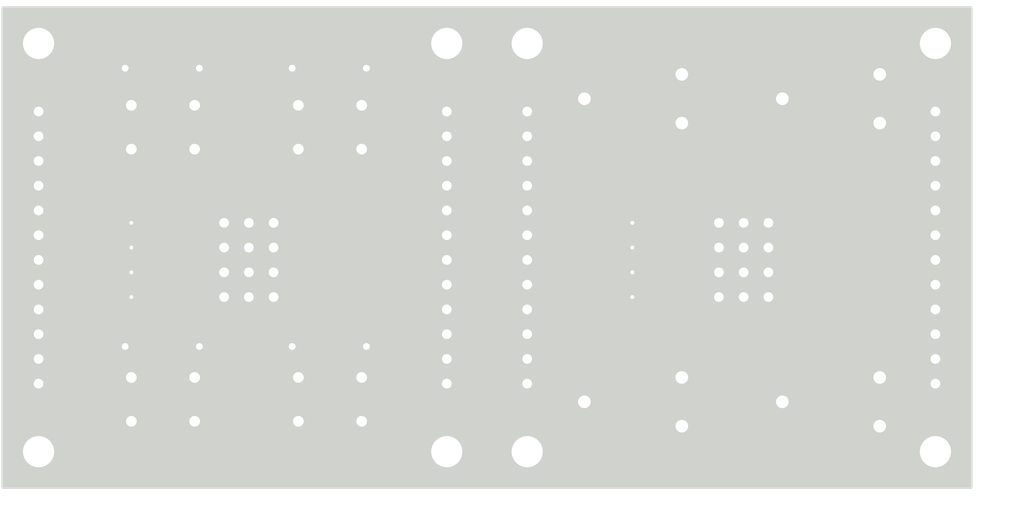
<source format=kicad_pcb>
(kicad_pcb (version 4) (host pcbnew 4.0.7+dfsg1-1~bpo9+1)

  (general
    (links 74)
    (no_connects 0)
    (area 124.46 81.185 224.155001 139.780001)
    (thickness 1.6)
    (drawings 20)
    (tracks 170)
    (zones 0)
    (modules 30)
    (nets 31)
  )

  (page A4)
  (layers
    (0 F.Cu signal)
    (31 B.Cu signal)
    (32 B.Adhes user)
    (33 F.Adhes user)
    (34 B.Paste user)
    (35 F.Paste user)
    (36 B.SilkS user hide)
    (37 F.SilkS user)
    (38 B.Mask user)
    (39 F.Mask user)
    (40 Dwgs.User user)
    (41 Cmts.User user)
    (42 Eco1.User user)
    (43 Eco2.User user)
    (44 Edge.Cuts user)
    (45 Margin user)
    (46 B.CrtYd user)
    (47 F.CrtYd user)
    (48 B.Fab user)
    (49 F.Fab user)
  )

  (setup
    (last_trace_width 0.5)
    (user_trace_width 0.5)
    (trace_clearance 0.2)
    (zone_clearance 0.508)
    (zone_45_only no)
    (trace_min 0.2)
    (segment_width 0.2)
    (edge_width 0.1)
    (via_size 0.6)
    (via_drill 0.4)
    (via_min_size 0.4)
    (via_min_drill 0.3)
    (uvia_size 0.3)
    (uvia_drill 0.1)
    (uvias_allowed no)
    (uvia_min_size 0.2)
    (uvia_min_drill 0.1)
    (pcb_text_width 0.3)
    (pcb_text_size 1.5 1.5)
    (mod_edge_width 0.15)
    (mod_text_size 1 1)
    (mod_text_width 0.15)
    (pad_size 1.5 1.5)
    (pad_drill 0.6)
    (pad_to_mask_clearance 0)
    (aux_axis_origin 0 0)
    (visible_elements FFFEFF7F)
    (pcbplotparams
      (layerselection 0x00030_80000001)
      (usegerberextensions false)
      (excludeedgelayer true)
      (linewidth 0.100000)
      (plotframeref false)
      (viasonmask false)
      (mode 1)
      (useauxorigin false)
      (hpglpennumber 1)
      (hpglpenspeed 20)
      (hpglpendiameter 15)
      (hpglpenoverlay 2)
      (psnegative false)
      (psa4output false)
      (plotreference true)
      (plotvalue true)
      (plotinvisibletext false)
      (padsonsilk false)
      (subtractmaskfromsilk false)
      (outputformat 1)
      (mirror false)
      (drillshape 1)
      (scaleselection 1)
      (outputdirectory ""))
  )

  (net 0 "")
  (net 1 /VIN)
  (net 2 /VCC)
  (net 3 Earth)
  (net 4 /L0)
  (net 5 /L1)
  (net 6 /L2)
  (net 7 /L3)
  (net 8 /L4)
  (net 9 /L5)
  (net 10 /L6)
  (net 11 /L7)
  (net 12 /D0)
  (net 13 /D1)
  (net 14 /D2)
  (net 15 /D3)
  (net 16 /D4)
  (net 17 /D5)
  (net 18 /D6)
  (net 19 /D7)
  (net 20 /VIN2)
  (net 21 /VCC2)
  (net 22 /GND2)
  (net 23 "Net-(J5-Pad1)")
  (net 24 "Net-(J5-Pad2)")
  (net 25 "Net-(J5-Pad3)")
  (net 26 "Net-(J5-Pad4)")
  (net 27 "Net-(J7-Pad1)")
  (net 28 "Net-(J7-Pad2)")
  (net 29 "Net-(J7-Pad3)")
  (net 30 "Net-(J7-Pad4)")

  (net_class Default "This is the default net class."
    (clearance 0.2)
    (trace_width 0.25)
    (via_dia 0.6)
    (via_drill 0.4)
    (uvia_dia 0.3)
    (uvia_drill 0.1)
    (add_net /D0)
    (add_net /D1)
    (add_net /D2)
    (add_net /D3)
    (add_net /D4)
    (add_net /D5)
    (add_net /D6)
    (add_net /D7)
    (add_net /GND2)
    (add_net /L0)
    (add_net /L1)
    (add_net /L2)
    (add_net /L3)
    (add_net /L4)
    (add_net /L5)
    (add_net /L6)
    (add_net /L7)
    (add_net /VCC)
    (add_net /VCC2)
    (add_net /VIN)
    (add_net /VIN2)
    (add_net Earth)
    (add_net "Net-(J5-Pad1)")
    (add_net "Net-(J5-Pad2)")
    (add_net "Net-(J5-Pad3)")
    (add_net "Net-(J5-Pad4)")
    (add_net "Net-(J7-Pad1)")
    (add_net "Net-(J7-Pad2)")
    (add_net "Net-(J7-Pad3)")
    (add_net "Net-(J7-Pad4)")
  )

  (module Pin_Headers:Pin_Header_Straight_1x04_Pitch2.54mm (layer F.Cu) (tedit 5AC54621) (tstamp 5AC5396F)
    (at 203.2 104.775)
    (descr "Through hole straight pin header, 1x04, 2.54mm pitch, single row")
    (tags "Through hole pin header THT 1x04 2.54mm single row")
    (path /5AC54E1E)
    (fp_text reference J1 (at 0 -2.33) (layer F.Fab)
      (effects (font (size 1 1) (thickness 0.15)))
    )
    (fp_text value Conn_01x04 (at 0 9.95) (layer F.Fab)
      (effects (font (size 1 1) (thickness 0.15)))
    )
    (fp_line (start -0.635 -1.27) (end 1.27 -1.27) (layer F.Fab) (width 0.1))
    (fp_line (start 1.27 -1.27) (end 1.27 8.89) (layer F.Fab) (width 0.1))
    (fp_line (start 1.27 8.89) (end -1.27 8.89) (layer F.Fab) (width 0.1))
    (fp_line (start -1.27 8.89) (end -1.27 -0.635) (layer F.Fab) (width 0.1))
    (fp_line (start -1.27 -0.635) (end -0.635 -1.27) (layer F.Fab) (width 0.1))
    (fp_line (start -1.33 8.95) (end 1.33 8.95) (layer F.SilkS) (width 0.12))
    (fp_line (start -1.33 1.27) (end -1.33 8.95) (layer F.SilkS) (width 0.12))
    (fp_line (start 1.33 1.27) (end 1.33 8.95) (layer F.SilkS) (width 0.12))
    (fp_line (start -1.33 1.27) (end 1.33 1.27) (layer F.SilkS) (width 0.12))
    (fp_line (start -1.33 0) (end -1.33 -1.33) (layer F.SilkS) (width 0.12))
    (fp_line (start -1.33 -1.33) (end 0 -1.33) (layer F.SilkS) (width 0.12))
    (fp_line (start -1.8 -1.8) (end -1.8 9.4) (layer F.CrtYd) (width 0.05))
    (fp_line (start -1.8 9.4) (end 1.8 9.4) (layer F.CrtYd) (width 0.05))
    (fp_line (start 1.8 9.4) (end 1.8 -1.8) (layer F.CrtYd) (width 0.05))
    (fp_line (start 1.8 -1.8) (end -1.8 -1.8) (layer F.CrtYd) (width 0.05))
    (fp_text user %R (at 0 3.81 90) (layer F.Fab)
      (effects (font (size 1 1) (thickness 0.15)))
    )
    (pad 1 thru_hole rect (at 0 0) (size 1.7 1.7) (drill 1) (layers *.Cu *.Mask)
      (net 12 /D0))
    (pad 2 thru_hole oval (at 0 2.54) (size 1.7 1.7) (drill 1) (layers *.Cu *.Mask)
      (net 13 /D1))
    (pad 3 thru_hole oval (at 0 5.08) (size 1.7 1.7) (drill 1) (layers *.Cu *.Mask)
      (net 14 /D2))
    (pad 4 thru_hole oval (at 0 7.62) (size 1.7 1.7) (drill 1) (layers *.Cu *.Mask)
      (net 15 /D3))
    (model ${KISYS3DMOD}/Pin_Headers.3dshapes/Pin_Header_Straight_1x04_Pitch2.54mm.wrl
      (at (xyz 0 0 0))
      (scale (xyz 1 1 1))
      (rotate (xyz 0 0 0))
    )
  )

  (module Buttons_Switches_THT:SW_PUSH_6mm (layer F.Cu) (tedit 5923F252) (tstamp 5AC53AEB)
    (at 154.94 120.65)
    (descr https://www.omron.com/ecb/products/pdf/en-b3f.pdf)
    (tags "tact sw push 6mm")
    (path /5AC535D1)
    (fp_text reference SW4 (at 3.25 -2) (layer F.SilkS)
      (effects (font (size 1 1) (thickness 0.15)))
    )
    (fp_text value SW_Push (at 3.75 6.7) (layer F.Fab)
      (effects (font (size 1 1) (thickness 0.15)))
    )
    (fp_text user %R (at 3.25 2.25) (layer F.Fab)
      (effects (font (size 1 1) (thickness 0.15)))
    )
    (fp_line (start 3.25 -0.75) (end 6.25 -0.75) (layer F.Fab) (width 0.1))
    (fp_line (start 6.25 -0.75) (end 6.25 5.25) (layer F.Fab) (width 0.1))
    (fp_line (start 6.25 5.25) (end 0.25 5.25) (layer F.Fab) (width 0.1))
    (fp_line (start 0.25 5.25) (end 0.25 -0.75) (layer F.Fab) (width 0.1))
    (fp_line (start 0.25 -0.75) (end 3.25 -0.75) (layer F.Fab) (width 0.1))
    (fp_line (start 7.75 6) (end 8 6) (layer F.CrtYd) (width 0.05))
    (fp_line (start 8 6) (end 8 5.75) (layer F.CrtYd) (width 0.05))
    (fp_line (start 7.75 -1.5) (end 8 -1.5) (layer F.CrtYd) (width 0.05))
    (fp_line (start 8 -1.5) (end 8 -1.25) (layer F.CrtYd) (width 0.05))
    (fp_line (start -1.5 -1.25) (end -1.5 -1.5) (layer F.CrtYd) (width 0.05))
    (fp_line (start -1.5 -1.5) (end -1.25 -1.5) (layer F.CrtYd) (width 0.05))
    (fp_line (start -1.5 5.75) (end -1.5 6) (layer F.CrtYd) (width 0.05))
    (fp_line (start -1.5 6) (end -1.25 6) (layer F.CrtYd) (width 0.05))
    (fp_line (start -1.25 -1.5) (end 7.75 -1.5) (layer F.CrtYd) (width 0.05))
    (fp_line (start -1.5 5.75) (end -1.5 -1.25) (layer F.CrtYd) (width 0.05))
    (fp_line (start 7.75 6) (end -1.25 6) (layer F.CrtYd) (width 0.05))
    (fp_line (start 8 -1.25) (end 8 5.75) (layer F.CrtYd) (width 0.05))
    (fp_line (start 1 5.5) (end 5.5 5.5) (layer F.SilkS) (width 0.12))
    (fp_line (start -0.25 1.5) (end -0.25 3) (layer F.SilkS) (width 0.12))
    (fp_line (start 5.5 -1) (end 1 -1) (layer F.SilkS) (width 0.12))
    (fp_line (start 6.75 3) (end 6.75 1.5) (layer F.SilkS) (width 0.12))
    (fp_circle (center 3.25 2.25) (end 1.25 2.5) (layer F.Fab) (width 0.1))
    (pad 2 thru_hole circle (at 0 4.5 90) (size 2 2) (drill 1.1) (layers *.Cu *.Mask)
      (net 3 Earth))
    (pad 1 thru_hole circle (at 0 0 90) (size 2 2) (drill 1.1) (layers *.Cu *.Mask)
      (net 27 "Net-(J7-Pad1)"))
    (pad 2 thru_hole circle (at 6.5 4.5 90) (size 2 2) (drill 1.1) (layers *.Cu *.Mask)
      (net 3 Earth))
    (pad 1 thru_hole circle (at 6.5 0 90) (size 2 2) (drill 1.1) (layers *.Cu *.Mask)
      (net 27 "Net-(J7-Pad1)"))
    (model ${KISYS3DMOD}/Buttons_Switches_THT.3dshapes/SW_PUSH_6mm.wrl
      (at (xyz 0.005 0 0))
      (scale (xyz 0.3937 0.3937 0.3937))
      (rotate (xyz 0 0 0))
    )
  )

  (module Mounting_Holes:MountingHole_3.2mm_M3 (layer F.Cu) (tedit 5AC3E0FE) (tstamp 5AD3E07C)
    (at 178.435 86.36)
    (descr "Mounting Hole 3.2mm, no annular, M3")
    (tags "mounting hole 3.2mm no annular m3")
    (fp_text reference "" (at 0 -4.2) (layer F.Fab)
      (effects (font (size 1 1) (thickness 0.15)))
    )
    (fp_text value M3 (at 0 2.54) (layer F.Fab)
      (effects (font (size 1 1) (thickness 0.15)))
    )
    (fp_circle (center 0 0) (end 3.2 0) (layer Cmts.User) (width 0.15))
    (fp_circle (center 0 0) (end 3.45 0) (layer F.CrtYd) (width 0.05))
    (pad 1 np_thru_hole circle (at 0 0) (size 3.2 3.2) (drill 3.2) (layers *.Cu *.Mask))
  )

  (module Mounting_Holes:MountingHole_3.2mm_M3 (layer F.Cu) (tedit 5AC3E0E7) (tstamp 5ACA4CE3)
    (at 128.27 128.27)
    (descr "Mounting Hole 3.2mm, no annular, M3")
    (tags "mounting hole 3.2mm no annular m3")
    (fp_text reference "" (at 0 -4.2) (layer F.SilkS) hide
      (effects (font (size 1 1) (thickness 0.15)))
    )
    (fp_text value M3 (at 0 2.54) (layer F.Fab)
      (effects (font (size 1 1) (thickness 0.15)))
    )
    (fp_circle (center 0 0) (end 3.2 0) (layer Cmts.User) (width 0.15))
    (fp_circle (center 0 0) (end 3.45 0) (layer F.CrtYd) (width 0.05))
    (pad 1 np_thru_hole circle (at 0 0) (size 3.2 3.2) (drill 3.2) (layers *.Cu *.Mask))
  )

  (module Mounting_Holes:MountingHole_3.2mm_M3 (layer F.Cu) (tedit 5AC3E0E2) (tstamp 5AD3E089)
    (at 220.345 128.27)
    (descr "Mounting Hole 3.2mm, no annular, M3")
    (tags "mounting hole 3.2mm no annular m3")
    (fp_text reference "" (at 0 -4.2) (layer F.Fab)
      (effects (font (size 1 1) (thickness 0.15)))
    )
    (fp_text value M3 (at 0 2.54) (layer F.Fab)
      (effects (font (size 1 1) (thickness 0.15)))
    )
    (fp_circle (center 0 0) (end 3.2 0) (layer Cmts.User) (width 0.15))
    (fp_circle (center 0 0) (end 3.45 0) (layer F.CrtYd) (width 0.05))
    (pad 1 np_thru_hole circle (at 0 0) (size 3.2 3.2) (drill 3.2) (layers *.Cu *.Mask))
  )

  (module Mounting_Holes:MountingHole_3.2mm_M3 (layer F.Cu) (tedit 5AC3F278) (tstamp 5ACA4CBC)
    (at 128.27 86.36)
    (descr "Mounting Hole 3.2mm, no annular, M3")
    (tags "mounting hole 3.2mm no annular m3")
    (fp_text reference M3 (at 0 2.54) (layer F.Fab)
      (effects (font (size 1 1) (thickness 0.15)))
    )
    (fp_text value "" (at 0 4.2) (layer F.Fab) hide
      (effects (font (size 1 1) (thickness 0.15)))
    )
    (fp_circle (center 0 0) (end 3.2 0) (layer Cmts.User) (width 0.15))
    (fp_circle (center 0 0) (end 3.45 0) (layer F.CrtYd) (width 0.05))
    (pad 1 np_thru_hole circle (at 0 0) (size 3.2 3.2) (drill 3.2) (layers *.Cu *.Mask))
  )

  (module Mounting_Holes:MountingHole_3.2mm_M3 (layer F.Cu) (tedit 5AC3F27C) (tstamp 5ACA4CC9)
    (at 170.18 86.36)
    (descr "Mounting Hole 3.2mm, no annular, M3")
    (tags "mounting hole 3.2mm no annular m3")
    (fp_text reference M3 (at 0 2.54) (layer F.Fab)
      (effects (font (size 1 1) (thickness 0.15)))
    )
    (fp_text value "" (at 0 4.2) (layer F.Fab) hide
      (effects (font (size 1 1) (thickness 0.15)))
    )
    (fp_circle (center 0 0) (end 3.2 0) (layer Cmts.User) (width 0.15))
    (fp_circle (center 0 0) (end 3.45 0) (layer F.CrtYd) (width 0.05))
    (pad 1 np_thru_hole circle (at 0 0) (size 3.2 3.2) (drill 3.2) (layers *.Cu *.Mask))
  )

  (module Mounting_Holes:MountingHole_3.2mm_M3 (layer F.Cu) (tedit 5AC3E0EB) (tstamp 5ACA4CD6)
    (at 170.18 128.27)
    (descr "Mounting Hole 3.2mm, no annular, M3")
    (tags "mounting hole 3.2mm no annular m3")
    (fp_text reference "" (at 0 -4.2) (layer F.SilkS) hide
      (effects (font (size 1 1) (thickness 0.15)))
    )
    (fp_text value M3 (at 0 2.54) (layer F.Fab)
      (effects (font (size 1 1) (thickness 0.15)))
    )
    (fp_circle (center 0 0) (end 3.2 0) (layer Cmts.User) (width 0.15))
    (fp_circle (center 0 0) (end 3.45 0) (layer F.CrtYd) (width 0.05))
    (pad 1 np_thru_hole circle (at 0 0) (size 3.2 3.2) (drill 3.2) (layers *.Cu *.Mask))
  )

  (module Mounting_Holes:MountingHole_3.2mm_M3 (layer F.Cu) (tedit 5AC3E03B) (tstamp 5AD3DFF5)
    (at 220.345 86.36)
    (descr "Mounting Hole 3.2mm, no annular, M3")
    (tags "mounting hole 3.2mm no annular m3")
    (fp_text reference "" (at 0 -4.2) (layer F.Fab)
      (effects (font (size 1 1) (thickness 0.15)))
    )
    (fp_text value M3 (at 0 2.54) (layer F.Fab)
      (effects (font (size 1 1) (thickness 0.15)))
    )
    (fp_circle (center 0 0) (end 3.2 0) (layer Cmts.User) (width 0.15))
    (fp_circle (center 0 0) (end 3.45 0) (layer F.CrtYd) (width 0.05))
    (pad 1 np_thru_hole circle (at 0 0) (size 3.2 3.2) (drill 3.2) (layers *.Cu *.Mask))
  )

  (module Mounting_Holes:MountingHole_3.2mm_M3 (layer F.Cu) (tedit 5AC3E0E0) (tstamp 5AD3E096)
    (at 178.435 128.27)
    (descr "Mounting Hole 3.2mm, no annular, M3")
    (tags "mounting hole 3.2mm no annular m3")
    (fp_text reference "" (at 0 -4.2) (layer F.Fab)
      (effects (font (size 1 1) (thickness 0.15)))
    )
    (fp_text value M3 (at 0 2.54) (layer F.Fab)
      (effects (font (size 1 1) (thickness 0.15)))
    )
    (fp_circle (center 0 0) (end 3.2 0) (layer Cmts.User) (width 0.15))
    (fp_circle (center 0 0) (end 3.45 0) (layer F.CrtYd) (width 0.05))
    (pad 1 np_thru_hole circle (at 0 0) (size 3.2 3.2) (drill 3.2) (layers *.Cu *.Mask))
  )

  (module Pin_Headers:Pin_Header_Straight_1x12_Pitch2.54mm (layer F.Cu) (tedit 59650532) (tstamp 5AC522E5)
    (at 128.27 93.345)
    (descr "Through hole straight pin header, 1x12, 2.54mm pitch, single row")
    (tags "Through hole pin header THT 1x12 2.54mm single row")
    (path /5AC3D559)
    (fp_text reference I1 (at 0 -2.33) (layer F.SilkS)
      (effects (font (size 1 1) (thickness 0.15)))
    )
    (fp_text value Input (at 0 30.27) (layer F.Fab)
      (effects (font (size 1 1) (thickness 0.15)))
    )
    (fp_line (start -0.635 -1.27) (end 1.27 -1.27) (layer F.Fab) (width 0.1))
    (fp_line (start 1.27 -1.27) (end 1.27 29.21) (layer F.Fab) (width 0.1))
    (fp_line (start 1.27 29.21) (end -1.27 29.21) (layer F.Fab) (width 0.1))
    (fp_line (start -1.27 29.21) (end -1.27 -0.635) (layer F.Fab) (width 0.1))
    (fp_line (start -1.27 -0.635) (end -0.635 -1.27) (layer F.Fab) (width 0.1))
    (fp_line (start -1.33 29.27) (end 1.33 29.27) (layer F.SilkS) (width 0.12))
    (fp_line (start -1.33 1.27) (end -1.33 29.27) (layer F.SilkS) (width 0.12))
    (fp_line (start 1.33 1.27) (end 1.33 29.27) (layer F.SilkS) (width 0.12))
    (fp_line (start -1.33 1.27) (end 1.33 1.27) (layer F.SilkS) (width 0.12))
    (fp_line (start -1.33 0) (end -1.33 -1.33) (layer F.SilkS) (width 0.12))
    (fp_line (start -1.33 -1.33) (end 0 -1.33) (layer F.SilkS) (width 0.12))
    (fp_line (start -1.8 -1.8) (end -1.8 29.75) (layer F.CrtYd) (width 0.05))
    (fp_line (start -1.8 29.75) (end 1.8 29.75) (layer F.CrtYd) (width 0.05))
    (fp_line (start 1.8 29.75) (end 1.8 -1.8) (layer F.CrtYd) (width 0.05))
    (fp_line (start 1.8 -1.8) (end -1.8 -1.8) (layer F.CrtYd) (width 0.05))
    (fp_text user %R (at 0 13.97 90) (layer F.Fab)
      (effects (font (size 1 1) (thickness 0.15)))
    )
    (pad 1 thru_hole rect (at 0 0) (size 1.7 1.7) (drill 1) (layers *.Cu *.Mask)
      (net 1 /VIN))
    (pad 2 thru_hole oval (at 0 2.54) (size 1.7 1.7) (drill 1) (layers *.Cu *.Mask)
      (net 2 /VCC))
    (pad 3 thru_hole oval (at 0 5.08) (size 1.7 1.7) (drill 1) (layers *.Cu *.Mask)
      (net 3 Earth))
    (pad 4 thru_hole oval (at 0 7.62) (size 1.7 1.7) (drill 1) (layers *.Cu *.Mask))
    (pad 5 thru_hole oval (at 0 10.16) (size 1.7 1.7) (drill 1) (layers *.Cu *.Mask)
      (net 4 /L0))
    (pad 6 thru_hole oval (at 0 12.7) (size 1.7 1.7) (drill 1) (layers *.Cu *.Mask)
      (net 5 /L1))
    (pad 7 thru_hole oval (at 0 15.24) (size 1.7 1.7) (drill 1) (layers *.Cu *.Mask)
      (net 6 /L2))
    (pad 8 thru_hole oval (at 0 17.78) (size 1.7 1.7) (drill 1) (layers *.Cu *.Mask)
      (net 7 /L3))
    (pad 9 thru_hole oval (at 0 20.32) (size 1.7 1.7) (drill 1) (layers *.Cu *.Mask)
      (net 8 /L4))
    (pad 10 thru_hole oval (at 0 22.86) (size 1.7 1.7) (drill 1) (layers *.Cu *.Mask)
      (net 9 /L5))
    (pad 11 thru_hole oval (at 0 25.4) (size 1.7 1.7) (drill 1) (layers *.Cu *.Mask)
      (net 10 /L6))
    (pad 12 thru_hole oval (at 0 27.94) (size 1.7 1.7) (drill 1) (layers *.Cu *.Mask)
      (net 11 /L7))
    (model ${KISYS3DMOD}/Pin_Headers.3dshapes/Pin_Header_Straight_1x12_Pitch2.54mm.wrl
      (at (xyz 0 0 0))
      (scale (xyz 1 1 1))
      (rotate (xyz 0 0 0))
    )
  )

  (module Pin_Headers:Pin_Header_Straight_1x12_Pitch2.54mm (layer F.Cu) (tedit 59650532) (tstamp 5AC52305)
    (at 178.435 93.345)
    (descr "Through hole straight pin header, 1x12, 2.54mm pitch, single row")
    (tags "Through hole pin header THT 1x12 2.54mm single row")
    (path /5AC3F374)
    (fp_text reference I2 (at 0 -2.33) (layer F.SilkS)
      (effects (font (size 1 1) (thickness 0.15)))
    )
    (fp_text value Input (at 0 30.27) (layer F.Fab)
      (effects (font (size 1 1) (thickness 0.15)))
    )
    (fp_line (start -0.635 -1.27) (end 1.27 -1.27) (layer F.Fab) (width 0.1))
    (fp_line (start 1.27 -1.27) (end 1.27 29.21) (layer F.Fab) (width 0.1))
    (fp_line (start 1.27 29.21) (end -1.27 29.21) (layer F.Fab) (width 0.1))
    (fp_line (start -1.27 29.21) (end -1.27 -0.635) (layer F.Fab) (width 0.1))
    (fp_line (start -1.27 -0.635) (end -0.635 -1.27) (layer F.Fab) (width 0.1))
    (fp_line (start -1.33 29.27) (end 1.33 29.27) (layer F.SilkS) (width 0.12))
    (fp_line (start -1.33 1.27) (end -1.33 29.27) (layer F.SilkS) (width 0.12))
    (fp_line (start 1.33 1.27) (end 1.33 29.27) (layer F.SilkS) (width 0.12))
    (fp_line (start -1.33 1.27) (end 1.33 1.27) (layer F.SilkS) (width 0.12))
    (fp_line (start -1.33 0) (end -1.33 -1.33) (layer F.SilkS) (width 0.12))
    (fp_line (start -1.33 -1.33) (end 0 -1.33) (layer F.SilkS) (width 0.12))
    (fp_line (start -1.8 -1.8) (end -1.8 29.75) (layer F.CrtYd) (width 0.05))
    (fp_line (start -1.8 29.75) (end 1.8 29.75) (layer F.CrtYd) (width 0.05))
    (fp_line (start 1.8 29.75) (end 1.8 -1.8) (layer F.CrtYd) (width 0.05))
    (fp_line (start 1.8 -1.8) (end -1.8 -1.8) (layer F.CrtYd) (width 0.05))
    (fp_text user %R (at 0 13.97 90) (layer F.Fab)
      (effects (font (size 1 1) (thickness 0.15)))
    )
    (pad 1 thru_hole rect (at 0 0) (size 1.7 1.7) (drill 1) (layers *.Cu *.Mask)
      (net 20 /VIN2))
    (pad 2 thru_hole oval (at 0 2.54) (size 1.7 1.7) (drill 1) (layers *.Cu *.Mask)
      (net 21 /VCC2))
    (pad 3 thru_hole oval (at 0 5.08) (size 1.7 1.7) (drill 1) (layers *.Cu *.Mask)
      (net 22 /GND2))
    (pad 4 thru_hole oval (at 0 7.62) (size 1.7 1.7) (drill 1) (layers *.Cu *.Mask))
    (pad 5 thru_hole oval (at 0 10.16) (size 1.7 1.7) (drill 1) (layers *.Cu *.Mask)
      (net 12 /D0))
    (pad 6 thru_hole oval (at 0 12.7) (size 1.7 1.7) (drill 1) (layers *.Cu *.Mask)
      (net 13 /D1))
    (pad 7 thru_hole oval (at 0 15.24) (size 1.7 1.7) (drill 1) (layers *.Cu *.Mask)
      (net 14 /D2))
    (pad 8 thru_hole oval (at 0 17.78) (size 1.7 1.7) (drill 1) (layers *.Cu *.Mask)
      (net 15 /D3))
    (pad 9 thru_hole oval (at 0 20.32) (size 1.7 1.7) (drill 1) (layers *.Cu *.Mask)
      (net 16 /D4))
    (pad 10 thru_hole oval (at 0 22.86) (size 1.7 1.7) (drill 1) (layers *.Cu *.Mask)
      (net 17 /D5))
    (pad 11 thru_hole oval (at 0 25.4) (size 1.7 1.7) (drill 1) (layers *.Cu *.Mask)
      (net 18 /D6))
    (pad 12 thru_hole oval (at 0 27.94) (size 1.7 1.7) (drill 1) (layers *.Cu *.Mask)
      (net 19 /D7))
    (model ${KISYS3DMOD}/Pin_Headers.3dshapes/Pin_Header_Straight_1x12_Pitch2.54mm.wrl
      (at (xyz 0 0 0))
      (scale (xyz 1 1 1))
      (rotate (xyz 0 0 0))
    )
  )

  (module Socket_Strips:Socket_Strip_Straight_1x12_Pitch2.54mm (layer F.Cu) (tedit 58CD5446) (tstamp 5AC52324)
    (at 170.18 93.345)
    (descr "Through hole straight socket strip, 1x12, 2.54mm pitch, single row")
    (tags "Through hole socket strip THT 1x12 2.54mm single row")
    (path /5AC3D61D)
    (fp_text reference O1 (at 0 -2.33) (layer F.SilkS)
      (effects (font (size 1 1) (thickness 0.15)))
    )
    (fp_text value Output (at 0 30.27) (layer F.Fab)
      (effects (font (size 1 1) (thickness 0.15)))
    )
    (fp_line (start -1.27 -1.27) (end -1.27 29.21) (layer F.Fab) (width 0.1))
    (fp_line (start -1.27 29.21) (end 1.27 29.21) (layer F.Fab) (width 0.1))
    (fp_line (start 1.27 29.21) (end 1.27 -1.27) (layer F.Fab) (width 0.1))
    (fp_line (start 1.27 -1.27) (end -1.27 -1.27) (layer F.Fab) (width 0.1))
    (fp_line (start -1.33 1.27) (end -1.33 29.27) (layer F.SilkS) (width 0.12))
    (fp_line (start -1.33 29.27) (end 1.33 29.27) (layer F.SilkS) (width 0.12))
    (fp_line (start 1.33 29.27) (end 1.33 1.27) (layer F.SilkS) (width 0.12))
    (fp_line (start 1.33 1.27) (end -1.33 1.27) (layer F.SilkS) (width 0.12))
    (fp_line (start -1.33 0) (end -1.33 -1.33) (layer F.SilkS) (width 0.12))
    (fp_line (start -1.33 -1.33) (end 0 -1.33) (layer F.SilkS) (width 0.12))
    (fp_line (start -1.8 -1.8) (end -1.8 29.75) (layer F.CrtYd) (width 0.05))
    (fp_line (start -1.8 29.75) (end 1.8 29.75) (layer F.CrtYd) (width 0.05))
    (fp_line (start 1.8 29.75) (end 1.8 -1.8) (layer F.CrtYd) (width 0.05))
    (fp_line (start 1.8 -1.8) (end -1.8 -1.8) (layer F.CrtYd) (width 0.05))
    (fp_text user %R (at 0 -2.33) (layer F.Fab)
      (effects (font (size 1 1) (thickness 0.15)))
    )
    (pad 1 thru_hole rect (at 0 0) (size 1.7 1.7) (drill 1) (layers *.Cu *.Mask)
      (net 1 /VIN))
    (pad 2 thru_hole oval (at 0 2.54) (size 1.7 1.7) (drill 1) (layers *.Cu *.Mask)
      (net 2 /VCC))
    (pad 3 thru_hole oval (at 0 5.08) (size 1.7 1.7) (drill 1) (layers *.Cu *.Mask)
      (net 3 Earth))
    (pad 4 thru_hole oval (at 0 7.62) (size 1.7 1.7) (drill 1) (layers *.Cu *.Mask))
    (pad 5 thru_hole oval (at 0 10.16) (size 1.7 1.7) (drill 1) (layers *.Cu *.Mask)
      (net 4 /L0))
    (pad 6 thru_hole oval (at 0 12.7) (size 1.7 1.7) (drill 1) (layers *.Cu *.Mask)
      (net 5 /L1))
    (pad 7 thru_hole oval (at 0 15.24) (size 1.7 1.7) (drill 1) (layers *.Cu *.Mask)
      (net 6 /L2))
    (pad 8 thru_hole oval (at 0 17.78) (size 1.7 1.7) (drill 1) (layers *.Cu *.Mask)
      (net 7 /L3))
    (pad 9 thru_hole oval (at 0 20.32) (size 1.7 1.7) (drill 1) (layers *.Cu *.Mask)
      (net 8 /L4))
    (pad 10 thru_hole oval (at 0 22.86) (size 1.7 1.7) (drill 1) (layers *.Cu *.Mask)
      (net 9 /L5))
    (pad 11 thru_hole oval (at 0 25.4) (size 1.7 1.7) (drill 1) (layers *.Cu *.Mask)
      (net 10 /L6))
    (pad 12 thru_hole oval (at 0 27.94) (size 1.7 1.7) (drill 1) (layers *.Cu *.Mask)
      (net 11 /L7))
    (model ${KISYS3DMOD}/Socket_Strips.3dshapes/Socket_Strip_Straight_1x12_Pitch2.54mm.wrl
      (at (xyz 0 -0.55 0))
      (scale (xyz 1 1 1))
      (rotate (xyz 0 0 270))
    )
  )

  (module Socket_Strips:Socket_Strip_Straight_1x12_Pitch2.54mm (layer F.Cu) (tedit 58CD5446) (tstamp 5AC52343)
    (at 220.345 93.345)
    (descr "Through hole straight socket strip, 1x12, 2.54mm pitch, single row")
    (tags "Through hole socket strip THT 1x12 2.54mm single row")
    (path /5AC3F2A9)
    (fp_text reference O2 (at 0 -2.33) (layer F.SilkS)
      (effects (font (size 1 1) (thickness 0.15)))
    )
    (fp_text value Output (at 0 30.27) (layer F.Fab)
      (effects (font (size 1 1) (thickness 0.15)))
    )
    (fp_line (start -1.27 -1.27) (end -1.27 29.21) (layer F.Fab) (width 0.1))
    (fp_line (start -1.27 29.21) (end 1.27 29.21) (layer F.Fab) (width 0.1))
    (fp_line (start 1.27 29.21) (end 1.27 -1.27) (layer F.Fab) (width 0.1))
    (fp_line (start 1.27 -1.27) (end -1.27 -1.27) (layer F.Fab) (width 0.1))
    (fp_line (start -1.33 1.27) (end -1.33 29.27) (layer F.SilkS) (width 0.12))
    (fp_line (start -1.33 29.27) (end 1.33 29.27) (layer F.SilkS) (width 0.12))
    (fp_line (start 1.33 29.27) (end 1.33 1.27) (layer F.SilkS) (width 0.12))
    (fp_line (start 1.33 1.27) (end -1.33 1.27) (layer F.SilkS) (width 0.12))
    (fp_line (start -1.33 0) (end -1.33 -1.33) (layer F.SilkS) (width 0.12))
    (fp_line (start -1.33 -1.33) (end 0 -1.33) (layer F.SilkS) (width 0.12))
    (fp_line (start -1.8 -1.8) (end -1.8 29.75) (layer F.CrtYd) (width 0.05))
    (fp_line (start -1.8 29.75) (end 1.8 29.75) (layer F.CrtYd) (width 0.05))
    (fp_line (start 1.8 29.75) (end 1.8 -1.8) (layer F.CrtYd) (width 0.05))
    (fp_line (start 1.8 -1.8) (end -1.8 -1.8) (layer F.CrtYd) (width 0.05))
    (fp_text user %R (at 0 -2.33) (layer F.Fab)
      (effects (font (size 1 1) (thickness 0.15)))
    )
    (pad 1 thru_hole rect (at 0 0) (size 1.7 1.7) (drill 1) (layers *.Cu *.Mask)
      (net 20 /VIN2))
    (pad 2 thru_hole oval (at 0 2.54) (size 1.7 1.7) (drill 1) (layers *.Cu *.Mask)
      (net 21 /VCC2))
    (pad 3 thru_hole oval (at 0 5.08) (size 1.7 1.7) (drill 1) (layers *.Cu *.Mask)
      (net 22 /GND2))
    (pad 4 thru_hole oval (at 0 7.62) (size 1.7 1.7) (drill 1) (layers *.Cu *.Mask))
    (pad 5 thru_hole oval (at 0 10.16) (size 1.7 1.7) (drill 1) (layers *.Cu *.Mask)
      (net 12 /D0))
    (pad 6 thru_hole oval (at 0 12.7) (size 1.7 1.7) (drill 1) (layers *.Cu *.Mask)
      (net 13 /D1))
    (pad 7 thru_hole oval (at 0 15.24) (size 1.7 1.7) (drill 1) (layers *.Cu *.Mask)
      (net 14 /D2))
    (pad 8 thru_hole oval (at 0 17.78) (size 1.7 1.7) (drill 1) (layers *.Cu *.Mask)
      (net 15 /D3))
    (pad 9 thru_hole oval (at 0 20.32) (size 1.7 1.7) (drill 1) (layers *.Cu *.Mask)
      (net 16 /D4))
    (pad 10 thru_hole oval (at 0 22.86) (size 1.7 1.7) (drill 1) (layers *.Cu *.Mask)
      (net 17 /D5))
    (pad 11 thru_hole oval (at 0 25.4) (size 1.7 1.7) (drill 1) (layers *.Cu *.Mask)
      (net 18 /D6))
    (pad 12 thru_hole oval (at 0 27.94) (size 1.7 1.7) (drill 1) (layers *.Cu *.Mask)
      (net 19 /D7))
    (model ${KISYS3DMOD}/Socket_Strips.3dshapes/Socket_Strip_Straight_1x12_Pitch2.54mm.wrl
      (at (xyz 0 -0.55 0))
      (scale (xyz 1 1 1))
      (rotate (xyz 0 0 270))
    )
  )

  (module Potentiometers:Potentiometer_Trimmer_Piher_PT-10v10_Horizontal_Px10.0mm_Py5.0mm (layer F.Cu) (tedit 5AC53EF3) (tstamp 5AC52A0C)
    (at 194.31 89.535 180)
    (descr "Potentiometer, horizontally mounted, Omeg PC16PU, Omeg PC16PU, Omeg PC16PU, Vishay/Spectrol 248GJ/249GJ Single, Vishay/Spectrol 248GJ/249GJ Single, Vishay/Spectrol 248GJ/249GJ Single, Vishay/Spectrol 248GH/249GH Single, Vishay/Spectrol 148/149 Single, Vishay/Spectrol 148/149 Single, Vishay/Spectrol 148/149 Single, Vishay/Spectrol 148A/149A Single with mounting plates, Vishay/Spectrol 148/149 Double, Vishay/Spectrol 148A/149A Double with mounting plates, Piher PC-16 Single, Piher PC-16 Single, Piher PC-16 Single, Piher PC-16SV Single, Piher PC-16 Double, Piher PC-16 Triple, Piher T16H Single, Piher T16L Single, Piher T16H Double, Alps RK163 Single, Alps RK163 Double, Alps RK097 Single, Alps RK097 Double, Bourns PTV09A-2 Single with mounting sleve Single, Bourns PTV09A-1 with mounting sleve Single, Bourns PRS11S Single, Alps RK09K Single with mounting sleve Single, Alps RK09K with mounting sleve Single, Alps RK09L Single, Alps RK09L Single, Alps RK09L Double, Alps RK09L Double, Alps RK09Y Single, Bourns 3339S Single, Bourns 3339S Single, Bourns 3339P Single, Bourns 3339H Single, Vishay T7YA Single, Suntan TSR-3386H Single, Suntan TSR-3386H Single, Suntan TSR-3386P Single, Vishay T73XX Single, Vishay T73XX Single, Vishay T73YP Single, Piher PT-6h Single, Piher PT-6v Single, Piher PT-6v Single, Piher PT-10h2.5 Single, Piher PT-10h5 Single, Piher PT-101h3.8 Single, Piher PT-10v10 Single, http://www.piher-nacesa.com/pdf/12-PT10v03.pdf")
    (tags "Potentiometer horizontal  Omeg PC16PU  Omeg PC16PU  Omeg PC16PU  Vishay/Spectrol 248GJ/249GJ Single  Vishay/Spectrol 248GJ/249GJ Single  Vishay/Spectrol 248GJ/249GJ Single  Vishay/Spectrol 248GH/249GH Single  Vishay/Spectrol 148/149 Single  Vishay/Spectrol 148/149 Single  Vishay/Spectrol 148/149 Single  Vishay/Spectrol 148A/149A Single with mounting plates  Vishay/Spectrol 148/149 Double  Vishay/Spectrol 148A/149A Double with mounting plates  Piher PC-16 Single  Piher PC-16 Single  Piher PC-16 Single  Piher PC-16SV Single  Piher PC-16 Double  Piher PC-16 Triple  Piher T16H Single  Piher T16L Single  Piher T16H Double  Alps RK163 Single  Alps RK163 Double  Alps RK097 Single  Alps RK097 Double  Bourns PTV09A-2 Single with mounting sleve Single  Bourns PTV09A-1 with mounting sleve Single  Bourns PRS11S Single  Alps RK09K Single with mounting sleve Single  Alps RK09K with mounting sleve Single  Alps RK09L Single  Alps RK09L Single  Alps RK09L Double  Alps RK09L Double  Alps RK09Y Single  Bourns 3339S Single  Bourns 3339S Single  Bourns 3339P Single  Bourns 3339H Single  Vishay T7YA Single  Suntan TSR-3386H Single  Suntan TSR-3386H Single  Suntan TSR-3386P Single  Vishay T73XX Single  Vishay T73XX Single  Vishay T73YP Single  Piher PT-6h Single  Piher PT-6v Single  Piher PT-6v Single  Piher PT-10h2.5 Single  Piher PT-10h5 Single  Piher PT-101h3.8 Single  Piher PT-10v10 Single")
    (path /5AC53EC4)
    (fp_text reference RV1 (at 5.08 -6.985 180) (layer F.SilkS)
      (effects (font (size 1 1) (thickness 0.15)))
    )
    (fp_text value POT (at 5 3.75 180) (layer F.Fab)
      (effects (font (size 1 1) (thickness 0.15)))
    )
    (fp_arc (start 5 -2.65) (end 5 2.56) (angle -74) (layer F.SilkS) (width 0.12))
    (fp_arc (start 5 -2.65) (end 10.077 -3.821) (angle -127) (layer F.SilkS) (width 0.12))
    (fp_arc (start 5 -2.65) (end -0.115 -3.644) (angle -26) (layer F.SilkS) (width 0.12))
    (fp_arc (start 5 -2.65) (end 1.128 0.836) (angle -49) (layer F.SilkS) (width 0.12))
    (fp_circle (center 5 -2.65) (end 10.15 -2.65) (layer F.Fab) (width 0.1))
    (fp_circle (center 5 -2.65) (end 6.75 -2.65) (layer F.Fab) (width 0.1))
    (fp_circle (center 5 -2.65) (end 6.5 -2.65) (layer F.Fab) (width 0.1))
    (fp_circle (center 5 -2.65) (end 6.5 -2.65) (layer F.SilkS) (width 0.12))
    (fp_line (start -1.45 -8.05) (end -1.45 2.75) (layer F.CrtYd) (width 0.05))
    (fp_line (start -1.45 2.75) (end 11.45 2.75) (layer F.CrtYd) (width 0.05))
    (fp_line (start 11.45 2.75) (end 11.45 -8.05) (layer F.CrtYd) (width 0.05))
    (fp_line (start 11.45 -8.05) (end -1.45 -8.05) (layer F.CrtYd) (width 0.05))
    (pad 3 thru_hole circle (at 0 -5 180) (size 2.34 2.34) (drill 1.3) (layers *.Cu *.Mask)
      (net 22 /GND2))
    (pad 2 thru_hole circle (at 10 -2.5 180) (size 2.34 2.34) (drill 1.3) (layers *.Cu *.Mask)
      (net 26 "Net-(J5-Pad4)"))
    (pad 1 thru_hole circle (at 0 0 180) (size 2.34 2.34) (drill 1.3) (layers *.Cu *.Mask)
      (net 21 /VCC2))
    (model Potentiometers.3dshapes/Potentiometer_Trimmer_Piher_PT-10v10_Horizontal_Px10.0mm_Py5.0mm.wrl
      (at (xyz 0 0 0))
      (scale (xyz 0.393701 0.393701 0.393701))
      (rotate (xyz 0 0 0))
    )
  )

  (module Potentiometers:Potentiometer_Trimmer_Piher_PT-10v10_Horizontal_Px10.0mm_Py5.0mm (layer F.Cu) (tedit 5AC53EF7) (tstamp 5AC52A1F)
    (at 214.63 89.535 180)
    (descr "Potentiometer, horizontally mounted, Omeg PC16PU, Omeg PC16PU, Omeg PC16PU, Vishay/Spectrol 248GJ/249GJ Single, Vishay/Spectrol 248GJ/249GJ Single, Vishay/Spectrol 248GJ/249GJ Single, Vishay/Spectrol 248GH/249GH Single, Vishay/Spectrol 148/149 Single, Vishay/Spectrol 148/149 Single, Vishay/Spectrol 148/149 Single, Vishay/Spectrol 148A/149A Single with mounting plates, Vishay/Spectrol 148/149 Double, Vishay/Spectrol 148A/149A Double with mounting plates, Piher PC-16 Single, Piher PC-16 Single, Piher PC-16 Single, Piher PC-16SV Single, Piher PC-16 Double, Piher PC-16 Triple, Piher T16H Single, Piher T16L Single, Piher T16H Double, Alps RK163 Single, Alps RK163 Double, Alps RK097 Single, Alps RK097 Double, Bourns PTV09A-2 Single with mounting sleve Single, Bourns PTV09A-1 with mounting sleve Single, Bourns PRS11S Single, Alps RK09K Single with mounting sleve Single, Alps RK09K with mounting sleve Single, Alps RK09L Single, Alps RK09L Single, Alps RK09L Double, Alps RK09L Double, Alps RK09Y Single, Bourns 3339S Single, Bourns 3339S Single, Bourns 3339P Single, Bourns 3339H Single, Vishay T7YA Single, Suntan TSR-3386H Single, Suntan TSR-3386H Single, Suntan TSR-3386P Single, Vishay T73XX Single, Vishay T73XX Single, Vishay T73YP Single, Piher PT-6h Single, Piher PT-6v Single, Piher PT-6v Single, Piher PT-10h2.5 Single, Piher PT-10h5 Single, Piher PT-101h3.8 Single, Piher PT-10v10 Single, http://www.piher-nacesa.com/pdf/12-PT10v03.pdf")
    (tags "Potentiometer horizontal  Omeg PC16PU  Omeg PC16PU  Omeg PC16PU  Vishay/Spectrol 248GJ/249GJ Single  Vishay/Spectrol 248GJ/249GJ Single  Vishay/Spectrol 248GJ/249GJ Single  Vishay/Spectrol 248GH/249GH Single  Vishay/Spectrol 148/149 Single  Vishay/Spectrol 148/149 Single  Vishay/Spectrol 148/149 Single  Vishay/Spectrol 148A/149A Single with mounting plates  Vishay/Spectrol 148/149 Double  Vishay/Spectrol 148A/149A Double with mounting plates  Piher PC-16 Single  Piher PC-16 Single  Piher PC-16 Single  Piher PC-16SV Single  Piher PC-16 Double  Piher PC-16 Triple  Piher T16H Single  Piher T16L Single  Piher T16H Double  Alps RK163 Single  Alps RK163 Double  Alps RK097 Single  Alps RK097 Double  Bourns PTV09A-2 Single with mounting sleve Single  Bourns PTV09A-1 with mounting sleve Single  Bourns PRS11S Single  Alps RK09K Single with mounting sleve Single  Alps RK09K with mounting sleve Single  Alps RK09L Single  Alps RK09L Single  Alps RK09L Double  Alps RK09L Double  Alps RK09Y Single  Bourns 3339S Single  Bourns 3339S Single  Bourns 3339P Single  Bourns 3339H Single  Vishay T7YA Single  Suntan TSR-3386H Single  Suntan TSR-3386H Single  Suntan TSR-3386P Single  Vishay T73XX Single  Vishay T73XX Single  Vishay T73YP Single  Piher PT-6h Single  Piher PT-6v Single  Piher PT-6v Single  Piher PT-10h2.5 Single  Piher PT-10h5 Single  Piher PT-101h3.8 Single  Piher PT-10v10 Single")
    (path /5AC53F64)
    (fp_text reference RV2 (at 5.08 -6.985 180) (layer F.SilkS)
      (effects (font (size 1 1) (thickness 0.15)))
    )
    (fp_text value POT (at 5 3.75 180) (layer F.Fab)
      (effects (font (size 1 1) (thickness 0.15)))
    )
    (fp_arc (start 5 -2.65) (end 5 2.56) (angle -74) (layer F.SilkS) (width 0.12))
    (fp_arc (start 5 -2.65) (end 10.077 -3.821) (angle -127) (layer F.SilkS) (width 0.12))
    (fp_arc (start 5 -2.65) (end -0.115 -3.644) (angle -26) (layer F.SilkS) (width 0.12))
    (fp_arc (start 5 -2.65) (end 1.128 0.836) (angle -49) (layer F.SilkS) (width 0.12))
    (fp_circle (center 5 -2.65) (end 10.15 -2.65) (layer F.Fab) (width 0.1))
    (fp_circle (center 5 -2.65) (end 6.75 -2.65) (layer F.Fab) (width 0.1))
    (fp_circle (center 5 -2.65) (end 6.5 -2.65) (layer F.Fab) (width 0.1))
    (fp_circle (center 5 -2.65) (end 6.5 -2.65) (layer F.SilkS) (width 0.12))
    (fp_line (start -1.45 -8.05) (end -1.45 2.75) (layer F.CrtYd) (width 0.05))
    (fp_line (start -1.45 2.75) (end 11.45 2.75) (layer F.CrtYd) (width 0.05))
    (fp_line (start 11.45 2.75) (end 11.45 -8.05) (layer F.CrtYd) (width 0.05))
    (fp_line (start 11.45 -8.05) (end -1.45 -8.05) (layer F.CrtYd) (width 0.05))
    (pad 3 thru_hole circle (at 0 -5 180) (size 2.34 2.34) (drill 1.3) (layers *.Cu *.Mask)
      (net 22 /GND2))
    (pad 2 thru_hole circle (at 10 -2.5 180) (size 2.34 2.34) (drill 1.3) (layers *.Cu *.Mask)
      (net 25 "Net-(J5-Pad3)"))
    (pad 1 thru_hole circle (at 0 0 180) (size 2.34 2.34) (drill 1.3) (layers *.Cu *.Mask)
      (net 21 /VCC2))
    (model Potentiometers.3dshapes/Potentiometer_Trimmer_Piher_PT-10v10_Horizontal_Px10.0mm_Py5.0mm.wrl
      (at (xyz 0 0 0))
      (scale (xyz 0.393701 0.393701 0.393701))
      (rotate (xyz 0 0 0))
    )
  )

  (module Potentiometers:Potentiometer_Trimmer_Piher_PT-10v10_Horizontal_Px10.0mm_Py5.0mm (layer F.Cu) (tedit 5AC53EEC) (tstamp 5AC52A32)
    (at 194.31 120.65 180)
    (descr "Potentiometer, horizontally mounted, Omeg PC16PU, Omeg PC16PU, Omeg PC16PU, Vishay/Spectrol 248GJ/249GJ Single, Vishay/Spectrol 248GJ/249GJ Single, Vishay/Spectrol 248GJ/249GJ Single, Vishay/Spectrol 248GH/249GH Single, Vishay/Spectrol 148/149 Single, Vishay/Spectrol 148/149 Single, Vishay/Spectrol 148/149 Single, Vishay/Spectrol 148A/149A Single with mounting plates, Vishay/Spectrol 148/149 Double, Vishay/Spectrol 148A/149A Double with mounting plates, Piher PC-16 Single, Piher PC-16 Single, Piher PC-16 Single, Piher PC-16SV Single, Piher PC-16 Double, Piher PC-16 Triple, Piher T16H Single, Piher T16L Single, Piher T16H Double, Alps RK163 Single, Alps RK163 Double, Alps RK097 Single, Alps RK097 Double, Bourns PTV09A-2 Single with mounting sleve Single, Bourns PTV09A-1 with mounting sleve Single, Bourns PRS11S Single, Alps RK09K Single with mounting sleve Single, Alps RK09K with mounting sleve Single, Alps RK09L Single, Alps RK09L Single, Alps RK09L Double, Alps RK09L Double, Alps RK09Y Single, Bourns 3339S Single, Bourns 3339S Single, Bourns 3339P Single, Bourns 3339H Single, Vishay T7YA Single, Suntan TSR-3386H Single, Suntan TSR-3386H Single, Suntan TSR-3386P Single, Vishay T73XX Single, Vishay T73XX Single, Vishay T73YP Single, Piher PT-6h Single, Piher PT-6v Single, Piher PT-6v Single, Piher PT-10h2.5 Single, Piher PT-10h5 Single, Piher PT-101h3.8 Single, Piher PT-10v10 Single, http://www.piher-nacesa.com/pdf/12-PT10v03.pdf")
    (tags "Potentiometer horizontal  Omeg PC16PU  Omeg PC16PU  Omeg PC16PU  Vishay/Spectrol 248GJ/249GJ Single  Vishay/Spectrol 248GJ/249GJ Single  Vishay/Spectrol 248GJ/249GJ Single  Vishay/Spectrol 248GH/249GH Single  Vishay/Spectrol 148/149 Single  Vishay/Spectrol 148/149 Single  Vishay/Spectrol 148/149 Single  Vishay/Spectrol 148A/149A Single with mounting plates  Vishay/Spectrol 148/149 Double  Vishay/Spectrol 148A/149A Double with mounting plates  Piher PC-16 Single  Piher PC-16 Single  Piher PC-16 Single  Piher PC-16SV Single  Piher PC-16 Double  Piher PC-16 Triple  Piher T16H Single  Piher T16L Single  Piher T16H Double  Alps RK163 Single  Alps RK163 Double  Alps RK097 Single  Alps RK097 Double  Bourns PTV09A-2 Single with mounting sleve Single  Bourns PTV09A-1 with mounting sleve Single  Bourns PRS11S Single  Alps RK09K Single with mounting sleve Single  Alps RK09K with mounting sleve Single  Alps RK09L Single  Alps RK09L Single  Alps RK09L Double  Alps RK09L Double  Alps RK09Y Single  Bourns 3339S Single  Bourns 3339S Single  Bourns 3339P Single  Bourns 3339H Single  Vishay T7YA Single  Suntan TSR-3386H Single  Suntan TSR-3386H Single  Suntan TSR-3386P Single  Vishay T73XX Single  Vishay T73XX Single  Vishay T73YP Single  Piher PT-6h Single  Piher PT-6v Single  Piher PT-6v Single  Piher PT-10h2.5 Single  Piher PT-10h5 Single  Piher PT-101h3.8 Single  Piher PT-10v10 Single")
    (path /5AC53FB1)
    (fp_text reference RV3 (at 5.08 -6.35 180) (layer F.SilkS)
      (effects (font (size 1 1) (thickness 0.15)))
    )
    (fp_text value POT (at 5 3.75 180) (layer F.Fab)
      (effects (font (size 1 1) (thickness 0.15)))
    )
    (fp_arc (start 5 -2.65) (end 5 2.56) (angle -74) (layer F.SilkS) (width 0.12))
    (fp_arc (start 5 -2.65) (end 10.077 -3.821) (angle -127) (layer F.SilkS) (width 0.12))
    (fp_arc (start 5 -2.65) (end -0.115 -3.644) (angle -26) (layer F.SilkS) (width 0.12))
    (fp_arc (start 5 -2.65) (end 1.128 0.836) (angle -49) (layer F.SilkS) (width 0.12))
    (fp_circle (center 5 -2.65) (end 10.15 -2.65) (layer F.Fab) (width 0.1))
    (fp_circle (center 5 -2.65) (end 6.75 -2.65) (layer F.Fab) (width 0.1))
    (fp_circle (center 5 -2.65) (end 6.5 -2.65) (layer F.Fab) (width 0.1))
    (fp_circle (center 5 -2.65) (end 6.5 -2.65) (layer F.SilkS) (width 0.12))
    (fp_line (start -1.45 -8.05) (end -1.45 2.75) (layer F.CrtYd) (width 0.05))
    (fp_line (start -1.45 2.75) (end 11.45 2.75) (layer F.CrtYd) (width 0.05))
    (fp_line (start 11.45 2.75) (end 11.45 -8.05) (layer F.CrtYd) (width 0.05))
    (fp_line (start 11.45 -8.05) (end -1.45 -8.05) (layer F.CrtYd) (width 0.05))
    (pad 3 thru_hole circle (at 0 -5 180) (size 2.34 2.34) (drill 1.3) (layers *.Cu *.Mask)
      (net 22 /GND2))
    (pad 2 thru_hole circle (at 10 -2.5 180) (size 2.34 2.34) (drill 1.3) (layers *.Cu *.Mask)
      (net 24 "Net-(J5-Pad2)"))
    (pad 1 thru_hole circle (at 0 0 180) (size 2.34 2.34) (drill 1.3) (layers *.Cu *.Mask)
      (net 21 /VCC2))
    (model Potentiometers.3dshapes/Potentiometer_Trimmer_Piher_PT-10v10_Horizontal_Px10.0mm_Py5.0mm.wrl
      (at (xyz 0 0 0))
      (scale (xyz 0.393701 0.393701 0.393701))
      (rotate (xyz 0 0 0))
    )
  )

  (module Potentiometers:Potentiometer_Trimmer_Piher_PT-10v10_Horizontal_Px10.0mm_Py5.0mm (layer F.Cu) (tedit 5AC53EEF) (tstamp 5AC52DE0)
    (at 214.63 120.65 180)
    (descr "Potentiometer, horizontally mounted, Omeg PC16PU, Omeg PC16PU, Omeg PC16PU, Vishay/Spectrol 248GJ/249GJ Single, Vishay/Spectrol 248GJ/249GJ Single, Vishay/Spectrol 248GJ/249GJ Single, Vishay/Spectrol 248GH/249GH Single, Vishay/Spectrol 148/149 Single, Vishay/Spectrol 148/149 Single, Vishay/Spectrol 148/149 Single, Vishay/Spectrol 148A/149A Single with mounting plates, Vishay/Spectrol 148/149 Double, Vishay/Spectrol 148A/149A Double with mounting plates, Piher PC-16 Single, Piher PC-16 Single, Piher PC-16 Single, Piher PC-16SV Single, Piher PC-16 Double, Piher PC-16 Triple, Piher T16H Single, Piher T16L Single, Piher T16H Double, Alps RK163 Single, Alps RK163 Double, Alps RK097 Single, Alps RK097 Double, Bourns PTV09A-2 Single with mounting sleve Single, Bourns PTV09A-1 with mounting sleve Single, Bourns PRS11S Single, Alps RK09K Single with mounting sleve Single, Alps RK09K with mounting sleve Single, Alps RK09L Single, Alps RK09L Single, Alps RK09L Double, Alps RK09L Double, Alps RK09Y Single, Bourns 3339S Single, Bourns 3339S Single, Bourns 3339P Single, Bourns 3339H Single, Vishay T7YA Single, Suntan TSR-3386H Single, Suntan TSR-3386H Single, Suntan TSR-3386P Single, Vishay T73XX Single, Vishay T73XX Single, Vishay T73YP Single, Piher PT-6h Single, Piher PT-6v Single, Piher PT-6v Single, Piher PT-10h2.5 Single, Piher PT-10h5 Single, Piher PT-101h3.8 Single, Piher PT-10v10 Single, http://www.piher-nacesa.com/pdf/12-PT10v03.pdf")
    (tags "Potentiometer horizontal  Omeg PC16PU  Omeg PC16PU  Omeg PC16PU  Vishay/Spectrol 248GJ/249GJ Single  Vishay/Spectrol 248GJ/249GJ Single  Vishay/Spectrol 248GJ/249GJ Single  Vishay/Spectrol 248GH/249GH Single  Vishay/Spectrol 148/149 Single  Vishay/Spectrol 148/149 Single  Vishay/Spectrol 148/149 Single  Vishay/Spectrol 148A/149A Single with mounting plates  Vishay/Spectrol 148/149 Double  Vishay/Spectrol 148A/149A Double with mounting plates  Piher PC-16 Single  Piher PC-16 Single  Piher PC-16 Single  Piher PC-16SV Single  Piher PC-16 Double  Piher PC-16 Triple  Piher T16H Single  Piher T16L Single  Piher T16H Double  Alps RK163 Single  Alps RK163 Double  Alps RK097 Single  Alps RK097 Double  Bourns PTV09A-2 Single with mounting sleve Single  Bourns PTV09A-1 with mounting sleve Single  Bourns PRS11S Single  Alps RK09K Single with mounting sleve Single  Alps RK09K with mounting sleve Single  Alps RK09L Single  Alps RK09L Single  Alps RK09L Double  Alps RK09L Double  Alps RK09Y Single  Bourns 3339S Single  Bourns 3339S Single  Bourns 3339P Single  Bourns 3339H Single  Vishay T7YA Single  Suntan TSR-3386H Single  Suntan TSR-3386H Single  Suntan TSR-3386P Single  Vishay T73XX Single  Vishay T73XX Single  Vishay T73YP Single  Piher PT-6h Single  Piher PT-6v Single  Piher PT-6v Single  Piher PT-10h2.5 Single  Piher PT-10h5 Single  Piher PT-101h3.8 Single  Piher PT-10v10 Single")
    (path /5AC54004)
    (fp_text reference RV4 (at 5.08 -6.985 180) (layer F.SilkS)
      (effects (font (size 1 1) (thickness 0.15)))
    )
    (fp_text value POT (at 5 3.75 180) (layer F.Fab)
      (effects (font (size 1 1) (thickness 0.15)))
    )
    (fp_arc (start 5 -2.65) (end 5 2.56) (angle -74) (layer F.SilkS) (width 0.12))
    (fp_arc (start 5 -2.65) (end 10.077 -3.821) (angle -127) (layer F.SilkS) (width 0.12))
    (fp_arc (start 5 -2.65) (end -0.115 -3.644) (angle -26) (layer F.SilkS) (width 0.12))
    (fp_arc (start 5 -2.65) (end 1.128 0.836) (angle -49) (layer F.SilkS) (width 0.12))
    (fp_circle (center 5 -2.65) (end 10.15 -2.65) (layer F.Fab) (width 0.1))
    (fp_circle (center 5 -2.65) (end 6.75 -2.65) (layer F.Fab) (width 0.1))
    (fp_circle (center 5 -2.65) (end 6.5 -2.65) (layer F.Fab) (width 0.1))
    (fp_circle (center 5 -2.65) (end 6.5 -2.65) (layer F.SilkS) (width 0.12))
    (fp_line (start -1.45 -8.05) (end -1.45 2.75) (layer F.CrtYd) (width 0.05))
    (fp_line (start -1.45 2.75) (end 11.45 2.75) (layer F.CrtYd) (width 0.05))
    (fp_line (start 11.45 2.75) (end 11.45 -8.05) (layer F.CrtYd) (width 0.05))
    (fp_line (start 11.45 -8.05) (end -1.45 -8.05) (layer F.CrtYd) (width 0.05))
    (pad 3 thru_hole circle (at 0 -5 180) (size 2.34 2.34) (drill 1.3) (layers *.Cu *.Mask)
      (net 22 /GND2))
    (pad 2 thru_hole circle (at 10 -2.5 180) (size 2.34 2.34) (drill 1.3) (layers *.Cu *.Mask)
      (net 23 "Net-(J5-Pad1)"))
    (pad 1 thru_hole circle (at 0 0 180) (size 2.34 2.34) (drill 1.3) (layers *.Cu *.Mask)
      (net 21 /VCC2))
    (model Potentiometers.3dshapes/Potentiometer_Trimmer_Piher_PT-10v10_Horizontal_Px10.0mm_Py5.0mm.wrl
      (at (xyz 0 0 0))
      (scale (xyz 0.393701 0.393701 0.393701))
      (rotate (xyz 0 0 0))
    )
  )

  (module Pin_Headers:Pin_Header_Straight_1x04_Pitch2.54mm (layer F.Cu) (tedit 5AC54613) (tstamp 5AC53987)
    (at 198.12 104.775)
    (descr "Through hole straight pin header, 1x04, 2.54mm pitch, single row")
    (tags "Through hole pin header THT 1x04 2.54mm single row")
    (path /5AC54E67)
    (fp_text reference J2 (at 0 -2.33) (layer F.Fab)
      (effects (font (size 1 1) (thickness 0.15)))
    )
    (fp_text value Conn_01x04 (at 0 9.95) (layer F.Fab)
      (effects (font (size 1 1) (thickness 0.15)))
    )
    (fp_line (start -0.635 -1.27) (end 1.27 -1.27) (layer F.Fab) (width 0.1))
    (fp_line (start 1.27 -1.27) (end 1.27 8.89) (layer F.Fab) (width 0.1))
    (fp_line (start 1.27 8.89) (end -1.27 8.89) (layer F.Fab) (width 0.1))
    (fp_line (start -1.27 8.89) (end -1.27 -0.635) (layer F.Fab) (width 0.1))
    (fp_line (start -1.27 -0.635) (end -0.635 -1.27) (layer F.Fab) (width 0.1))
    (fp_line (start -1.33 8.95) (end 1.33 8.95) (layer F.SilkS) (width 0.12))
    (fp_line (start -1.33 1.27) (end -1.33 8.95) (layer F.SilkS) (width 0.12))
    (fp_line (start 1.33 1.27) (end 1.33 8.95) (layer F.SilkS) (width 0.12))
    (fp_line (start -1.33 1.27) (end 1.33 1.27) (layer F.SilkS) (width 0.12))
    (fp_line (start -1.33 0) (end -1.33 -1.33) (layer F.SilkS) (width 0.12))
    (fp_line (start -1.33 -1.33) (end 0 -1.33) (layer F.SilkS) (width 0.12))
    (fp_line (start -1.8 -1.8) (end -1.8 9.4) (layer F.CrtYd) (width 0.05))
    (fp_line (start -1.8 9.4) (end 1.8 9.4) (layer F.CrtYd) (width 0.05))
    (fp_line (start 1.8 9.4) (end 1.8 -1.8) (layer F.CrtYd) (width 0.05))
    (fp_line (start 1.8 -1.8) (end -1.8 -1.8) (layer F.CrtYd) (width 0.05))
    (fp_text user %R (at 0 3.81 90) (layer F.Fab)
      (effects (font (size 1 1) (thickness 0.15)))
    )
    (pad 1 thru_hole rect (at 0 0) (size 1.7 1.7) (drill 1) (layers *.Cu *.Mask)
      (net 16 /D4))
    (pad 2 thru_hole oval (at 0 2.54) (size 1.7 1.7) (drill 1) (layers *.Cu *.Mask)
      (net 17 /D5))
    (pad 3 thru_hole oval (at 0 5.08) (size 1.7 1.7) (drill 1) (layers *.Cu *.Mask)
      (net 18 /D6))
    (pad 4 thru_hole oval (at 0 7.62) (size 1.7 1.7) (drill 1) (layers *.Cu *.Mask)
      (net 19 /D7))
    (model ${KISYS3DMOD}/Pin_Headers.3dshapes/Pin_Header_Straight_1x04_Pitch2.54mm.wrl
      (at (xyz 0 0 0))
      (scale (xyz 1 1 1))
      (rotate (xyz 0 0 0))
    )
  )

  (module Pin_Headers:Pin_Header_Straight_1x04_Pitch2.54mm (layer F.Cu) (tedit 5AC54A96) (tstamp 5AC5399F)
    (at 152.4 104.775)
    (descr "Through hole straight pin header, 1x04, 2.54mm pitch, single row")
    (tags "Through hole pin header THT 1x04 2.54mm single row")
    (path /5AC54B15)
    (fp_text reference J3 (at 0 -2.33) (layer F.Fab)
      (effects (font (size 1 1) (thickness 0.15)))
    )
    (fp_text value Conn_01x04 (at 0 9.95) (layer F.Fab)
      (effects (font (size 1 1) (thickness 0.15)))
    )
    (fp_line (start -0.635 -1.27) (end 1.27 -1.27) (layer F.Fab) (width 0.1))
    (fp_line (start 1.27 -1.27) (end 1.27 8.89) (layer F.Fab) (width 0.1))
    (fp_line (start 1.27 8.89) (end -1.27 8.89) (layer F.Fab) (width 0.1))
    (fp_line (start -1.27 8.89) (end -1.27 -0.635) (layer F.Fab) (width 0.1))
    (fp_line (start -1.27 -0.635) (end -0.635 -1.27) (layer F.Fab) (width 0.1))
    (fp_line (start -1.33 8.95) (end 1.33 8.95) (layer F.SilkS) (width 0.12))
    (fp_line (start -1.33 1.27) (end -1.33 8.95) (layer F.SilkS) (width 0.12))
    (fp_line (start 1.33 1.27) (end 1.33 8.95) (layer F.SilkS) (width 0.12))
    (fp_line (start -1.33 1.27) (end 1.33 1.27) (layer F.SilkS) (width 0.12))
    (fp_line (start -1.33 0) (end -1.33 -1.33) (layer F.SilkS) (width 0.12))
    (fp_line (start -1.33 -1.33) (end 0 -1.33) (layer F.SilkS) (width 0.12))
    (fp_line (start -1.8 -1.8) (end -1.8 9.4) (layer F.CrtYd) (width 0.05))
    (fp_line (start -1.8 9.4) (end 1.8 9.4) (layer F.CrtYd) (width 0.05))
    (fp_line (start 1.8 9.4) (end 1.8 -1.8) (layer F.CrtYd) (width 0.05))
    (fp_line (start 1.8 -1.8) (end -1.8 -1.8) (layer F.CrtYd) (width 0.05))
    (fp_text user %R (at 0 3.81 90) (layer F.Fab)
      (effects (font (size 1 1) (thickness 0.15)))
    )
    (pad 1 thru_hole rect (at 0 0) (size 1.7 1.7) (drill 1) (layers *.Cu *.Mask)
      (net 4 /L0))
    (pad 2 thru_hole oval (at 0 2.54) (size 1.7 1.7) (drill 1) (layers *.Cu *.Mask)
      (net 5 /L1))
    (pad 3 thru_hole oval (at 0 5.08) (size 1.7 1.7) (drill 1) (layers *.Cu *.Mask)
      (net 6 /L2))
    (pad 4 thru_hole oval (at 0 7.62) (size 1.7 1.7) (drill 1) (layers *.Cu *.Mask)
      (net 7 /L3))
    (model ${KISYS3DMOD}/Pin_Headers.3dshapes/Pin_Header_Straight_1x04_Pitch2.54mm.wrl
      (at (xyz 0 0 0))
      (scale (xyz 1 1 1))
      (rotate (xyz 0 0 0))
    )
  )

  (module Pin_Headers:Pin_Header_Straight_1x04_Pitch2.54mm (layer F.Cu) (tedit 5AC54A9B) (tstamp 5AC539B7)
    (at 147.32 104.775)
    (descr "Through hole straight pin header, 1x04, 2.54mm pitch, single row")
    (tags "Through hole pin header THT 1x04 2.54mm single row")
    (path /5AC54BFD)
    (fp_text reference J4 (at 0 -2.33) (layer F.Fab)
      (effects (font (size 1 1) (thickness 0.15)))
    )
    (fp_text value Conn_01x04 (at 0 9.95) (layer F.Fab)
      (effects (font (size 1 1) (thickness 0.15)))
    )
    (fp_line (start -0.635 -1.27) (end 1.27 -1.27) (layer F.Fab) (width 0.1))
    (fp_line (start 1.27 -1.27) (end 1.27 8.89) (layer F.Fab) (width 0.1))
    (fp_line (start 1.27 8.89) (end -1.27 8.89) (layer F.Fab) (width 0.1))
    (fp_line (start -1.27 8.89) (end -1.27 -0.635) (layer F.Fab) (width 0.1))
    (fp_line (start -1.27 -0.635) (end -0.635 -1.27) (layer F.Fab) (width 0.1))
    (fp_line (start -1.33 8.95) (end 1.33 8.95) (layer F.SilkS) (width 0.12))
    (fp_line (start -1.33 1.27) (end -1.33 8.95) (layer F.SilkS) (width 0.12))
    (fp_line (start 1.33 1.27) (end 1.33 8.95) (layer F.SilkS) (width 0.12))
    (fp_line (start -1.33 1.27) (end 1.33 1.27) (layer F.SilkS) (width 0.12))
    (fp_line (start -1.33 0) (end -1.33 -1.33) (layer F.SilkS) (width 0.12))
    (fp_line (start -1.33 -1.33) (end 0 -1.33) (layer F.SilkS) (width 0.12))
    (fp_line (start -1.8 -1.8) (end -1.8 9.4) (layer F.CrtYd) (width 0.05))
    (fp_line (start -1.8 9.4) (end 1.8 9.4) (layer F.CrtYd) (width 0.05))
    (fp_line (start 1.8 9.4) (end 1.8 -1.8) (layer F.CrtYd) (width 0.05))
    (fp_line (start 1.8 -1.8) (end -1.8 -1.8) (layer F.CrtYd) (width 0.05))
    (fp_text user %R (at 0 3.81 90) (layer F.Fab)
      (effects (font (size 1 1) (thickness 0.15)))
    )
    (pad 1 thru_hole rect (at 0 0) (size 1.7 1.7) (drill 1) (layers *.Cu *.Mask)
      (net 8 /L4))
    (pad 2 thru_hole oval (at 0 2.54) (size 1.7 1.7) (drill 1) (layers *.Cu *.Mask)
      (net 9 /L5))
    (pad 3 thru_hole oval (at 0 5.08) (size 1.7 1.7) (drill 1) (layers *.Cu *.Mask)
      (net 10 /L6))
    (pad 4 thru_hole oval (at 0 7.62) (size 1.7 1.7) (drill 1) (layers *.Cu *.Mask)
      (net 11 /L7))
    (model ${KISYS3DMOD}/Pin_Headers.3dshapes/Pin_Header_Straight_1x04_Pitch2.54mm.wrl
      (at (xyz 0 0 0))
      (scale (xyz 1 1 1))
      (rotate (xyz 0 0 0))
    )
  )

  (module Pin_Headers:Pin_Header_Straight_1x04_Pitch2.54mm (layer F.Cu) (tedit 5AC5461B) (tstamp 5AC539CF)
    (at 200.66 112.395 180)
    (descr "Through hole straight pin header, 1x04, 2.54mm pitch, single row")
    (tags "Through hole pin header THT 1x04 2.54mm single row")
    (path /5AC54EB8)
    (fp_text reference J5 (at 0 -2.33 180) (layer F.Fab)
      (effects (font (size 1 1) (thickness 0.15)))
    )
    (fp_text value Conn_01x04 (at 0 9.95 180) (layer F.Fab)
      (effects (font (size 1 1) (thickness 0.15)))
    )
    (fp_line (start -0.635 -1.27) (end 1.27 -1.27) (layer F.Fab) (width 0.1))
    (fp_line (start 1.27 -1.27) (end 1.27 8.89) (layer F.Fab) (width 0.1))
    (fp_line (start 1.27 8.89) (end -1.27 8.89) (layer F.Fab) (width 0.1))
    (fp_line (start -1.27 8.89) (end -1.27 -0.635) (layer F.Fab) (width 0.1))
    (fp_line (start -1.27 -0.635) (end -0.635 -1.27) (layer F.Fab) (width 0.1))
    (fp_line (start -1.33 8.95) (end 1.33 8.95) (layer F.SilkS) (width 0.12))
    (fp_line (start -1.33 1.27) (end -1.33 8.95) (layer F.SilkS) (width 0.12))
    (fp_line (start 1.33 1.27) (end 1.33 8.95) (layer F.SilkS) (width 0.12))
    (fp_line (start -1.33 1.27) (end 1.33 1.27) (layer F.SilkS) (width 0.12))
    (fp_line (start -1.33 0) (end -1.33 -1.33) (layer F.SilkS) (width 0.12))
    (fp_line (start -1.33 -1.33) (end 0 -1.33) (layer F.SilkS) (width 0.12))
    (fp_line (start -1.8 -1.8) (end -1.8 9.4) (layer F.CrtYd) (width 0.05))
    (fp_line (start -1.8 9.4) (end 1.8 9.4) (layer F.CrtYd) (width 0.05))
    (fp_line (start 1.8 9.4) (end 1.8 -1.8) (layer F.CrtYd) (width 0.05))
    (fp_line (start 1.8 -1.8) (end -1.8 -1.8) (layer F.CrtYd) (width 0.05))
    (fp_text user %R (at 0 3.81 270) (layer F.Fab)
      (effects (font (size 1 1) (thickness 0.15)))
    )
    (pad 1 thru_hole rect (at 0 0 180) (size 1.7 1.7) (drill 1) (layers *.Cu *.Mask)
      (net 23 "Net-(J5-Pad1)"))
    (pad 2 thru_hole oval (at 0 2.54 180) (size 1.7 1.7) (drill 1) (layers *.Cu *.Mask)
      (net 24 "Net-(J5-Pad2)"))
    (pad 3 thru_hole oval (at 0 5.08 180) (size 1.7 1.7) (drill 1) (layers *.Cu *.Mask)
      (net 25 "Net-(J5-Pad3)"))
    (pad 4 thru_hole oval (at 0 7.62 180) (size 1.7 1.7) (drill 1) (layers *.Cu *.Mask)
      (net 26 "Net-(J5-Pad4)"))
    (model ${KISYS3DMOD}/Pin_Headers.3dshapes/Pin_Header_Straight_1x04_Pitch2.54mm.wrl
      (at (xyz 0 0 0))
      (scale (xyz 1 1 1))
      (rotate (xyz 0 0 0))
    )
  )

  (module Pin_Headers:Pin_Header_Straight_1x04_Pitch2.54mm (layer F.Cu) (tedit 59650532) (tstamp 5AC539FF)
    (at 149.86 112.395 180)
    (descr "Through hole straight pin header, 1x04, 2.54mm pitch, single row")
    (tags "Through hole pin header THT 1x04 2.54mm single row")
    (path /5AC54C53)
    (fp_text reference J7 (at 0 -2.33 180) (layer F.SilkS)
      (effects (font (size 1 1) (thickness 0.15)))
    )
    (fp_text value Conn_01x04 (at 0 9.95 180) (layer F.Fab)
      (effects (font (size 1 1) (thickness 0.15)))
    )
    (fp_line (start -0.635 -1.27) (end 1.27 -1.27) (layer F.Fab) (width 0.1))
    (fp_line (start 1.27 -1.27) (end 1.27 8.89) (layer F.Fab) (width 0.1))
    (fp_line (start 1.27 8.89) (end -1.27 8.89) (layer F.Fab) (width 0.1))
    (fp_line (start -1.27 8.89) (end -1.27 -0.635) (layer F.Fab) (width 0.1))
    (fp_line (start -1.27 -0.635) (end -0.635 -1.27) (layer F.Fab) (width 0.1))
    (fp_line (start -1.33 8.95) (end 1.33 8.95) (layer F.SilkS) (width 0.12))
    (fp_line (start -1.33 1.27) (end -1.33 8.95) (layer F.SilkS) (width 0.12))
    (fp_line (start 1.33 1.27) (end 1.33 8.95) (layer F.SilkS) (width 0.12))
    (fp_line (start -1.33 1.27) (end 1.33 1.27) (layer F.SilkS) (width 0.12))
    (fp_line (start -1.33 0) (end -1.33 -1.33) (layer F.SilkS) (width 0.12))
    (fp_line (start -1.33 -1.33) (end 0 -1.33) (layer F.SilkS) (width 0.12))
    (fp_line (start -1.8 -1.8) (end -1.8 9.4) (layer F.CrtYd) (width 0.05))
    (fp_line (start -1.8 9.4) (end 1.8 9.4) (layer F.CrtYd) (width 0.05))
    (fp_line (start 1.8 9.4) (end 1.8 -1.8) (layer F.CrtYd) (width 0.05))
    (fp_line (start 1.8 -1.8) (end -1.8 -1.8) (layer F.CrtYd) (width 0.05))
    (fp_text user %R (at 0 3.81 270) (layer F.Fab)
      (effects (font (size 1 1) (thickness 0.15)))
    )
    (pad 1 thru_hole rect (at 0 0 180) (size 1.7 1.7) (drill 1) (layers *.Cu *.Mask)
      (net 27 "Net-(J7-Pad1)"))
    (pad 2 thru_hole oval (at 0 2.54 180) (size 1.7 1.7) (drill 1) (layers *.Cu *.Mask)
      (net 28 "Net-(J7-Pad2)"))
    (pad 3 thru_hole oval (at 0 5.08 180) (size 1.7 1.7) (drill 1) (layers *.Cu *.Mask)
      (net 29 "Net-(J7-Pad3)"))
    (pad 4 thru_hole oval (at 0 7.62 180) (size 1.7 1.7) (drill 1) (layers *.Cu *.Mask)
      (net 30 "Net-(J7-Pad4)"))
    (model ${KISYS3DMOD}/Pin_Headers.3dshapes/Pin_Header_Straight_1x04_Pitch2.54mm.wrl
      (at (xyz 0 0 0))
      (scale (xyz 1 1 1))
      (rotate (xyz 0 0 0))
    )
  )

  (module Resistors_THT:R_Axial_DIN0204_L3.6mm_D1.6mm_P7.62mm_Horizontal (layer F.Cu) (tedit 5874F706) (tstamp 5AC53A2D)
    (at 137.16 88.9)
    (descr "Resistor, Axial_DIN0204 series, Axial, Horizontal, pin pitch=7.62mm, 0.16666666666666666W = 1/6W, length*diameter=3.6*1.6mm^2, http://cdn-reichelt.de/documents/datenblatt/B400/1_4W%23YAG.pdf")
    (tags "Resistor Axial_DIN0204 series Axial Horizontal pin pitch 7.62mm 0.16666666666666666W = 1/6W length 3.6mm diameter 1.6mm")
    (path /5AC5302F)
    (fp_text reference R1 (at 3.81 -1.86) (layer F.SilkS)
      (effects (font (size 1 1) (thickness 0.15)))
    )
    (fp_text value R (at 3.81 1.86) (layer F.Fab)
      (effects (font (size 1 1) (thickness 0.15)))
    )
    (fp_line (start 2.01 -0.8) (end 2.01 0.8) (layer F.Fab) (width 0.1))
    (fp_line (start 2.01 0.8) (end 5.61 0.8) (layer F.Fab) (width 0.1))
    (fp_line (start 5.61 0.8) (end 5.61 -0.8) (layer F.Fab) (width 0.1))
    (fp_line (start 5.61 -0.8) (end 2.01 -0.8) (layer F.Fab) (width 0.1))
    (fp_line (start 0 0) (end 2.01 0) (layer F.Fab) (width 0.1))
    (fp_line (start 7.62 0) (end 5.61 0) (layer F.Fab) (width 0.1))
    (fp_line (start 1.95 -0.86) (end 1.95 0.86) (layer F.SilkS) (width 0.12))
    (fp_line (start 1.95 0.86) (end 5.67 0.86) (layer F.SilkS) (width 0.12))
    (fp_line (start 5.67 0.86) (end 5.67 -0.86) (layer F.SilkS) (width 0.12))
    (fp_line (start 5.67 -0.86) (end 1.95 -0.86) (layer F.SilkS) (width 0.12))
    (fp_line (start 0.88 0) (end 1.95 0) (layer F.SilkS) (width 0.12))
    (fp_line (start 6.74 0) (end 5.67 0) (layer F.SilkS) (width 0.12))
    (fp_line (start -0.95 -1.15) (end -0.95 1.15) (layer F.CrtYd) (width 0.05))
    (fp_line (start -0.95 1.15) (end 8.6 1.15) (layer F.CrtYd) (width 0.05))
    (fp_line (start 8.6 1.15) (end 8.6 -1.15) (layer F.CrtYd) (width 0.05))
    (fp_line (start 8.6 -1.15) (end -0.95 -1.15) (layer F.CrtYd) (width 0.05))
    (pad 1 thru_hole circle (at 0 0) (size 1.4 1.4) (drill 0.7) (layers *.Cu *.Mask)
      (net 2 /VCC))
    (pad 2 thru_hole oval (at 7.62 0) (size 1.4 1.4) (drill 0.7) (layers *.Cu *.Mask)
      (net 30 "Net-(J7-Pad4)"))
    (model ${KISYS3DMOD}/Resistors_THT.3dshapes/R_Axial_DIN0204_L3.6mm_D1.6mm_P7.62mm_Horizontal.wrl
      (at (xyz 0 0 0))
      (scale (xyz 0.393701 0.393701 0.393701))
      (rotate (xyz 0 0 0))
    )
  )

  (module Resistors_THT:R_Axial_DIN0204_L3.6mm_D1.6mm_P7.62mm_Horizontal (layer F.Cu) (tedit 5874F706) (tstamp 5AC53A43)
    (at 154.305 88.9)
    (descr "Resistor, Axial_DIN0204 series, Axial, Horizontal, pin pitch=7.62mm, 0.16666666666666666W = 1/6W, length*diameter=3.6*1.6mm^2, http://cdn-reichelt.de/documents/datenblatt/B400/1_4W%23YAG.pdf")
    (tags "Resistor Axial_DIN0204 series Axial Horizontal pin pitch 7.62mm 0.16666666666666666W = 1/6W length 3.6mm diameter 1.6mm")
    (path /5AC53095)
    (fp_text reference R2 (at 3.81 -1.86) (layer F.SilkS)
      (effects (font (size 1 1) (thickness 0.15)))
    )
    (fp_text value R (at 3.81 1.86) (layer F.Fab)
      (effects (font (size 1 1) (thickness 0.15)))
    )
    (fp_line (start 2.01 -0.8) (end 2.01 0.8) (layer F.Fab) (width 0.1))
    (fp_line (start 2.01 0.8) (end 5.61 0.8) (layer F.Fab) (width 0.1))
    (fp_line (start 5.61 0.8) (end 5.61 -0.8) (layer F.Fab) (width 0.1))
    (fp_line (start 5.61 -0.8) (end 2.01 -0.8) (layer F.Fab) (width 0.1))
    (fp_line (start 0 0) (end 2.01 0) (layer F.Fab) (width 0.1))
    (fp_line (start 7.62 0) (end 5.61 0) (layer F.Fab) (width 0.1))
    (fp_line (start 1.95 -0.86) (end 1.95 0.86) (layer F.SilkS) (width 0.12))
    (fp_line (start 1.95 0.86) (end 5.67 0.86) (layer F.SilkS) (width 0.12))
    (fp_line (start 5.67 0.86) (end 5.67 -0.86) (layer F.SilkS) (width 0.12))
    (fp_line (start 5.67 -0.86) (end 1.95 -0.86) (layer F.SilkS) (width 0.12))
    (fp_line (start 0.88 0) (end 1.95 0) (layer F.SilkS) (width 0.12))
    (fp_line (start 6.74 0) (end 5.67 0) (layer F.SilkS) (width 0.12))
    (fp_line (start -0.95 -1.15) (end -0.95 1.15) (layer F.CrtYd) (width 0.05))
    (fp_line (start -0.95 1.15) (end 8.6 1.15) (layer F.CrtYd) (width 0.05))
    (fp_line (start 8.6 1.15) (end 8.6 -1.15) (layer F.CrtYd) (width 0.05))
    (fp_line (start 8.6 -1.15) (end -0.95 -1.15) (layer F.CrtYd) (width 0.05))
    (pad 1 thru_hole circle (at 0 0) (size 1.4 1.4) (drill 0.7) (layers *.Cu *.Mask)
      (net 2 /VCC))
    (pad 2 thru_hole oval (at 7.62 0) (size 1.4 1.4) (drill 0.7) (layers *.Cu *.Mask)
      (net 29 "Net-(J7-Pad3)"))
    (model ${KISYS3DMOD}/Resistors_THT.3dshapes/R_Axial_DIN0204_L3.6mm_D1.6mm_P7.62mm_Horizontal.wrl
      (at (xyz 0 0 0))
      (scale (xyz 0.393701 0.393701 0.393701))
      (rotate (xyz 0 0 0))
    )
  )

  (module Resistors_THT:R_Axial_DIN0204_L3.6mm_D1.6mm_P7.62mm_Horizontal (layer F.Cu) (tedit 5874F706) (tstamp 5AC53A59)
    (at 137.16 117.475)
    (descr "Resistor, Axial_DIN0204 series, Axial, Horizontal, pin pitch=7.62mm, 0.16666666666666666W = 1/6W, length*diameter=3.6*1.6mm^2, http://cdn-reichelt.de/documents/datenblatt/B400/1_4W%23YAG.pdf")
    (tags "Resistor Axial_DIN0204 series Axial Horizontal pin pitch 7.62mm 0.16666666666666666W = 1/6W length 3.6mm diameter 1.6mm")
    (path /5AC530DC)
    (fp_text reference R3 (at 3.81 -1.86) (layer F.SilkS)
      (effects (font (size 1 1) (thickness 0.15)))
    )
    (fp_text value R (at 3.81 1.86) (layer F.Fab)
      (effects (font (size 1 1) (thickness 0.15)))
    )
    (fp_line (start 2.01 -0.8) (end 2.01 0.8) (layer F.Fab) (width 0.1))
    (fp_line (start 2.01 0.8) (end 5.61 0.8) (layer F.Fab) (width 0.1))
    (fp_line (start 5.61 0.8) (end 5.61 -0.8) (layer F.Fab) (width 0.1))
    (fp_line (start 5.61 -0.8) (end 2.01 -0.8) (layer F.Fab) (width 0.1))
    (fp_line (start 0 0) (end 2.01 0) (layer F.Fab) (width 0.1))
    (fp_line (start 7.62 0) (end 5.61 0) (layer F.Fab) (width 0.1))
    (fp_line (start 1.95 -0.86) (end 1.95 0.86) (layer F.SilkS) (width 0.12))
    (fp_line (start 1.95 0.86) (end 5.67 0.86) (layer F.SilkS) (width 0.12))
    (fp_line (start 5.67 0.86) (end 5.67 -0.86) (layer F.SilkS) (width 0.12))
    (fp_line (start 5.67 -0.86) (end 1.95 -0.86) (layer F.SilkS) (width 0.12))
    (fp_line (start 0.88 0) (end 1.95 0) (layer F.SilkS) (width 0.12))
    (fp_line (start 6.74 0) (end 5.67 0) (layer F.SilkS) (width 0.12))
    (fp_line (start -0.95 -1.15) (end -0.95 1.15) (layer F.CrtYd) (width 0.05))
    (fp_line (start -0.95 1.15) (end 8.6 1.15) (layer F.CrtYd) (width 0.05))
    (fp_line (start 8.6 1.15) (end 8.6 -1.15) (layer F.CrtYd) (width 0.05))
    (fp_line (start 8.6 -1.15) (end -0.95 -1.15) (layer F.CrtYd) (width 0.05))
    (pad 1 thru_hole circle (at 0 0) (size 1.4 1.4) (drill 0.7) (layers *.Cu *.Mask)
      (net 2 /VCC))
    (pad 2 thru_hole oval (at 7.62 0) (size 1.4 1.4) (drill 0.7) (layers *.Cu *.Mask)
      (net 28 "Net-(J7-Pad2)"))
    (model ${KISYS3DMOD}/Resistors_THT.3dshapes/R_Axial_DIN0204_L3.6mm_D1.6mm_P7.62mm_Horizontal.wrl
      (at (xyz 0 0 0))
      (scale (xyz 0.393701 0.393701 0.393701))
      (rotate (xyz 0 0 0))
    )
  )

  (module Resistors_THT:R_Axial_DIN0204_L3.6mm_D1.6mm_P7.62mm_Horizontal (layer F.Cu) (tedit 5874F706) (tstamp 5AC53A6F)
    (at 154.305 117.475)
    (descr "Resistor, Axial_DIN0204 series, Axial, Horizontal, pin pitch=7.62mm, 0.16666666666666666W = 1/6W, length*diameter=3.6*1.6mm^2, http://cdn-reichelt.de/documents/datenblatt/B400/1_4W%23YAG.pdf")
    (tags "Resistor Axial_DIN0204 series Axial Horizontal pin pitch 7.62mm 0.16666666666666666W = 1/6W length 3.6mm diameter 1.6mm")
    (path /5AC5310F)
    (fp_text reference R4 (at 3.81 -1.86) (layer F.SilkS)
      (effects (font (size 1 1) (thickness 0.15)))
    )
    (fp_text value R (at 3.81 1.86) (layer F.Fab)
      (effects (font (size 1 1) (thickness 0.15)))
    )
    (fp_line (start 2.01 -0.8) (end 2.01 0.8) (layer F.Fab) (width 0.1))
    (fp_line (start 2.01 0.8) (end 5.61 0.8) (layer F.Fab) (width 0.1))
    (fp_line (start 5.61 0.8) (end 5.61 -0.8) (layer F.Fab) (width 0.1))
    (fp_line (start 5.61 -0.8) (end 2.01 -0.8) (layer F.Fab) (width 0.1))
    (fp_line (start 0 0) (end 2.01 0) (layer F.Fab) (width 0.1))
    (fp_line (start 7.62 0) (end 5.61 0) (layer F.Fab) (width 0.1))
    (fp_line (start 1.95 -0.86) (end 1.95 0.86) (layer F.SilkS) (width 0.12))
    (fp_line (start 1.95 0.86) (end 5.67 0.86) (layer F.SilkS) (width 0.12))
    (fp_line (start 5.67 0.86) (end 5.67 -0.86) (layer F.SilkS) (width 0.12))
    (fp_line (start 5.67 -0.86) (end 1.95 -0.86) (layer F.SilkS) (width 0.12))
    (fp_line (start 0.88 0) (end 1.95 0) (layer F.SilkS) (width 0.12))
    (fp_line (start 6.74 0) (end 5.67 0) (layer F.SilkS) (width 0.12))
    (fp_line (start -0.95 -1.15) (end -0.95 1.15) (layer F.CrtYd) (width 0.05))
    (fp_line (start -0.95 1.15) (end 8.6 1.15) (layer F.CrtYd) (width 0.05))
    (fp_line (start 8.6 1.15) (end 8.6 -1.15) (layer F.CrtYd) (width 0.05))
    (fp_line (start 8.6 -1.15) (end -0.95 -1.15) (layer F.CrtYd) (width 0.05))
    (pad 1 thru_hole circle (at 0 0) (size 1.4 1.4) (drill 0.7) (layers *.Cu *.Mask)
      (net 2 /VCC))
    (pad 2 thru_hole oval (at 7.62 0) (size 1.4 1.4) (drill 0.7) (layers *.Cu *.Mask)
      (net 27 "Net-(J7-Pad1)"))
    (model ${KISYS3DMOD}/Resistors_THT.3dshapes/R_Axial_DIN0204_L3.6mm_D1.6mm_P7.62mm_Horizontal.wrl
      (at (xyz 0 0 0))
      (scale (xyz 0.393701 0.393701 0.393701))
      (rotate (xyz 0 0 0))
    )
  )

  (module Buttons_Switches_THT:SW_PUSH_6mm (layer F.Cu) (tedit 5923F252) (tstamp 5AC53A8E)
    (at 137.795 92.71)
    (descr https://www.omron.com/ecb/products/pdf/en-b3f.pdf)
    (tags "tact sw push 6mm")
    (path /5AC52FF8)
    (fp_text reference SW1 (at 3.25 -2) (layer F.SilkS)
      (effects (font (size 1 1) (thickness 0.15)))
    )
    (fp_text value SW_Push (at 3.75 6.7) (layer F.Fab)
      (effects (font (size 1 1) (thickness 0.15)))
    )
    (fp_text user %R (at 3.25 2.25) (layer F.Fab)
      (effects (font (size 1 1) (thickness 0.15)))
    )
    (fp_line (start 3.25 -0.75) (end 6.25 -0.75) (layer F.Fab) (width 0.1))
    (fp_line (start 6.25 -0.75) (end 6.25 5.25) (layer F.Fab) (width 0.1))
    (fp_line (start 6.25 5.25) (end 0.25 5.25) (layer F.Fab) (width 0.1))
    (fp_line (start 0.25 5.25) (end 0.25 -0.75) (layer F.Fab) (width 0.1))
    (fp_line (start 0.25 -0.75) (end 3.25 -0.75) (layer F.Fab) (width 0.1))
    (fp_line (start 7.75 6) (end 8 6) (layer F.CrtYd) (width 0.05))
    (fp_line (start 8 6) (end 8 5.75) (layer F.CrtYd) (width 0.05))
    (fp_line (start 7.75 -1.5) (end 8 -1.5) (layer F.CrtYd) (width 0.05))
    (fp_line (start 8 -1.5) (end 8 -1.25) (layer F.CrtYd) (width 0.05))
    (fp_line (start -1.5 -1.25) (end -1.5 -1.5) (layer F.CrtYd) (width 0.05))
    (fp_line (start -1.5 -1.5) (end -1.25 -1.5) (layer F.CrtYd) (width 0.05))
    (fp_line (start -1.5 5.75) (end -1.5 6) (layer F.CrtYd) (width 0.05))
    (fp_line (start -1.5 6) (end -1.25 6) (layer F.CrtYd) (width 0.05))
    (fp_line (start -1.25 -1.5) (end 7.75 -1.5) (layer F.CrtYd) (width 0.05))
    (fp_line (start -1.5 5.75) (end -1.5 -1.25) (layer F.CrtYd) (width 0.05))
    (fp_line (start 7.75 6) (end -1.25 6) (layer F.CrtYd) (width 0.05))
    (fp_line (start 8 -1.25) (end 8 5.75) (layer F.CrtYd) (width 0.05))
    (fp_line (start 1 5.5) (end 5.5 5.5) (layer F.SilkS) (width 0.12))
    (fp_line (start -0.25 1.5) (end -0.25 3) (layer F.SilkS) (width 0.12))
    (fp_line (start 5.5 -1) (end 1 -1) (layer F.SilkS) (width 0.12))
    (fp_line (start 6.75 3) (end 6.75 1.5) (layer F.SilkS) (width 0.12))
    (fp_circle (center 3.25 2.25) (end 1.25 2.5) (layer F.Fab) (width 0.1))
    (pad 2 thru_hole circle (at 0 4.5 90) (size 2 2) (drill 1.1) (layers *.Cu *.Mask)
      (net 3 Earth))
    (pad 1 thru_hole circle (at 0 0 90) (size 2 2) (drill 1.1) (layers *.Cu *.Mask)
      (net 30 "Net-(J7-Pad4)"))
    (pad 2 thru_hole circle (at 6.5 4.5 90) (size 2 2) (drill 1.1) (layers *.Cu *.Mask)
      (net 3 Earth))
    (pad 1 thru_hole circle (at 6.5 0 90) (size 2 2) (drill 1.1) (layers *.Cu *.Mask)
      (net 30 "Net-(J7-Pad4)"))
    (model ${KISYS3DMOD}/Buttons_Switches_THT.3dshapes/SW_PUSH_6mm.wrl
      (at (xyz 0.005 0 0))
      (scale (xyz 0.3937 0.3937 0.3937))
      (rotate (xyz 0 0 0))
    )
  )

  (module Buttons_Switches_THT:SW_PUSH_6mm (layer F.Cu) (tedit 5923F252) (tstamp 5AC53AAD)
    (at 154.94 92.71)
    (descr https://www.omron.com/ecb/products/pdf/en-b3f.pdf)
    (tags "tact sw push 6mm")
    (path /5AC53545)
    (fp_text reference SW2 (at 3.25 -2) (layer F.SilkS)
      (effects (font (size 1 1) (thickness 0.15)))
    )
    (fp_text value SW_Push (at 3.75 6.7) (layer F.Fab)
      (effects (font (size 1 1) (thickness 0.15)))
    )
    (fp_text user %R (at 3.25 2.25) (layer F.Fab)
      (effects (font (size 1 1) (thickness 0.15)))
    )
    (fp_line (start 3.25 -0.75) (end 6.25 -0.75) (layer F.Fab) (width 0.1))
    (fp_line (start 6.25 -0.75) (end 6.25 5.25) (layer F.Fab) (width 0.1))
    (fp_line (start 6.25 5.25) (end 0.25 5.25) (layer F.Fab) (width 0.1))
    (fp_line (start 0.25 5.25) (end 0.25 -0.75) (layer F.Fab) (width 0.1))
    (fp_line (start 0.25 -0.75) (end 3.25 -0.75) (layer F.Fab) (width 0.1))
    (fp_line (start 7.75 6) (end 8 6) (layer F.CrtYd) (width 0.05))
    (fp_line (start 8 6) (end 8 5.75) (layer F.CrtYd) (width 0.05))
    (fp_line (start 7.75 -1.5) (end 8 -1.5) (layer F.CrtYd) (width 0.05))
    (fp_line (start 8 -1.5) (end 8 -1.25) (layer F.CrtYd) (width 0.05))
    (fp_line (start -1.5 -1.25) (end -1.5 -1.5) (layer F.CrtYd) (width 0.05))
    (fp_line (start -1.5 -1.5) (end -1.25 -1.5) (layer F.CrtYd) (width 0.05))
    (fp_line (start -1.5 5.75) (end -1.5 6) (layer F.CrtYd) (width 0.05))
    (fp_line (start -1.5 6) (end -1.25 6) (layer F.CrtYd) (width 0.05))
    (fp_line (start -1.25 -1.5) (end 7.75 -1.5) (layer F.CrtYd) (width 0.05))
    (fp_line (start -1.5 5.75) (end -1.5 -1.25) (layer F.CrtYd) (width 0.05))
    (fp_line (start 7.75 6) (end -1.25 6) (layer F.CrtYd) (width 0.05))
    (fp_line (start 8 -1.25) (end 8 5.75) (layer F.CrtYd) (width 0.05))
    (fp_line (start 1 5.5) (end 5.5 5.5) (layer F.SilkS) (width 0.12))
    (fp_line (start -0.25 1.5) (end -0.25 3) (layer F.SilkS) (width 0.12))
    (fp_line (start 5.5 -1) (end 1 -1) (layer F.SilkS) (width 0.12))
    (fp_line (start 6.75 3) (end 6.75 1.5) (layer F.SilkS) (width 0.12))
    (fp_circle (center 3.25 2.25) (end 1.25 2.5) (layer F.Fab) (width 0.1))
    (pad 2 thru_hole circle (at 0 4.5 90) (size 2 2) (drill 1.1) (layers *.Cu *.Mask)
      (net 3 Earth))
    (pad 1 thru_hole circle (at 0 0 90) (size 2 2) (drill 1.1) (layers *.Cu *.Mask)
      (net 29 "Net-(J7-Pad3)"))
    (pad 2 thru_hole circle (at 6.5 4.5 90) (size 2 2) (drill 1.1) (layers *.Cu *.Mask)
      (net 3 Earth))
    (pad 1 thru_hole circle (at 6.5 0 90) (size 2 2) (drill 1.1) (layers *.Cu *.Mask)
      (net 29 "Net-(J7-Pad3)"))
    (model ${KISYS3DMOD}/Buttons_Switches_THT.3dshapes/SW_PUSH_6mm.wrl
      (at (xyz 0.005 0 0))
      (scale (xyz 0.3937 0.3937 0.3937))
      (rotate (xyz 0 0 0))
    )
  )

  (module Buttons_Switches_THT:SW_PUSH_6mm (layer F.Cu) (tedit 5923F252) (tstamp 5AC53ACC)
    (at 137.795 120.65)
    (descr https://www.omron.com/ecb/products/pdf/en-b3f.pdf)
    (tags "tact sw push 6mm")
    (path /5AC5359E)
    (fp_text reference SW3 (at 3.25 -2) (layer F.SilkS)
      (effects (font (size 1 1) (thickness 0.15)))
    )
    (fp_text value SW_Push (at 3.75 6.7) (layer F.Fab)
      (effects (font (size 1 1) (thickness 0.15)))
    )
    (fp_text user %R (at 3.25 2.25) (layer F.Fab)
      (effects (font (size 1 1) (thickness 0.15)))
    )
    (fp_line (start 3.25 -0.75) (end 6.25 -0.75) (layer F.Fab) (width 0.1))
    (fp_line (start 6.25 -0.75) (end 6.25 5.25) (layer F.Fab) (width 0.1))
    (fp_line (start 6.25 5.25) (end 0.25 5.25) (layer F.Fab) (width 0.1))
    (fp_line (start 0.25 5.25) (end 0.25 -0.75) (layer F.Fab) (width 0.1))
    (fp_line (start 0.25 -0.75) (end 3.25 -0.75) (layer F.Fab) (width 0.1))
    (fp_line (start 7.75 6) (end 8 6) (layer F.CrtYd) (width 0.05))
    (fp_line (start 8 6) (end 8 5.75) (layer F.CrtYd) (width 0.05))
    (fp_line (start 7.75 -1.5) (end 8 -1.5) (layer F.CrtYd) (width 0.05))
    (fp_line (start 8 -1.5) (end 8 -1.25) (layer F.CrtYd) (width 0.05))
    (fp_line (start -1.5 -1.25) (end -1.5 -1.5) (layer F.CrtYd) (width 0.05))
    (fp_line (start -1.5 -1.5) (end -1.25 -1.5) (layer F.CrtYd) (width 0.05))
    (fp_line (start -1.5 5.75) (end -1.5 6) (layer F.CrtYd) (width 0.05))
    (fp_line (start -1.5 6) (end -1.25 6) (layer F.CrtYd) (width 0.05))
    (fp_line (start -1.25 -1.5) (end 7.75 -1.5) (layer F.CrtYd) (width 0.05))
    (fp_line (start -1.5 5.75) (end -1.5 -1.25) (layer F.CrtYd) (width 0.05))
    (fp_line (start 7.75 6) (end -1.25 6) (layer F.CrtYd) (width 0.05))
    (fp_line (start 8 -1.25) (end 8 5.75) (layer F.CrtYd) (width 0.05))
    (fp_line (start 1 5.5) (end 5.5 5.5) (layer F.SilkS) (width 0.12))
    (fp_line (start -0.25 1.5) (end -0.25 3) (layer F.SilkS) (width 0.12))
    (fp_line (start 5.5 -1) (end 1 -1) (layer F.SilkS) (width 0.12))
    (fp_line (start 6.75 3) (end 6.75 1.5) (layer F.SilkS) (width 0.12))
    (fp_circle (center 3.25 2.25) (end 1.25 2.5) (layer F.Fab) (width 0.1))
    (pad 2 thru_hole circle (at 0 4.5 90) (size 2 2) (drill 1.1) (layers *.Cu *.Mask)
      (net 3 Earth))
    (pad 1 thru_hole circle (at 0 0 90) (size 2 2) (drill 1.1) (layers *.Cu *.Mask)
      (net 28 "Net-(J7-Pad2)"))
    (pad 2 thru_hole circle (at 6.5 4.5 90) (size 2 2) (drill 1.1) (layers *.Cu *.Mask)
      (net 3 Earth))
    (pad 1 thru_hole circle (at 6.5 0 90) (size 2 2) (drill 1.1) (layers *.Cu *.Mask)
      (net 28 "Net-(J7-Pad2)"))
    (model ${KISYS3DMOD}/Buttons_Switches_THT.3dshapes/SW_PUSH_6mm.wrl
      (at (xyz 0.005 0 0))
      (scale (xyz 0.3937 0.3937 0.3937))
      (rotate (xyz 0 0 0))
    )
  )

  (dimension 49.53 (width 0.3) (layer F.Fab)
    (gr_text "49.530 mm" (at 227.33 107.95 90) (layer F.Fab)
      (effects (font (size 1.5 1.5) (thickness 0.3)))
    )
    (feature1 (pts (xy 226.695 82.55) (xy 222.725 82.55)))
    (feature2 (pts (xy 226.695 132.08) (xy 222.725 132.08)))
    (crossbar (pts (xy 225.425 132.08) (xy 225.425 82.55)))
    (arrow1a (pts (xy 225.425 82.55) (xy 226.011421 83.676504)))
    (arrow1b (pts (xy 225.425 82.55) (xy 224.838579 83.676504)))
    (arrow2a (pts (xy 225.425 132.08) (xy 226.011421 130.953496)))
    (arrow2b (pts (xy 225.425 132.08) (xy 224.838579 130.953496)))
  )
  (dimension 99.695 (width 0.3) (layer F.Fab)
    (gr_text "99.695 mm" (at 173.99 135.255) (layer F.Fab)
      (effects (font (size 1.5 1.5) (thickness 0.3)))
    )
    (feature1 (pts (xy 224.155 134.62) (xy 224.155 131.285)))
    (feature2 (pts (xy 124.46 134.62) (xy 124.46 131.285)))
    (crossbar (pts (xy 124.46 133.985) (xy 224.155 133.985)))
    (arrow1a (pts (xy 224.155 133.985) (xy 223.028496 134.571421)))
    (arrow1b (pts (xy 224.155 133.985) (xy 223.028496 133.398579)))
    (arrow2a (pts (xy 124.46 133.985) (xy 125.586504 134.571421)))
    (arrow2b (pts (xy 124.46 133.985) (xy 125.586504 133.398579)))
  )
  (gr_text D (at 144.145 112.395) (layer F.SilkS)
    (effects (font (size 1.5 1.5) (thickness 0.3)))
  )
  (gr_text C (at 144.145 109.855) (layer F.SilkS)
    (effects (font (size 1.5 1.5) (thickness 0.3)))
  )
  (gr_text B (at 144.145 107.315) (layer F.SilkS)
    (effects (font (size 1.5 1.5) (thickness 0.3)))
  )
  (gr_text A (at 144.145 104.775) (layer F.SilkS)
    (effects (font (size 1.5 1.5) (thickness 0.3)))
  )
  (gr_text ENABLE (at 149.86 101.6) (layer F.SilkS)
    (effects (font (size 1.5 1.5) (thickness 0.3)))
  )
  (gr_text D (at 209.55 116.205) (layer F.SilkS)
    (effects (font (size 1.5 1.5) (thickness 0.3)))
  )
  (gr_text C (at 189.23 116.205) (layer F.SilkS)
    (effects (font (size 1.5 1.5) (thickness 0.3)))
  )
  (gr_text A (at 189.23 99.695) (layer F.SilkS)
    (effects (font (size 1.5 1.5) (thickness 0.3)))
  )
  (gr_text B (at 209.55 99.695) (layer F.SilkS)
    (effects (font (size 1.5 1.5) (thickness 0.3)))
  )
  (gr_text D (at 194.945 112.395) (layer F.SilkS)
    (effects (font (size 1.5 1.5) (thickness 0.3)))
  )
  (gr_text C (at 194.945 109.855) (layer F.SilkS)
    (effects (font (size 1.5 1.5) (thickness 0.3)))
  )
  (gr_text B (at 194.945 107.315) (layer F.SilkS)
    (effects (font (size 1.5 1.5) (thickness 0.3)))
  )
  (gr_text A (at 194.945 104.775) (layer F.SilkS)
    (effects (font (size 1.5 1.5) (thickness 0.3)))
  )
  (gr_text ENABLE (at 200.025 101.6) (layer F.SilkS)
    (effects (font (size 1.5 1.5) (thickness 0.3)))
  )
  (gr_line (start 174.625 131.445) (end 174.625 83.185) (angle 90) (layer F.SilkS) (width 0.2))
  (gr_text "LED Module V1.0\nhttp://nickthecoder.co.uk" (at 157.48 119.38 270) (layer B.SilkS)
    (effects (font (size 1.5 1.5) (thickness 0.3)) (justify left mirror))
  )
  (gr_line (start 173.99 83.185) (end 173.99 131.445) (angle 90) (layer F.SilkS) (width 0.2))
  (gr_text "Power Module V1.0\nhttp://nickthecoder.co.uk" (at 138.43 120.015 270) (layer B.SilkS)
    (effects (font (size 1.5 1.5) (thickness 0.3)) (justify left mirror))
  )

  (segment (start 170.18 93.345) (end 167.64 90.805) (width 0.5) (layer F.Cu) (net 1) (status 10))
  (segment (start 167.64 90.805) (end 130.81 90.805) (width 0.5) (layer F.Cu) (net 1) (tstamp 5AC5357B))
  (segment (start 130.81 90.805) (end 128.27 93.345) (width 0.5) (layer F.Cu) (net 1) (tstamp 5AC5356F) (status 20))
  (segment (start 137.16 117.475) (end 138.43 118.745) (width 0.25) (layer F.Cu) (net 2))
  (segment (start 153.035 118.745) (end 154.305 117.475) (width 0.25) (layer F.Cu) (net 2) (tstamp 5AC54765))
  (segment (start 138.43 118.745) (end 153.035 118.745) (width 0.25) (layer F.Cu) (net 2) (tstamp 5AC54764))
  (segment (start 137.16 88.9) (end 139.065 86.995) (width 0.25) (layer F.Cu) (net 2))
  (segment (start 152.4 86.995) (end 154.305 88.9) (width 0.25) (layer F.Cu) (net 2) (tstamp 5AC54701))
  (segment (start 139.065 86.995) (end 152.4 86.995) (width 0.25) (layer F.Cu) (net 2) (tstamp 5AC54700))
  (segment (start 128.27 95.885) (end 130.175 95.885) (width 0.25) (layer B.Cu) (net 2))
  (segment (start 130.175 95.885) (end 137.16 88.9) (width 0.25) (layer B.Cu) (net 2) (tstamp 5AC546FA))
  (segment (start 128.27 95.885) (end 132.08 95.885) (width 0.25) (layer B.Cu) (net 2))
  (segment (start 139.7 114.935) (end 137.16 117.475) (width 0.25) (layer B.Cu) (net 2) (tstamp 5AC545B0))
  (segment (start 139.7 103.505) (end 139.7 114.935) (width 0.25) (layer B.Cu) (net 2) (tstamp 5AC545AE))
  (segment (start 132.08 95.885) (end 139.7 103.505) (width 0.25) (layer B.Cu) (net 2) (tstamp 5AC545AC))
  (segment (start 128.27 95.885) (end 128.905 95.885) (width 0.25) (layer B.Cu) (net 2))
  (segment (start 138.43 117.475) (end 137.16 117.475) (width 0.25) (layer B.Cu) (net 2) (tstamp 5AC5459C))
  (segment (start 169.545 95.25) (end 128.905 95.25) (width 0.5) (layer F.Cu) (net 2))
  (segment (start 128.905 95.25) (end 128.27 95.885) (width 0.5) (layer F.Cu) (net 2) (tstamp 5AC53578) (status 20))
  (segment (start 169.545 95.25) (end 170.18 95.885) (width 0.5) (layer F.Cu) (net 2) (tstamp 5AC53575) (status 20))
  (segment (start 152.4 104.775) (end 151.13 103.505) (width 0.25) (layer F.Cu) (net 4))
  (segment (start 151.13 103.505) (end 151.765 103.505) (width 0.25) (layer F.Cu) (net 4) (tstamp 5AC5457D))
  (segment (start 128.27 103.505) (end 150.495 103.505) (width 0.25) (layer F.Cu) (net 4))
  (segment (start 150.495 103.505) (end 151.765 103.505) (width 0.25) (layer F.Cu) (net 4) (tstamp 5AC5457A))
  (segment (start 151.765 103.505) (end 170.18 103.505) (width 0.25) (layer F.Cu) (net 4) (tstamp 5AC54580))
  (segment (start 152.4 107.315) (end 151.13 106.045) (width 0.25) (layer F.Cu) (net 5))
  (segment (start 170.18 106.045) (end 151.13 106.045) (width 0.25) (layer F.Cu) (net 5))
  (segment (start 151.13 106.045) (end 128.27 106.045) (width 0.25) (layer F.Cu) (net 5) (tstamp 5AC54575))
  (segment (start 152.4 109.855) (end 151.13 108.585) (width 0.25) (layer F.Cu) (net 6))
  (segment (start 151.13 108.585) (end 151.765 108.585) (width 0.25) (layer F.Cu) (net 6) (tstamp 5AC54584))
  (segment (start 128.27 108.585) (end 150.495 108.585) (width 0.25) (layer F.Cu) (net 6))
  (segment (start 150.495 108.585) (end 151.765 108.585) (width 0.25) (layer F.Cu) (net 6) (tstamp 5AC54571))
  (segment (start 151.765 108.585) (end 170.18 108.585) (width 0.25) (layer F.Cu) (net 6) (tstamp 5AC54587))
  (segment (start 152.4 112.395) (end 151.13 111.125) (width 0.25) (layer F.Cu) (net 7))
  (segment (start 128.27 111.125) (end 151.13 111.125) (width 0.25) (layer F.Cu) (net 7))
  (segment (start 151.13 111.125) (end 170.18 111.125) (width 0.25) (layer F.Cu) (net 7) (tstamp 5AC5458C))
  (segment (start 128.27 113.665) (end 128.905 113.665) (width 0.25) (layer B.Cu) (net 8))
  (segment (start 128.905 113.665) (end 137.795 104.775) (width 0.25) (layer B.Cu) (net 8) (tstamp 5AC5455D))
  (segment (start 137.795 104.775) (end 147.32 104.775) (width 0.25) (layer F.Cu) (net 8) (tstamp 5AC5455F))
  (via (at 137.795 104.775) (size 0.6) (drill 0.4) (layers F.Cu B.Cu) (net 8))
  (segment (start 128.27 113.665) (end 170.18 113.665) (width 0.25) (layer F.Cu) (net 8))
  (segment (start 147.32 107.315) (end 137.795 107.315) (width 0.25) (layer F.Cu) (net 9))
  (segment (start 137.795 107.315) (end 128.905 116.205) (width 0.25) (layer B.Cu) (net 9) (tstamp 5AC54551))
  (via (at 137.795 107.315) (size 0.6) (drill 0.4) (layers F.Cu B.Cu) (net 9))
  (segment (start 128.905 116.205) (end 128.27 116.205) (width 0.25) (layer B.Cu) (net 9) (tstamp 5AC54552))
  (segment (start 170.18 116.205) (end 128.27 116.205) (width 0.25) (layer F.Cu) (net 9))
  (segment (start 170.18 118.745) (end 165.735 123.19) (width 0.25) (layer F.Cu) (net 10))
  (segment (start 132.715 123.19) (end 128.27 118.745) (width 0.25) (layer F.Cu) (net 10) (tstamp 5AC548E6))
  (segment (start 165.735 123.19) (end 132.715 123.19) (width 0.25) (layer F.Cu) (net 10) (tstamp 5AC548E5))
  (segment (start 128.27 118.745) (end 128.905 118.745) (width 0.25) (layer B.Cu) (net 10))
  (segment (start 128.905 118.745) (end 137.795 109.855) (width 0.25) (layer B.Cu) (net 10) (tstamp 5AC54555))
  (segment (start 137.795 109.855) (end 147.32 109.855) (width 0.25) (layer F.Cu) (net 10) (tstamp 5AC54557))
  (via (at 137.795 109.855) (size 0.6) (drill 0.4) (layers F.Cu B.Cu) (net 10))
  (segment (start 147.32 112.395) (end 137.795 112.395) (width 0.25) (layer F.Cu) (net 11))
  (segment (start 137.795 112.395) (end 128.905 121.285) (width 0.25) (layer B.Cu) (net 11) (tstamp 5AC545B8))
  (via (at 137.795 112.395) (size 0.6) (drill 0.4) (layers F.Cu B.Cu) (net 11))
  (segment (start 128.905 121.285) (end 128.27 121.285) (width 0.25) (layer B.Cu) (net 11) (tstamp 5AC545B9))
  (segment (start 170.18 121.285) (end 164.465 127) (width 0.25) (layer F.Cu) (net 11))
  (segment (start 133.985 127) (end 128.27 121.285) (width 0.25) (layer F.Cu) (net 11) (tstamp 5AC54505))
  (segment (start 164.465 127) (end 133.985 127) (width 0.25) (layer F.Cu) (net 11) (tstamp 5AC54504))
  (segment (start 203.2 104.775) (end 201.93 103.505) (width 0.25) (layer F.Cu) (net 12))
  (segment (start 201.93 103.505) (end 202.565 103.505) (width 0.25) (layer F.Cu) (net 12) (tstamp 5AC549A9))
  (segment (start 178.435 103.505) (end 195.58 103.505) (width 0.25) (layer F.Cu) (net 12))
  (segment (start 195.58 103.505) (end 201.93 103.505) (width 0.25) (layer F.Cu) (net 12) (tstamp 5AC542F3))
  (segment (start 201.93 103.505) (end 202.565 103.505) (width 0.25) (layer F.Cu) (net 12) (tstamp 5AC549A6))
  (segment (start 202.565 103.505) (end 220.345 103.505) (width 0.25) (layer F.Cu) (net 12) (tstamp 5AC549AC))
  (segment (start 203.2 107.315) (end 201.93 106.045) (width 0.25) (layer F.Cu) (net 13))
  (segment (start 201.93 106.045) (end 202.565 106.045) (width 0.25) (layer F.Cu) (net 13) (tstamp 5AC549AF))
  (segment (start 220.345 106.045) (end 202.565 106.045) (width 0.25) (layer F.Cu) (net 13))
  (segment (start 202.565 106.045) (end 196.215 106.045) (width 0.25) (layer F.Cu) (net 13) (tstamp 5AC549B2))
  (segment (start 196.215 106.045) (end 178.435 106.045) (width 0.25) (layer F.Cu) (net 13) (tstamp 5AC542ED))
  (segment (start 203.2 109.855) (end 201.93 108.585) (width 0.25) (layer F.Cu) (net 14))
  (segment (start 178.435 108.585) (end 196.215 108.585) (width 0.25) (layer F.Cu) (net 14))
  (segment (start 196.215 108.585) (end 201.93 108.585) (width 0.25) (layer F.Cu) (net 14) (tstamp 5AC542E8))
  (segment (start 201.93 108.585) (end 220.345 108.585) (width 0.25) (layer F.Cu) (net 14) (tstamp 5AC549B6))
  (segment (start 203.2 112.395) (end 201.93 111.125) (width 0.25) (layer F.Cu) (net 15))
  (segment (start 201.93 111.125) (end 202.565 111.125) (width 0.25) (layer F.Cu) (net 15) (tstamp 5AC549B8))
  (segment (start 220.345 111.125) (end 202.565 111.125) (width 0.25) (layer F.Cu) (net 15))
  (segment (start 202.565 111.125) (end 196.215 111.125) (width 0.25) (layer F.Cu) (net 15) (tstamp 5AC549BB))
  (segment (start 196.215 111.125) (end 178.435 111.125) (width 0.25) (layer F.Cu) (net 15) (tstamp 5AC542E3))
  (segment (start 178.435 113.665) (end 180.34 113.665) (width 0.25) (layer B.Cu) (net 16))
  (segment (start 189.23 104.775) (end 198.12 104.775) (width 0.25) (layer F.Cu) (net 16) (tstamp 5AC549D2))
  (via (at 189.23 104.775) (size 0.6) (drill 0.4) (layers F.Cu B.Cu) (net 16))
  (segment (start 180.34 113.665) (end 189.23 104.775) (width 0.25) (layer B.Cu) (net 16) (tstamp 5AC549CF))
  (segment (start 178.435 113.665) (end 217.17 113.665) (width 0.25) (layer F.Cu) (net 16))
  (segment (start 217.17 113.665) (end 220.345 113.665) (width 0.25) (layer F.Cu) (net 16) (tstamp 5AC54286))
  (segment (start 178.435 116.205) (end 180.34 116.205) (width 0.25) (layer B.Cu) (net 17))
  (segment (start 189.23 107.315) (end 198.12 107.315) (width 0.25) (layer F.Cu) (net 17) (tstamp 5AC549CC))
  (via (at 189.23 107.315) (size 0.6) (drill 0.4) (layers F.Cu B.Cu) (net 17))
  (segment (start 180.34 116.205) (end 189.23 107.315) (width 0.25) (layer B.Cu) (net 17) (tstamp 5AC549C9))
  (segment (start 220.345 116.205) (end 215.265 116.205) (width 0.25) (layer F.Cu) (net 17))
  (segment (start 215.265 116.205) (end 178.435 116.205) (width 0.25) (layer F.Cu) (net 17) (tstamp 5AC5428F))
  (segment (start 178.435 118.745) (end 180.34 118.745) (width 0.25) (layer B.Cu) (net 18))
  (segment (start 189.23 109.855) (end 198.12 109.855) (width 0.25) (layer F.Cu) (net 18) (tstamp 5AC549C6))
  (via (at 189.23 109.855) (size 0.6) (drill 0.4) (layers F.Cu B.Cu) (net 18))
  (segment (start 180.34 118.745) (end 189.23 109.855) (width 0.25) (layer B.Cu) (net 18) (tstamp 5AC549C3))
  (segment (start 213.36 118.745) (end 178.435 118.745) (width 0.25) (layer F.Cu) (net 18))
  (segment (start 213.36 118.745) (end 220.345 118.745) (width 0.25) (layer F.Cu) (net 18) (tstamp 5AC54296))
  (segment (start 220.345 118.745) (end 220.345 119.38) (width 0.25) (layer F.Cu) (net 18))
  (segment (start 178.435 121.285) (end 180.34 121.285) (width 0.25) (layer B.Cu) (net 19))
  (segment (start 189.23 112.395) (end 198.12 112.395) (width 0.25) (layer F.Cu) (net 19) (tstamp 5AC549C0))
  (via (at 189.23 112.395) (size 0.6) (drill 0.4) (layers F.Cu B.Cu) (net 19))
  (segment (start 180.34 121.285) (end 189.23 112.395) (width 0.25) (layer B.Cu) (net 19) (tstamp 5AC549BD))
  (segment (start 188.595 121.285) (end 191.77 121.285) (width 0.25) (layer F.Cu) (net 19))
  (segment (start 210.185 125.095) (end 211.455 123.825) (width 0.25) (layer F.Cu) (net 19) (tstamp 5AC54829))
  (segment (start 209.55 125.095) (end 210.185 125.095) (width 0.25) (layer F.Cu) (net 19) (tstamp 5AC54828))
  (segment (start 203.2 125.095) (end 209.55 125.095) (width 0.25) (layer F.Cu) (net 19) (tstamp 5AC54827))
  (segment (start 201.295 123.19) (end 203.2 125.095) (width 0.25) (layer F.Cu) (net 19) (tstamp 5AC54826))
  (segment (start 193.675 123.19) (end 201.295 123.19) (width 0.25) (layer F.Cu) (net 19) (tstamp 5AC54825))
  (segment (start 191.77 121.285) (end 193.675 123.19) (width 0.25) (layer F.Cu) (net 19) (tstamp 5AC54824))
  (segment (start 188.595 121.285) (end 178.435 121.285) (width 0.25) (layer F.Cu) (net 19) (tstamp 5AC542CD))
  (segment (start 211.455 123.825) (end 214.63 123.825) (width 0.25) (layer F.Cu) (net 19) (tstamp 5AC542B8))
  (segment (start 217.805 123.825) (end 220.345 121.285) (width 0.25) (layer F.Cu) (net 19) (tstamp 5AC53D05))
  (segment (start 214.63 123.825) (end 217.805 123.825) (width 0.25) (layer F.Cu) (net 19) (tstamp 5AC53D03))
  (segment (start 178.435 93.345) (end 179.07 93.345) (width 0.5) (layer F.Cu) (net 20))
  (segment (start 179.07 93.345) (end 185.42 86.995) (width 0.5) (layer F.Cu) (net 20) (tstamp 5AC54A53))
  (segment (start 214.63 86.995) (end 220.345 92.71) (width 0.5) (layer F.Cu) (net 20) (tstamp 5AC53C36))
  (segment (start 185.42 86.995) (end 214.63 86.995) (width 0.5) (layer F.Cu) (net 20) (tstamp 5AC54A58))
  (segment (start 220.345 92.71) (end 220.345 93.345) (width 0.5) (layer F.Cu) (net 20) (tstamp 5AC53C37))
  (segment (start 187.96 95.885) (end 189.23 97.155) (width 0.5) (layer F.Cu) (net 21))
  (segment (start 179.705 95.885) (end 187.96 95.885) (width 0.5) (layer F.Cu) (net 21))
  (segment (start 187.96 95.885) (end 194.31 89.535) (width 0.5) (layer F.Cu) (net 21) (tstamp 5AC54A35))
  (segment (start 178.435 95.885) (end 179.705 95.885) (width 0.5) (layer F.Cu) (net 21))
  (segment (start 219.075 97.155) (end 220.345 95.885) (width 0.5) (layer F.Cu) (net 21) (tstamp 5AC54A25))
  (segment (start 189.23 97.155) (end 219.075 97.155) (width 0.5) (layer F.Cu) (net 21) (tstamp 5AC54A45))
  (segment (start 214.63 120.65) (end 214.63 101.6) (width 0.25) (layer B.Cu) (net 21))
  (segment (start 214.63 101.6) (end 220.345 95.885) (width 0.25) (layer B.Cu) (net 21) (tstamp 5AC549DF))
  (segment (start 194.31 120.65) (end 214.63 120.65) (width 0.25) (layer F.Cu) (net 21))
  (segment (start 214.63 121.92) (end 214.63 121.285) (width 0.25) (layer B.Cu) (net 21))
  (segment (start 194.31 89.535) (end 214.63 89.535) (width 0.5) (layer F.Cu) (net 21))
  (segment (start 200.66 112.395) (end 200.66 119.18) (width 0.25) (layer B.Cu) (net 23))
  (segment (start 200.66 119.18) (end 204.63 123.15) (width 0.25) (layer B.Cu) (net 23) (tstamp 5AC54848))
  (segment (start 184.31 123.15) (end 184.31 123.03) (width 0.25) (layer B.Cu) (net 24))
  (segment (start 184.31 123.03) (end 192.405 114.935) (width 0.25) (layer B.Cu) (net 24) (tstamp 5AC54857))
  (segment (start 192.405 114.935) (end 195.58 114.935) (width 0.25) (layer B.Cu) (net 24) (tstamp 5AC5485A))
  (segment (start 199.39 111.125) (end 200.66 109.855) (width 0.25) (layer B.Cu) (net 24) (tstamp 5AC54820))
  (segment (start 199.39 113.665) (end 199.39 111.125) (width 0.25) (layer B.Cu) (net 24) (tstamp 5AC5481E))
  (segment (start 198.12 114.935) (end 199.39 113.665) (width 0.25) (layer B.Cu) (net 24) (tstamp 5AC5481C))
  (segment (start 195.58 114.935) (end 198.12 114.935) (width 0.25) (layer B.Cu) (net 24) (tstamp 5AC5481A))
  (segment (start 200.66 107.315) (end 201.93 106.045) (width 0.25) (layer B.Cu) (net 25))
  (segment (start 201.93 94.735) (end 204.63 92.035) (width 0.25) (layer B.Cu) (net 25) (tstamp 5AC5426E))
  (segment (start 201.93 106.045) (end 201.93 94.735) (width 0.25) (layer B.Cu) (net 25) (tstamp 5AC5426D))
  (segment (start 200.66 104.775) (end 200.66 104.14) (width 0.25) (layer B.Cu) (net 26))
  (segment (start 200.66 104.14) (end 188.555 92.035) (width 0.25) (layer B.Cu) (net 26) (tstamp 5AC54268))
  (segment (start 188.555 92.035) (end 184.31 92.035) (width 0.25) (layer B.Cu) (net 26) (tstamp 5AC54269))
  (segment (start 154.94 120.65) (end 161.44 120.65) (width 0.25) (layer F.Cu) (net 27))
  (segment (start 161.44 120.65) (end 161.44 117.96) (width 0.25) (layer B.Cu) (net 27))
  (segment (start 161.44 117.96) (end 161.925 117.475) (width 0.25) (layer B.Cu) (net 27) (tstamp 5AC54885))
  (segment (start 149.86 112.395) (end 149.86 113.03) (width 0.25) (layer B.Cu) (net 27))
  (segment (start 149.86 113.03) (end 151.765 114.935) (width 0.25) (layer B.Cu) (net 27) (tstamp 5AC5458F))
  (segment (start 151.765 114.935) (end 159.385 114.935) (width 0.25) (layer B.Cu) (net 27) (tstamp 5AC54590))
  (segment (start 159.385 114.935) (end 161.925 117.475) (width 0.25) (layer B.Cu) (net 27) (tstamp 5AC54592))
  (segment (start 144.78 117.475) (end 144.78 120.165) (width 0.25) (layer B.Cu) (net 28))
  (segment (start 144.78 120.165) (end 144.295 120.65) (width 0.25) (layer B.Cu) (net 28) (tstamp 5AC5476A))
  (segment (start 137.795 120.65) (end 144.295 120.65) (width 0.25) (layer F.Cu) (net 28))
  (segment (start 149.86 109.855) (end 148.59 111.125) (width 0.25) (layer B.Cu) (net 28))
  (segment (start 148.59 113.665) (end 144.78 117.475) (width 0.25) (layer B.Cu) (net 28) (tstamp 5AC5453D))
  (segment (start 148.59 111.125) (end 148.59 113.665) (width 0.25) (layer B.Cu) (net 28) (tstamp 5AC5453C))
  (segment (start 144.78 120.165) (end 144.295 120.65) (width 0.25) (layer F.Cu) (net 28) (tstamp 5AC5450E))
  (segment (start 149.86 107.315) (end 151.13 106.045) (width 0.25) (layer B.Cu) (net 29))
  (segment (start 151.13 96.52) (end 154.94 92.71) (width 0.25) (layer B.Cu) (net 29) (tstamp 5AC54715))
  (segment (start 151.13 106.045) (end 151.13 96.52) (width 0.25) (layer B.Cu) (net 29) (tstamp 5AC54714))
  (segment (start 161.44 92.71) (end 154.94 92.71) (width 0.25) (layer F.Cu) (net 29))
  (segment (start 161.44 92.71) (end 161.44 89.385) (width 0.25) (layer B.Cu) (net 29))
  (segment (start 161.44 89.385) (end 161.925 88.9) (width 0.25) (layer B.Cu) (net 29) (tstamp 5AC54708))
  (segment (start 149.86 104.775) (end 149.86 98.275) (width 0.25) (layer B.Cu) (net 30))
  (segment (start 149.86 98.275) (end 144.295 92.71) (width 0.25) (layer B.Cu) (net 30) (tstamp 5AC54710))
  (segment (start 144.295 92.71) (end 137.795 92.71) (width 0.25) (layer F.Cu) (net 30))
  (segment (start 144.295 92.71) (end 144.295 89.385) (width 0.25) (layer B.Cu) (net 30))
  (segment (start 144.295 89.385) (end 144.78 88.9) (width 0.25) (layer B.Cu) (net 30) (tstamp 5AC54705))

  (zone (net 22) (net_name /GND2) (layer B.Cu) (tstamp 5AC52E77) (hatch edge 0.508)
    (connect_pads (clearance 0.508))
    (min_thickness 0.254)
    (fill yes (arc_segments 16) (thermal_gap 0.508) (thermal_bridge_width 0.508))
    (polygon
      (pts
        (xy 222.885 130.81) (xy 175.895 130.81) (xy 175.895 83.82) (xy 222.885 83.82)
      )
    )
    (filled_polygon
      (pts
        (xy 222.758 130.683) (xy 176.022 130.683) (xy 176.022 128.712619) (xy 176.199613 128.712619) (xy 176.539155 129.534372)
        (xy 177.167321 130.163636) (xy 177.988481 130.504611) (xy 178.877619 130.505387) (xy 179.699372 130.165845) (xy 180.328636 129.537679)
        (xy 180.669611 128.716519) (xy 180.669614 128.712619) (xy 218.109613 128.712619) (xy 218.449155 129.534372) (xy 219.077321 130.163636)
        (xy 219.898481 130.504611) (xy 220.787619 130.505387) (xy 221.609372 130.165845) (xy 222.238636 129.537679) (xy 222.579611 128.716519)
        (xy 222.580387 127.827381) (xy 222.240845 127.005628) (xy 221.612679 126.376364) (xy 220.791519 126.035389) (xy 219.902381 126.034613)
        (xy 219.080628 126.374155) (xy 218.451364 127.002321) (xy 218.110389 127.823481) (xy 218.109613 128.712619) (xy 180.669614 128.712619)
        (xy 180.670387 127.827381) (xy 180.330845 127.005628) (xy 180.250843 126.925486) (xy 193.21412 126.925486) (xy 193.333586 127.209984)
        (xy 194.00489 127.464894) (xy 194.722646 127.443504) (xy 195.286414 127.209984) (xy 195.40588 126.925486) (xy 213.53412 126.925486)
        (xy 213.653586 127.209984) (xy 214.32489 127.464894) (xy 215.042646 127.443504) (xy 215.606414 127.209984) (xy 215.72588 126.925486)
        (xy 214.63 125.829605) (xy 213.53412 126.925486) (xy 195.40588 126.925486) (xy 194.31 125.829605) (xy 193.21412 126.925486)
        (xy 180.250843 126.925486) (xy 179.702679 126.376364) (xy 178.881519 126.035389) (xy 177.992381 126.034613) (xy 177.170628 126.374155)
        (xy 176.541364 127.002321) (xy 176.200389 127.823481) (xy 176.199613 128.712619) (xy 176.022 128.712619) (xy 176.022 125.34489)
        (xy 192.495106 125.34489) (xy 192.516496 126.062646) (xy 192.750016 126.626414) (xy 193.034514 126.74588) (xy 194.130395 125.65)
        (xy 194.489605 125.65) (xy 195.585486 126.74588) (xy 195.869984 126.626414) (xy 196.124894 125.95511) (xy 196.106709 125.34489)
        (xy 212.815106 125.34489) (xy 212.836496 126.062646) (xy 213.070016 126.626414) (xy 213.354514 126.74588) (xy 214.450395 125.65)
        (xy 214.809605 125.65) (xy 215.905486 126.74588) (xy 216.189984 126.626414) (xy 216.444894 125.95511) (xy 216.423504 125.237354)
        (xy 216.189984 124.673586) (xy 215.905486 124.55412) (xy 214.809605 125.65) (xy 214.450395 125.65) (xy 213.354514 124.55412)
        (xy 213.070016 124.673586) (xy 212.815106 125.34489) (xy 196.106709 125.34489) (xy 196.103504 125.237354) (xy 195.869984 124.673586)
        (xy 195.585486 124.55412) (xy 194.489605 125.65) (xy 194.130395 125.65) (xy 193.034514 124.55412) (xy 192.750016 124.673586)
        (xy 192.495106 125.34489) (xy 176.022 125.34489) (xy 176.022 100.965) (xy 176.920907 100.965) (xy 177.033946 101.533285)
        (xy 177.355853 102.015054) (xy 177.685026 102.235) (xy 177.355853 102.454946) (xy 177.033946 102.936715) (xy 176.920907 103.505)
        (xy 177.033946 104.073285) (xy 177.355853 104.555054) (xy 177.685026 104.775) (xy 177.355853 104.994946) (xy 177.033946 105.476715)
        (xy 176.920907 106.045) (xy 177.033946 106.613285) (xy 177.355853 107.095054) (xy 177.685026 107.315) (xy 177.355853 107.534946)
        (xy 177.033946 108.016715) (xy 176.920907 108.585) (xy 177.033946 109.153285) (xy 177.355853 109.635054) (xy 177.685026 109.855)
        (xy 177.355853 110.074946) (xy 177.033946 110.556715) (xy 176.920907 111.125) (xy 177.033946 111.693285) (xy 177.355853 112.175054)
        (xy 177.685026 112.395) (xy 177.355853 112.614946) (xy 177.033946 113.096715) (xy 176.920907 113.665) (xy 177.033946 114.233285)
        (xy 177.355853 114.715054) (xy 177.685026 114.935) (xy 177.355853 115.154946) (xy 177.033946 115.636715) (xy 176.920907 116.205)
        (xy 177.033946 116.773285) (xy 177.355853 117.255054) (xy 177.685026 117.475) (xy 177.355853 117.694946) (xy 177.033946 118.176715)
        (xy 176.920907 118.745) (xy 177.033946 119.313285) (xy 177.355853 119.795054) (xy 177.685026 120.015) (xy 177.355853 120.234946)
        (xy 177.033946 120.716715) (xy 176.920907 121.285) (xy 177.033946 121.853285) (xy 177.355853 122.335054) (xy 177.837622 122.656961)
        (xy 178.405907 122.77) (xy 178.464093 122.77) (xy 179.032378 122.656961) (xy 179.514147 122.335054) (xy 179.707954 122.045)
        (xy 180.34 122.045) (xy 180.630839 121.987148) (xy 180.877401 121.822401) (xy 189.36968 113.330122) (xy 189.415167 113.330162)
        (xy 189.758943 113.188117) (xy 190.022192 112.925327) (xy 190.164838 112.581799) (xy 190.165162 112.209833) (xy 190.023117 111.866057)
        (xy 189.760327 111.602808) (xy 189.416799 111.460162) (xy 189.044833 111.459838) (xy 188.701057 111.601883) (xy 188.437808 111.864673)
        (xy 188.295162 112.208201) (xy 188.295121 112.255077) (xy 180.025198 120.525) (xy 179.707954 120.525) (xy 179.514147 120.234946)
        (xy 179.184974 120.015) (xy 179.514147 119.795054) (xy 179.707954 119.505) (xy 180.34 119.505) (xy 180.630839 119.447148)
        (xy 180.877401 119.282401) (xy 189.36968 110.790122) (xy 189.415167 110.790162) (xy 189.758943 110.648117) (xy 190.022192 110.385327)
        (xy 190.164838 110.041799) (xy 190.165162 109.669833) (xy 190.023117 109.326057) (xy 189.760327 109.062808) (xy 189.416799 108.920162)
        (xy 189.044833 108.919838) (xy 188.701057 109.061883) (xy 188.437808 109.324673) (xy 188.295162 109.668201) (xy 188.295121 109.715077)
        (xy 180.025198 117.985) (xy 179.707954 117.985) (xy 179.514147 117.694946) (xy 179.184974 117.475) (xy 179.514147 117.255054)
        (xy 179.707954 116.965) (xy 180.34 116.965) (xy 180.630839 116.907148) (xy 180.877401 116.742401) (xy 189.36968 108.250122)
        (xy 189.415167 108.250162) (xy 189.758943 108.108117) (xy 190.022192 107.845327) (xy 190.164838 107.501799) (xy 190.165162 107.129833)
        (xy 190.023117 106.786057) (xy 189.760327 106.522808) (xy 189.416799 106.380162) (xy 189.044833 106.379838) (xy 188.701057 106.521883)
        (xy 188.437808 106.784673) (xy 188.295162 107.128201) (xy 188.295121 107.175077) (xy 180.025198 115.445) (xy 179.707954 115.445)
        (xy 179.514147 115.154946) (xy 179.184974 114.935) (xy 179.514147 114.715054) (xy 179.707954 114.425) (xy 180.34 114.425)
        (xy 180.630839 114.367148) (xy 180.877401 114.202401) (xy 189.36968 105.710122) (xy 189.415167 105.710162) (xy 189.758943 105.568117)
        (xy 190.022192 105.305327) (xy 190.164838 104.961799) (xy 190.165162 104.589833) (xy 190.023117 104.246057) (xy 189.760327 103.982808)
        (xy 189.416799 103.840162) (xy 189.044833 103.839838) (xy 188.701057 103.981883) (xy 188.437808 104.244673) (xy 188.295162 104.588201)
        (xy 188.295121 104.635077) (xy 180.025198 112.905) (xy 179.707954 112.905) (xy 179.514147 112.614946) (xy 179.184974 112.395)
        (xy 179.514147 112.175054) (xy 179.836054 111.693285) (xy 179.949093 111.125) (xy 179.836054 110.556715) (xy 179.514147 110.074946)
        (xy 179.184974 109.855) (xy 179.514147 109.635054) (xy 179.836054 109.153285) (xy 179.949093 108.585) (xy 179.836054 108.016715)
        (xy 179.514147 107.534946) (xy 179.184974 107.315) (xy 179.514147 107.095054) (xy 179.836054 106.613285) (xy 179.949093 106.045)
        (xy 179.836054 105.476715) (xy 179.514147 104.994946) (xy 179.184974 104.775) (xy 179.514147 104.555054) (xy 179.836054 104.073285)
        (xy 179.949093 103.505) (xy 179.836054 102.936715) (xy 179.514147 102.454946) (xy 179.184974 102.235) (xy 179.514147 102.015054)
        (xy 179.836054 101.533285) (xy 179.949093 100.965) (xy 179.836054 100.396715) (xy 179.514147 99.914946) (xy 179.173447 99.687298)
        (xy 179.316358 99.620183) (xy 179.706645 99.191924) (xy 179.876476 98.78189) (xy 179.755155 98.552) (xy 178.562 98.552)
        (xy 178.562 98.572) (xy 178.308 98.572) (xy 178.308 98.552) (xy 177.114845 98.552) (xy 176.993524 98.78189)
        (xy 177.163355 99.191924) (xy 177.553642 99.620183) (xy 177.696553 99.687298) (xy 177.355853 99.914946) (xy 177.033946 100.396715)
        (xy 176.920907 100.965) (xy 176.022 100.965) (xy 176.022 95.885) (xy 176.920907 95.885) (xy 177.033946 96.453285)
        (xy 177.355853 96.935054) (xy 177.696553 97.162702) (xy 177.553642 97.229817) (xy 177.163355 97.658076) (xy 176.993524 98.06811)
        (xy 177.114845 98.298) (xy 178.308 98.298) (xy 178.308 98.278) (xy 178.562 98.278) (xy 178.562 98.298)
        (xy 179.755155 98.298) (xy 179.876476 98.06811) (xy 179.706645 97.658076) (xy 179.316358 97.229817) (xy 179.173447 97.162702)
        (xy 179.514147 96.935054) (xy 179.836054 96.453285) (xy 179.949093 95.885) (xy 179.836054 95.316715) (xy 179.514147 94.834946)
        (xy 179.472548 94.80715) (xy 179.520317 94.798162) (xy 179.736441 94.65909) (xy 179.881431 94.44689) (xy 179.93244 94.195)
        (xy 179.93244 92.495) (xy 179.913147 92.392462) (xy 182.504687 92.392462) (xy 182.778903 93.056115) (xy 183.286215 93.564312)
        (xy 183.949388 93.839686) (xy 184.667462 93.840313) (xy 185.331115 93.566097) (xy 185.839312 93.058785) (xy 185.948845 92.795)
        (xy 188.240198 92.795) (xy 198.722758 103.27756) (xy 197.27 103.27756) (xy 197.034683 103.321838) (xy 196.818559 103.46091)
        (xy 196.673569 103.67311) (xy 196.62256 103.925) (xy 196.62256 105.625) (xy 196.666838 105.860317) (xy 196.80591 106.076441)
        (xy 197.01811 106.221431) (xy 197.085541 106.235086) (xy 197.040853 106.264946) (xy 196.718946 106.746715) (xy 196.605907 107.315)
        (xy 196.718946 107.883285) (xy 197.040853 108.365054) (xy 197.370026 108.585) (xy 197.040853 108.804946) (xy 196.718946 109.286715)
        (xy 196.605907 109.855) (xy 196.718946 110.423285) (xy 197.040853 110.905054) (xy 197.370026 111.125) (xy 197.040853 111.344946)
        (xy 196.718946 111.826715) (xy 196.605907 112.395) (xy 196.718946 112.963285) (xy 197.040853 113.445054) (xy 197.522622 113.766961)
        (xy 198.090907 113.88) (xy 198.100198 113.88) (xy 197.805198 114.175) (xy 192.405 114.175) (xy 192.114161 114.232852)
        (xy 191.867599 114.397599) (xy 184.846746 121.418452) (xy 184.670612 121.345314) (xy 183.952538 121.344687) (xy 183.288885 121.618903)
        (xy 182.780688 122.126215) (xy 182.505314 122.789388) (xy 182.504687 123.507462) (xy 182.778903 124.171115) (xy 183.286215 124.679312)
        (xy 183.949388 124.954686) (xy 184.667462 124.955313) (xy 185.331115 124.681097) (xy 185.638232 124.374514) (xy 193.21412 124.374514)
        (xy 194.31 125.470395) (xy 195.40588 124.374514) (xy 195.286414 124.090016) (xy 194.61511 123.835106) (xy 193.897354 123.856496)
        (xy 193.333586 124.090016) (xy 193.21412 124.374514) (xy 185.638232 124.374514) (xy 185.839312 124.173785) (xy 186.114686 123.510612)
        (xy 186.115313 122.792538) (xy 185.971154 122.443648) (xy 187.40734 121.007462) (xy 192.504687 121.007462) (xy 192.778903 121.671115)
        (xy 193.286215 122.179312) (xy 193.949388 122.454686) (xy 194.667462 122.455313) (xy 195.331115 122.181097) (xy 195.839312 121.673785)
        (xy 196.114686 121.010612) (xy 196.115313 120.292538) (xy 195.841097 119.628885) (xy 195.333785 119.120688) (xy 194.670612 118.845314)
        (xy 193.952538 118.844687) (xy 193.288885 119.118903) (xy 192.780688 119.626215) (xy 192.505314 120.289388) (xy 192.504687 121.007462)
        (xy 187.40734 121.007462) (xy 192.719802 115.695) (xy 198.12 115.695) (xy 198.410839 115.637148) (xy 198.657401 115.472401)
        (xy 199.9 114.229802) (xy 199.9 119.18) (xy 199.957852 119.470839) (xy 200.122599 119.717401) (xy 202.93366 122.528462)
        (xy 202.825314 122.789388) (xy 202.824687 123.507462) (xy 203.098903 124.171115) (xy 203.606215 124.679312) (xy 204.269388 124.954686)
        (xy 204.987462 124.955313) (xy 205.651115 124.681097) (xy 205.958232 124.374514) (xy 213.53412 124.374514) (xy 214.63 125.470395)
        (xy 215.72588 124.374514) (xy 215.606414 124.090016) (xy 214.93511 123.835106) (xy 214.217354 123.856496) (xy 213.653586 124.090016)
        (xy 213.53412 124.374514) (xy 205.958232 124.374514) (xy 206.159312 124.173785) (xy 206.434686 123.510612) (xy 206.435313 122.792538)
        (xy 206.161097 122.128885) (xy 205.653785 121.620688) (xy 204.990612 121.345314) (xy 204.272538 121.344687) (xy 204.008562 121.45376)
        (xy 203.562264 121.007462) (xy 212.824687 121.007462) (xy 213.098903 121.671115) (xy 213.606215 122.179312) (xy 214.022203 122.352046)
        (xy 214.092599 122.457401) (xy 214.339161 122.622148) (xy 214.63 122.68) (xy 214.920839 122.622148) (xy 215.167401 122.457401)
        (xy 215.237953 122.351812) (xy 215.651115 122.181097) (xy 216.159312 121.673785) (xy 216.434686 121.010612) (xy 216.435313 120.292538)
        (xy 216.161097 119.628885) (xy 215.653785 119.120688) (xy 215.39 119.011155) (xy 215.39 101.914802) (xy 218.86 98.444803)
        (xy 218.86 98.552002) (xy 219.024844 98.552002) (xy 218.903524 98.78189) (xy 219.073355 99.191924) (xy 219.463642 99.620183)
        (xy 219.606553 99.687298) (xy 219.265853 99.914946) (xy 218.943946 100.396715) (xy 218.830907 100.965) (xy 218.943946 101.533285)
        (xy 219.265853 102.015054) (xy 219.595026 102.235) (xy 219.265853 102.454946) (xy 218.943946 102.936715) (xy 218.830907 103.505)
        (xy 218.943946 104.073285) (xy 219.265853 104.555054) (xy 219.595026 104.775) (xy 219.265853 104.994946) (xy 218.943946 105.476715)
        (xy 218.830907 106.045) (xy 218.943946 106.613285) (xy 219.265853 107.095054) (xy 219.595026 107.315) (xy 219.265853 107.534946)
        (xy 218.943946 108.016715) (xy 218.830907 108.585) (xy 218.943946 109.153285) (xy 219.265853 109.635054) (xy 219.595026 109.855)
        (xy 219.265853 110.074946) (xy 218.943946 110.556715) (xy 218.830907 111.125) (xy 218.943946 111.693285) (xy 219.265853 112.175054)
        (xy 219.595026 112.395) (xy 219.265853 112.614946) (xy 218.943946 113.096715) (xy 218.830907 113.665) (xy 218.943946 114.233285)
        (xy 219.265853 114.715054) (xy 219.595026 114.935) (xy 219.265853 115.154946) (xy 218.943946 115.636715) (xy 218.830907 116.205)
        (xy 218.943946 116.773285) (xy 219.265853 117.255054) (xy 219.595026 117.475) (xy 219.265853 117.694946) (xy 218.943946 118.176715)
        (xy 218.830907 118.745) (xy 218.943946 119.313285) (xy 219.265853 119.795054) (xy 219.595026 120.015) (xy 219.265853 120.234946)
        (xy 218.943946 120.716715) (xy 218.830907 121.285) (xy 218.943946 121.853285) (xy 219.265853 122.335054) (xy 219.747622 122.656961)
        (xy 220.315907 122.77) (xy 220.374093 122.77) (xy 220.942378 122.656961) (xy 221.424147 122.335054) (xy 221.746054 121.853285)
        (xy 221.859093 121.285) (xy 221.746054 120.716715) (xy 221.424147 120.234946) (xy 221.094974 120.015) (xy 221.424147 119.795054)
        (xy 221.746054 119.313285) (xy 221.859093 118.745) (xy 221.746054 118.176715) (xy 221.424147 117.694946) (xy 221.094974 117.475)
        (xy 221.424147 117.255054) (xy 221.746054 116.773285) (xy 221.859093 116.205) (xy 221.746054 115.636715) (xy 221.424147 115.154946)
        (xy 221.094974 114.935) (xy 221.424147 114.715054) (xy 221.746054 114.233285) (xy 221.859093 113.665) (xy 221.746054 113.096715)
        (xy 221.424147 112.614946) (xy 221.094974 112.395) (xy 221.424147 112.175054) (xy 221.746054 111.693285) (xy 221.859093 111.125)
        (xy 221.746054 110.556715) (xy 221.424147 110.074946) (xy 221.094974 109.855) (xy 221.424147 109.635054) (xy 221.746054 109.153285)
        (xy 221.859093 108.585) (xy 221.746054 108.016715) (xy 221.424147 107.534946) (xy 221.094974 107.315) (xy 221.424147 107.095054)
        (xy 221.746054 106.613285) (xy 221.859093 106.045) (xy 221.746054 105.476715) (xy 221.424147 104.994946) (xy 221.094974 104.775)
        (xy 221.424147 104.555054) (xy 221.746054 104.073285) (xy 221.859093 103.505) (xy 221.746054 102.936715) (xy 221.424147 102.454946)
        (xy 221.094974 102.235) (xy 221.424147 102.015054) (xy 221.746054 101.533285) (xy 221.859093 100.965) (xy 221.746054 100.396715)
        (xy 221.424147 99.914946) (xy 221.083447 99.687298) (xy 221.226358 99.620183) (xy 221.616645 99.191924) (xy 221.786476 98.78189)
        (xy 221.665155 98.552) (xy 220.472 98.552) (xy 220.472 98.572) (xy 220.218 98.572) (xy 220.218 98.552)
        (xy 220.198 98.552) (xy 220.198 98.298) (xy 220.218 98.298) (xy 220.218 98.278) (xy 220.472 98.278)
        (xy 220.472 98.298) (xy 221.665155 98.298) (xy 221.786476 98.06811) (xy 221.616645 97.658076) (xy 221.226358 97.229817)
        (xy 221.083447 97.162702) (xy 221.424147 96.935054) (xy 221.746054 96.453285) (xy 221.859093 95.885) (xy 221.746054 95.316715)
        (xy 221.424147 94.834946) (xy 221.382548 94.80715) (xy 221.430317 94.798162) (xy 221.646441 94.65909) (xy 221.791431 94.44689)
        (xy 221.84244 94.195) (xy 221.84244 92.495) (xy 221.798162 92.259683) (xy 221.65909 92.043559) (xy 221.44689 91.898569)
        (xy 221.195 91.84756) (xy 219.495 91.84756) (xy 219.259683 91.891838) (xy 219.043559 92.03091) (xy 218.898569 92.24311)
        (xy 218.84756 92.495) (xy 218.84756 94.195) (xy 218.891838 94.430317) (xy 219.03091 94.646441) (xy 219.24311 94.791431)
        (xy 219.310541 94.805086) (xy 219.265853 94.834946) (xy 218.943946 95.316715) (xy 218.830907 95.885) (xy 218.90379 96.251407)
        (xy 214.092599 101.062599) (xy 213.927852 101.309161) (xy 213.87 101.6) (xy 213.87 119.011012) (xy 213.608885 119.118903)
        (xy 213.100688 119.626215) (xy 212.825314 120.289388) (xy 212.824687 121.007462) (xy 203.562264 121.007462) (xy 201.42 118.865198)
        (xy 201.42 113.89244) (xy 201.51 113.89244) (xy 201.745317 113.848162) (xy 201.961441 113.70909) (xy 202.106431 113.49689)
        (xy 202.117841 113.440546) (xy 202.120853 113.445054) (xy 202.602622 113.766961) (xy 203.170907 113.88) (xy 203.229093 113.88)
        (xy 203.797378 113.766961) (xy 204.279147 113.445054) (xy 204.601054 112.963285) (xy 204.714093 112.395) (xy 204.601054 111.826715)
        (xy 204.279147 111.344946) (xy 203.949974 111.125) (xy 204.279147 110.905054) (xy 204.601054 110.423285) (xy 204.714093 109.855)
        (xy 204.601054 109.286715) (xy 204.279147 108.804946) (xy 203.949974 108.585) (xy 204.279147 108.365054) (xy 204.601054 107.883285)
        (xy 204.714093 107.315) (xy 204.601054 106.746715) (xy 204.279147 106.264946) (xy 204.237548 106.23715) (xy 204.285317 106.228162)
        (xy 204.501441 106.08909) (xy 204.646431 105.87689) (xy 204.69744 105.625) (xy 204.69744 103.925) (xy 204.653162 103.689683)
        (xy 204.51409 103.473559) (xy 204.30189 103.328569) (xy 204.05 103.27756) (xy 202.69 103.27756) (xy 202.69 95.810486)
        (xy 213.53412 95.810486) (xy 213.653586 96.094984) (xy 214.32489 96.349894) (xy 215.042646 96.328504) (xy 215.606414 96.094984)
        (xy 215.72588 95.810486) (xy 214.63 94.714605) (xy 213.53412 95.810486) (xy 202.69 95.810486) (xy 202.69 95.049802)
        (xy 203.509912 94.22989) (xy 212.815106 94.22989) (xy 212.836496 94.947646) (xy 213.070016 95.511414) (xy 213.354514 95.63088)
        (xy 214.450395 94.535) (xy 214.809605 94.535) (xy 215.905486 95.63088) (xy 216.189984 95.511414) (xy 216.444894 94.84011)
        (xy 216.423504 94.122354) (xy 216.189984 93.558586) (xy 215.905486 93.43912) (xy 214.809605 94.535) (xy 214.450395 94.535)
        (xy 213.354514 93.43912) (xy 213.070016 93.558586) (xy 212.815106 94.22989) (xy 203.509912 94.22989) (xy 204.008462 93.73134)
        (xy 204.269388 93.839686) (xy 204.987462 93.840313) (xy 205.651115 93.566097) (xy 205.958232 93.259514) (xy 213.53412 93.259514)
        (xy 214.63 94.355395) (xy 215.72588 93.259514) (xy 215.606414 92.975016) (xy 214.93511 92.720106) (xy 214.217354 92.741496)
        (xy 213.653586 92.975016) (xy 213.53412 93.259514) (xy 205.958232 93.259514) (xy 206.159312 93.058785) (xy 206.434686 92.395612)
        (xy 206.435313 91.677538) (xy 206.161097 91.013885) (xy 205.653785 90.505688) (xy 204.990612 90.230314) (xy 204.272538 90.229687)
        (xy 203.608885 90.503903) (xy 203.100688 91.011215) (xy 202.825314 91.674388) (xy 202.824687 92.392462) (xy 202.93376 92.656438)
        (xy 201.392599 94.197599) (xy 201.227852 94.444161) (xy 201.17 94.735) (xy 201.17 103.385658) (xy 200.933397 103.338595)
        (xy 193.907846 96.313044) (xy 194.00489 96.349894) (xy 194.722646 96.328504) (xy 195.286414 96.094984) (xy 195.40588 95.810486)
        (xy 194.31 94.714605) (xy 194.295858 94.728748) (xy 194.116252 94.549142) (xy 194.130395 94.535) (xy 194.489605 94.535)
        (xy 195.585486 95.63088) (xy 195.869984 95.511414) (xy 196.124894 94.84011) (xy 196.103504 94.122354) (xy 195.869984 93.558586)
        (xy 195.585486 93.43912) (xy 194.489605 94.535) (xy 194.130395 94.535) (xy 193.034514 93.43912) (xy 192.750016 93.558586)
        (xy 192.495106 94.22989) (xy 192.515699 94.920897) (xy 190.854316 93.259514) (xy 193.21412 93.259514) (xy 194.31 94.355395)
        (xy 195.40588 93.259514) (xy 195.286414 92.975016) (xy 194.61511 92.720106) (xy 193.897354 92.741496) (xy 193.333586 92.975016)
        (xy 193.21412 93.259514) (xy 190.854316 93.259514) (xy 189.092401 91.497599) (xy 188.845839 91.332852) (xy 188.555 91.275)
        (xy 185.948988 91.275) (xy 185.841097 91.013885) (xy 185.333785 90.505688) (xy 184.670612 90.230314) (xy 183.952538 90.229687)
        (xy 183.288885 90.503903) (xy 182.780688 91.011215) (xy 182.505314 91.674388) (xy 182.504687 92.392462) (xy 179.913147 92.392462)
        (xy 179.888162 92.259683) (xy 179.74909 92.043559) (xy 179.53689 91.898569) (xy 179.285 91.84756) (xy 177.585 91.84756)
        (xy 177.349683 91.891838) (xy 177.133559 92.03091) (xy 176.988569 92.24311) (xy 176.93756 92.495) (xy 176.93756 94.195)
        (xy 176.981838 94.430317) (xy 177.12091 94.646441) (xy 177.33311 94.791431) (xy 177.400541 94.805086) (xy 177.355853 94.834946)
        (xy 177.033946 95.316715) (xy 176.920907 95.885) (xy 176.022 95.885) (xy 176.022 89.892462) (xy 192.504687 89.892462)
        (xy 192.778903 90.556115) (xy 193.286215 91.064312) (xy 193.949388 91.339686) (xy 194.667462 91.340313) (xy 195.331115 91.066097)
        (xy 195.839312 90.558785) (xy 196.114686 89.895612) (xy 196.114688 89.892462) (xy 212.824687 89.892462) (xy 213.098903 90.556115)
        (xy 213.606215 91.064312) (xy 214.269388 91.339686) (xy 214.987462 91.340313) (xy 215.651115 91.066097) (xy 216.159312 90.558785)
        (xy 216.434686 89.895612) (xy 216.435313 89.177538) (xy 216.161097 88.513885) (xy 215.653785 88.005688) (xy 214.990612 87.730314)
        (xy 214.272538 87.729687) (xy 213.608885 88.003903) (xy 213.100688 88.511215) (xy 212.825314 89.174388) (xy 212.824687 89.892462)
        (xy 196.114688 89.892462) (xy 196.115313 89.177538) (xy 195.841097 88.513885) (xy 195.333785 88.005688) (xy 194.670612 87.730314)
        (xy 193.952538 87.729687) (xy 193.288885 88.003903) (xy 192.780688 88.511215) (xy 192.505314 89.174388) (xy 192.504687 89.892462)
        (xy 176.022 89.892462) (xy 176.022 86.802619) (xy 176.199613 86.802619) (xy 176.539155 87.624372) (xy 177.167321 88.253636)
        (xy 177.988481 88.594611) (xy 178.877619 88.595387) (xy 179.699372 88.255845) (xy 180.328636 87.627679) (xy 180.669611 86.806519)
        (xy 180.669614 86.802619) (xy 218.109613 86.802619) (xy 218.449155 87.624372) (xy 219.077321 88.253636) (xy 219.898481 88.594611)
        (xy 220.787619 88.595387) (xy 221.609372 88.255845) (xy 222.238636 87.627679) (xy 222.579611 86.806519) (xy 222.580387 85.917381)
        (xy 222.240845 85.095628) (xy 221.612679 84.466364) (xy 220.791519 84.125389) (xy 219.902381 84.124613) (xy 219.080628 84.464155)
        (xy 218.451364 85.092321) (xy 218.110389 85.913481) (xy 218.109613 86.802619) (xy 180.669614 86.802619) (xy 180.670387 85.917381)
        (xy 180.330845 85.095628) (xy 179.702679 84.466364) (xy 178.881519 84.125389) (xy 177.992381 84.124613) (xy 177.170628 84.464155)
        (xy 176.541364 85.092321) (xy 176.200389 85.913481) (xy 176.199613 86.802619) (xy 176.022 86.802619) (xy 176.022 83.947)
        (xy 222.758 83.947)
      )
    )
  )
  (zone (net 3) (net_name Earth) (layer B.Cu) (tstamp 5AC52E81) (hatch edge 0.508)
    (connect_pads (clearance 0.508))
    (min_thickness 0.254)
    (fill yes (arc_segments 16) (thermal_gap 0.508) (thermal_bridge_width 0.508))
    (polygon
      (pts
        (xy 172.72 130.81) (xy 125.73 130.81) (xy 125.73 83.82) (xy 172.72 83.82)
      )
    )
    (filled_polygon
      (pts
        (xy 172.593 130.683) (xy 125.857 130.683) (xy 125.857 128.712619) (xy 126.034613 128.712619) (xy 126.374155 129.534372)
        (xy 127.002321 130.163636) (xy 127.823481 130.504611) (xy 128.712619 130.505387) (xy 129.534372 130.165845) (xy 130.163636 129.537679)
        (xy 130.504611 128.716519) (xy 130.504614 128.712619) (xy 167.944613 128.712619) (xy 168.284155 129.534372) (xy 168.912321 130.163636)
        (xy 169.733481 130.504611) (xy 170.622619 130.505387) (xy 171.444372 130.165845) (xy 172.073636 129.537679) (xy 172.414611 128.716519)
        (xy 172.415387 127.827381) (xy 172.075845 127.005628) (xy 171.447679 126.376364) (xy 170.626519 126.035389) (xy 169.737381 126.034613)
        (xy 168.915628 126.374155) (xy 168.286364 127.002321) (xy 167.945389 127.823481) (xy 167.944613 128.712619) (xy 130.504614 128.712619)
        (xy 130.505387 127.827381) (xy 130.165845 127.005628) (xy 129.537679 126.376364) (xy 129.359872 126.302532) (xy 136.822073 126.302532)
        (xy 136.920736 126.569387) (xy 137.530461 126.795908) (xy 138.18046 126.771856) (xy 138.669264 126.569387) (xy 138.767927 126.302532)
        (xy 143.322073 126.302532) (xy 143.420736 126.569387) (xy 144.030461 126.795908) (xy 144.68046 126.771856) (xy 145.169264 126.569387)
        (xy 145.267927 126.302532) (xy 153.967073 126.302532) (xy 154.065736 126.569387) (xy 154.675461 126.795908) (xy 155.32546 126.771856)
        (xy 155.814264 126.569387) (xy 155.912927 126.302532) (xy 160.467073 126.302532) (xy 160.565736 126.569387) (xy 161.175461 126.795908)
        (xy 161.82546 126.771856) (xy 162.314264 126.569387) (xy 162.412927 126.302532) (xy 161.44 125.329605) (xy 160.467073 126.302532)
        (xy 155.912927 126.302532) (xy 154.94 125.329605) (xy 153.967073 126.302532) (xy 145.267927 126.302532) (xy 144.295 125.329605)
        (xy 143.322073 126.302532) (xy 138.767927 126.302532) (xy 137.795 125.329605) (xy 136.822073 126.302532) (xy 129.359872 126.302532)
        (xy 128.716519 126.035389) (xy 127.827381 126.034613) (xy 127.005628 126.374155) (xy 126.376364 127.002321) (xy 126.035389 127.823481)
        (xy 126.034613 128.712619) (xy 125.857 128.712619) (xy 125.857 124.885461) (xy 136.149092 124.885461) (xy 136.173144 125.53546)
        (xy 136.375613 126.024264) (xy 136.642468 126.122927) (xy 137.615395 125.15) (xy 137.974605 125.15) (xy 138.947532 126.122927)
        (xy 139.214387 126.024264) (xy 139.440908 125.414539) (xy 139.421331 124.885461) (xy 142.649092 124.885461) (xy 142.673144 125.53546)
        (xy 142.875613 126.024264) (xy 143.142468 126.122927) (xy 144.115395 125.15) (xy 144.474605 125.15) (xy 145.447532 126.122927)
        (xy 145.714387 126.024264) (xy 145.940908 125.414539) (xy 145.921331 124.885461) (xy 153.294092 124.885461) (xy 153.318144 125.53546)
        (xy 153.520613 126.024264) (xy 153.787468 126.122927) (xy 154.760395 125.15) (xy 155.119605 125.15) (xy 156.092532 126.122927)
        (xy 156.359387 126.024264) (xy 156.585908 125.414539) (xy 156.566331 124.885461) (xy 159.794092 124.885461) (xy 159.818144 125.53546)
        (xy 160.020613 126.024264) (xy 160.287468 126.122927) (xy 161.260395 125.15) (xy 161.619605 125.15) (xy 162.592532 126.122927)
        (xy 162.859387 126.024264) (xy 163.085908 125.414539) (xy 163.061856 124.76454) (xy 162.859387 124.275736) (xy 162.592532 124.177073)
        (xy 161.619605 125.15) (xy 161.260395 125.15) (xy 160.287468 124.177073) (xy 160.020613 124.275736) (xy 159.794092 124.885461)
        (xy 156.566331 124.885461) (xy 156.561856 124.76454) (xy 156.359387 124.275736) (xy 156.092532 124.177073) (xy 155.119605 125.15)
        (xy 154.760395 125.15) (xy 153.787468 124.177073) (xy 153.520613 124.275736) (xy 153.294092 124.885461) (xy 145.921331 124.885461)
        (xy 145.916856 124.76454) (xy 145.714387 124.275736) (xy 145.447532 124.177073) (xy 144.474605 125.15) (xy 144.115395 125.15)
        (xy 143.142468 124.177073) (xy 142.875613 124.275736) (xy 142.649092 124.885461) (xy 139.421331 124.885461) (xy 139.416856 124.76454)
        (xy 139.214387 124.275736) (xy 138.947532 124.177073) (xy 137.974605 125.15) (xy 137.615395 125.15) (xy 136.642468 124.177073)
        (xy 136.375613 124.275736) (xy 136.149092 124.885461) (xy 125.857 124.885461) (xy 125.857 123.997468) (xy 136.822073 123.997468)
        (xy 137.795 124.970395) (xy 138.767927 123.997468) (xy 143.322073 123.997468) (xy 144.295 124.970395) (xy 145.267927 123.997468)
        (xy 153.967073 123.997468) (xy 154.94 124.970395) (xy 155.912927 123.997468) (xy 160.467073 123.997468) (xy 161.44 124.970395)
        (xy 162.412927 123.997468) (xy 162.314264 123.730613) (xy 161.704539 123.504092) (xy 161.05454 123.528144) (xy 160.565736 123.730613)
        (xy 160.467073 123.997468) (xy 155.912927 123.997468) (xy 155.814264 123.730613) (xy 155.204539 123.504092) (xy 154.55454 123.528144)
        (xy 154.065736 123.730613) (xy 153.967073 123.997468) (xy 145.267927 123.997468) (xy 145.169264 123.730613) (xy 144.559539 123.504092)
        (xy 143.90954 123.528144) (xy 143.420736 123.730613) (xy 143.322073 123.997468) (xy 138.767927 123.997468) (xy 138.669264 123.730613)
        (xy 138.059539 123.504092) (xy 137.40954 123.528144) (xy 136.920736 123.730613) (xy 136.822073 123.997468) (xy 125.857 123.997468)
        (xy 125.857 100.965) (xy 126.755907 100.965) (xy 126.868946 101.533285) (xy 127.190853 102.015054) (xy 127.520026 102.235)
        (xy 127.190853 102.454946) (xy 126.868946 102.936715) (xy 126.755907 103.505) (xy 126.868946 104.073285) (xy 127.190853 104.555054)
        (xy 127.520026 104.775) (xy 127.190853 104.994946) (xy 126.868946 105.476715) (xy 126.755907 106.045) (xy 126.868946 106.613285)
        (xy 127.190853 107.095054) (xy 127.520026 107.315) (xy 127.190853 107.534946) (xy 126.868946 108.016715) (xy 126.755907 108.585)
        (xy 126.868946 109.153285) (xy 127.190853 109.635054) (xy 127.520026 109.855) (xy 127.190853 110.074946) (xy 126.868946 110.556715)
        (xy 126.755907 111.125) (xy 126.868946 111.693285) (xy 127.190853 112.175054) (xy 127.520026 112.395) (xy 127.190853 112.614946)
        (xy 126.868946 113.096715) (xy 126.755907 113.665) (xy 126.868946 114.233285) (xy 127.190853 114.715054) (xy 127.520026 114.935)
        (xy 127.190853 115.154946) (xy 126.868946 115.636715) (xy 126.755907 116.205) (xy 126.868946 116.773285) (xy 127.190853 117.255054)
        (xy 127.520026 117.475) (xy 127.190853 117.694946) (xy 126.868946 118.176715) (xy 126.755907 118.745) (xy 126.868946 119.313285)
        (xy 127.190853 119.795054) (xy 127.520026 120.015) (xy 127.190853 120.234946) (xy 126.868946 120.716715) (xy 126.755907 121.285)
        (xy 126.868946 121.853285) (xy 127.190853 122.335054) (xy 127.672622 122.656961) (xy 128.240907 122.77) (xy 128.299093 122.77)
        (xy 128.867378 122.656961) (xy 129.349147 122.335054) (xy 129.671054 121.853285) (xy 129.735498 121.529304) (xy 130.291007 120.973795)
        (xy 136.159716 120.973795) (xy 136.408106 121.574943) (xy 136.867637 122.035278) (xy 137.468352 122.284716) (xy 138.118795 122.285284)
        (xy 138.719943 122.036894) (xy 139.180278 121.577363) (xy 139.429716 120.976648) (xy 139.430284 120.326205) (xy 139.181894 119.725057)
        (xy 138.722363 119.264722) (xy 138.121648 119.015284) (xy 137.471205 119.014716) (xy 136.870057 119.263106) (xy 136.409722 119.722637)
        (xy 136.160284 120.323352) (xy 136.159716 120.973795) (xy 130.291007 120.973795) (xy 137.93468 113.330122) (xy 137.980167 113.330162)
        (xy 138.323943 113.188117) (xy 138.587192 112.925327) (xy 138.729838 112.581799) (xy 138.730162 112.209833) (xy 138.588117 111.866057)
        (xy 138.325327 111.602808) (xy 137.981799 111.460162) (xy 137.609833 111.459838) (xy 137.266057 111.601883) (xy 137.002808 111.864673)
        (xy 136.860162 112.208201) (xy 136.860121 112.255077) (xy 129.407549 119.707649) (xy 129.671054 119.313285) (xy 129.735498 118.989304)
        (xy 137.93468 110.790122) (xy 137.980167 110.790162) (xy 138.323943 110.648117) (xy 138.587192 110.385327) (xy 138.729838 110.041799)
        (xy 138.730162 109.669833) (xy 138.588117 109.326057) (xy 138.325327 109.062808) (xy 137.981799 108.920162) (xy 137.609833 108.919838)
        (xy 137.266057 109.061883) (xy 137.002808 109.324673) (xy 136.860162 109.668201) (xy 136.860121 109.715077) (xy 129.407549 117.167649)
        (xy 129.671054 116.773285) (xy 129.735498 116.449304) (xy 137.93468 108.250122) (xy 137.980167 108.250162) (xy 138.323943 108.108117)
        (xy 138.587192 107.845327) (xy 138.729838 107.501799) (xy 138.730162 107.129833) (xy 138.588117 106.786057) (xy 138.325327 106.522808)
        (xy 137.981799 106.380162) (xy 137.609833 106.379838) (xy 137.266057 106.521883) (xy 137.002808 106.784673) (xy 136.860162 107.128201)
        (xy 136.860121 107.175077) (xy 129.407549 114.627649) (xy 129.671054 114.233285) (xy 129.735498 113.909304) (xy 137.93468 105.710122)
        (xy 137.980167 105.710162) (xy 138.323943 105.568117) (xy 138.587192 105.305327) (xy 138.729838 104.961799) (xy 138.730162 104.589833)
        (xy 138.588117 104.246057) (xy 138.325327 103.982808) (xy 137.981799 103.840162) (xy 137.609833 103.839838) (xy 137.266057 103.981883)
        (xy 137.002808 104.244673) (xy 136.860162 104.588201) (xy 136.860121 104.635077) (xy 129.407549 112.087649) (xy 129.671054 111.693285)
        (xy 129.784093 111.125) (xy 129.671054 110.556715) (xy 129.349147 110.074946) (xy 129.019974 109.855) (xy 129.349147 109.635054)
        (xy 129.671054 109.153285) (xy 129.784093 108.585) (xy 129.671054 108.016715) (xy 129.349147 107.534946) (xy 129.019974 107.315)
        (xy 129.349147 107.095054) (xy 129.671054 106.613285) (xy 129.784093 106.045) (xy 129.671054 105.476715) (xy 129.349147 104.994946)
        (xy 129.019974 104.775) (xy 129.349147 104.555054) (xy 129.671054 104.073285) (xy 129.784093 103.505) (xy 129.671054 102.936715)
        (xy 129.349147 102.454946) (xy 129.019974 102.235) (xy 129.349147 102.015054) (xy 129.671054 101.533285) (xy 129.784093 100.965)
        (xy 129.671054 100.396715) (xy 129.349147 99.914946) (xy 129.008447 99.687298) (xy 129.151358 99.620183) (xy 129.541645 99.191924)
        (xy 129.711476 98.78189) (xy 129.590155 98.552) (xy 128.397 98.552) (xy 128.397 98.572) (xy 128.143 98.572)
        (xy 128.143 98.552) (xy 126.949845 98.552) (xy 126.828524 98.78189) (xy 126.998355 99.191924) (xy 127.388642 99.620183)
        (xy 127.531553 99.687298) (xy 127.190853 99.914946) (xy 126.868946 100.396715) (xy 126.755907 100.965) (xy 125.857 100.965)
        (xy 125.857 95.885) (xy 126.755907 95.885) (xy 126.868946 96.453285) (xy 127.190853 96.935054) (xy 127.531553 97.162702)
        (xy 127.388642 97.229817) (xy 126.998355 97.658076) (xy 126.828524 98.06811) (xy 126.949845 98.298) (xy 128.143 98.298)
        (xy 128.143 98.278) (xy 128.397 98.278) (xy 128.397 98.298) (xy 129.590155 98.298) (xy 129.711476 98.06811)
        (xy 129.541645 97.658076) (xy 129.151358 97.229817) (xy 129.008447 97.162702) (xy 129.349147 96.935054) (xy 129.542954 96.645)
        (xy 131.765198 96.645) (xy 138.94 103.819802) (xy 138.94 114.620198) (xy 137.419972 116.140226) (xy 136.895617 116.139769)
        (xy 136.404771 116.342582) (xy 136.028902 116.717796) (xy 135.825232 117.208287) (xy 135.824769 117.739383) (xy 136.027582 118.230229)
        (xy 136.402796 118.606098) (xy 136.893287 118.809768) (xy 137.424383 118.810231) (xy 137.915229 118.607418) (xy 138.288297 118.235)
        (xy 138.43 118.235) (xy 138.720839 118.177148) (xy 138.967401 118.012401) (xy 139.132148 117.765839) (xy 139.19 117.475)
        (xy 139.132148 117.184161) (xy 138.967401 116.937599) (xy 138.850388 116.859414) (xy 140.237401 115.472401) (xy 140.402148 115.22584)
        (xy 140.417233 115.15) (xy 140.46 114.935) (xy 140.46 103.505) (xy 140.424905 103.328569) (xy 140.402148 103.21416)
        (xy 140.237401 102.967599) (xy 135.632334 98.362532) (xy 136.822073 98.362532) (xy 136.920736 98.629387) (xy 137.530461 98.855908)
        (xy 138.18046 98.831856) (xy 138.669264 98.629387) (xy 138.767927 98.362532) (xy 143.322073 98.362532) (xy 143.420736 98.629387)
        (xy 144.030461 98.855908) (xy 144.68046 98.831856) (xy 145.169264 98.629387) (xy 145.267927 98.362532) (xy 144.295 97.389605)
        (xy 143.322073 98.362532) (xy 138.767927 98.362532) (xy 137.795 97.389605) (xy 136.822073 98.362532) (xy 135.632334 98.362532)
        (xy 134.215263 96.945461) (xy 136.149092 96.945461) (xy 136.173144 97.59546) (xy 136.375613 98.084264) (xy 136.642468 98.182927)
        (xy 137.615395 97.21) (xy 137.974605 97.21) (xy 138.947532 98.182927) (xy 139.214387 98.084264) (xy 139.440908 97.474539)
        (xy 139.421331 96.945461) (xy 142.649092 96.945461) (xy 142.673144 97.59546) (xy 142.875613 98.084264) (xy 143.142468 98.182927)
        (xy 144.115395 97.21) (xy 144.474605 97.21) (xy 145.447532 98.182927) (xy 145.714387 98.084264) (xy 145.940908 97.474539)
        (xy 145.916856 96.82454) (xy 145.714387 96.335736) (xy 145.447532 96.237073) (xy 144.474605 97.21) (xy 144.115395 97.21)
        (xy 143.142468 96.237073) (xy 142.875613 96.335736) (xy 142.649092 96.945461) (xy 139.421331 96.945461) (xy 139.416856 96.82454)
        (xy 139.214387 96.335736) (xy 138.947532 96.237073) (xy 137.974605 97.21) (xy 137.615395 97.21) (xy 136.642468 96.237073)
        (xy 136.375613 96.335736) (xy 136.149092 96.945461) (xy 134.215263 96.945461) (xy 133.32727 96.057468) (xy 136.822073 96.057468)
        (xy 137.795 97.030395) (xy 138.767927 96.057468) (xy 143.322073 96.057468) (xy 144.295 97.030395) (xy 145.267927 96.057468)
        (xy 145.169264 95.790613) (xy 144.559539 95.564092) (xy 143.90954 95.588144) (xy 143.420736 95.790613) (xy 143.322073 96.057468)
        (xy 138.767927 96.057468) (xy 138.669264 95.790613) (xy 138.059539 95.564092) (xy 137.40954 95.588144) (xy 136.920736 95.790613)
        (xy 136.822073 96.057468) (xy 133.32727 96.057468) (xy 132.617401 95.347599) (xy 132.370839 95.182852) (xy 132.08 95.125)
        (xy 132.009802 95.125) (xy 134.101007 93.033795) (xy 136.159716 93.033795) (xy 136.408106 93.634943) (xy 136.867637 94.095278)
        (xy 137.468352 94.344716) (xy 138.118795 94.345284) (xy 138.719943 94.096894) (xy 139.180278 93.637363) (xy 139.429716 93.036648)
        (xy 139.429718 93.033795) (xy 142.659716 93.033795) (xy 142.908106 93.634943) (xy 143.367637 94.095278) (xy 143.968352 94.344716)
        (xy 144.618795 94.345284) (xy 144.786279 94.276081) (xy 149.1 98.589802) (xy 149.1 103.511699) (xy 148.780853 103.724946)
        (xy 148.780029 103.726179) (xy 148.773162 103.689683) (xy 148.63409 103.473559) (xy 148.42189 103.328569) (xy 148.17 103.27756)
        (xy 146.47 103.27756) (xy 146.234683 103.321838) (xy 146.018559 103.46091) (xy 145.873569 103.67311) (xy 145.82256 103.925)
        (xy 145.82256 105.625) (xy 145.866838 105.860317) (xy 146.00591 106.076441) (xy 146.21811 106.221431) (xy 146.285541 106.235086)
        (xy 146.240853 106.264946) (xy 145.918946 106.746715) (xy 145.805907 107.315) (xy 145.918946 107.883285) (xy 146.240853 108.365054)
        (xy 146.570026 108.585) (xy 146.240853 108.804946) (xy 145.918946 109.286715) (xy 145.805907 109.855) (xy 145.918946 110.423285)
        (xy 146.240853 110.905054) (xy 146.570026 111.125) (xy 146.240853 111.344946) (xy 145.918946 111.826715) (xy 145.805907 112.395)
        (xy 145.918946 112.963285) (xy 146.240853 113.445054) (xy 146.722622 113.766961) (xy 147.290907 113.88) (xy 147.300198 113.88)
        (xy 145.001368 116.17883) (xy 144.806154 116.14) (xy 144.753846 116.14) (xy 144.242964 116.241621) (xy 143.809858 116.531012)
        (xy 143.520467 116.964118) (xy 143.418846 117.475) (xy 143.520467 117.985882) (xy 143.809858 118.418988) (xy 144.02 118.5594)
        (xy 144.02 119.014759) (xy 143.971205 119.014716) (xy 143.370057 119.263106) (xy 142.909722 119.722637) (xy 142.660284 120.323352)
        (xy 142.659716 120.973795) (xy 142.908106 121.574943) (xy 143.367637 122.035278) (xy 143.968352 122.284716) (xy 144.618795 122.285284)
        (xy 145.219943 122.036894) (xy 145.680278 121.577363) (xy 145.929716 120.976648) (xy 145.929718 120.973795) (xy 153.304716 120.973795)
        (xy 153.553106 121.574943) (xy 154.012637 122.035278) (xy 154.613352 122.284716) (xy 155.263795 122.285284) (xy 155.864943 122.036894)
        (xy 156.325278 121.577363) (xy 156.574716 120.976648) (xy 156.575284 120.326205) (xy 156.326894 119.725057) (xy 155.867363 119.264722)
        (xy 155.266648 119.015284) (xy 154.616205 119.014716) (xy 154.015057 119.263106) (xy 153.554722 119.722637) (xy 153.305284 120.323352)
        (xy 153.304716 120.973795) (xy 145.929718 120.973795) (xy 145.930284 120.326205) (xy 145.681894 119.725057) (xy 145.54 119.582915)
        (xy 145.54 118.5594) (xy 145.750142 118.418988) (xy 146.039533 117.985882) (xy 146.088564 117.739383) (xy 152.969769 117.739383)
        (xy 153.172582 118.230229) (xy 153.547796 118.606098) (xy 154.038287 118.809768) (xy 154.569383 118.810231) (xy 155.060229 118.607418)
        (xy 155.436098 118.232204) (xy 155.639768 117.741713) (xy 155.640231 117.210617) (xy 155.437418 116.719771) (xy 155.062204 116.343902)
        (xy 154.571713 116.140232) (xy 154.040617 116.139769) (xy 153.549771 116.342582) (xy 153.173902 116.717796) (xy 152.970232 117.208287)
        (xy 152.969769 117.739383) (xy 146.088564 117.739383) (xy 146.141154 117.475) (xy 146.093645 117.236157) (xy 149.127401 114.202401)
        (xy 149.292148 113.955839) (xy 149.304759 113.89244) (xy 149.647638 113.89244) (xy 151.227599 115.472401) (xy 151.474161 115.637148)
        (xy 151.765 115.695) (xy 159.070198 115.695) (xy 160.611355 117.236157) (xy 160.563846 117.475) (xy 160.665467 117.985882)
        (xy 160.68 118.007632) (xy 160.68 119.194953) (xy 160.515057 119.263106) (xy 160.054722 119.722637) (xy 159.805284 120.323352)
        (xy 159.804716 120.973795) (xy 160.053106 121.574943) (xy 160.512637 122.035278) (xy 161.113352 122.284716) (xy 161.763795 122.285284)
        (xy 162.364943 122.036894) (xy 162.825278 121.577363) (xy 163.074716 120.976648) (xy 163.075284 120.326205) (xy 162.826894 119.725057)
        (xy 162.367363 119.264722) (xy 162.2 119.195227) (xy 162.2 118.760501) (xy 162.462036 118.708379) (xy 162.895142 118.418988)
        (xy 163.184533 117.985882) (xy 163.286154 117.475) (xy 163.184533 116.964118) (xy 162.895142 116.531012) (xy 162.462036 116.241621)
        (xy 161.951154 116.14) (xy 161.898846 116.14) (xy 161.703632 116.17883) (xy 159.922401 114.397599) (xy 159.675839 114.232852)
        (xy 159.385 114.175) (xy 152.079802 114.175) (xy 151.408258 113.503456) (xy 151.802622 113.766961) (xy 152.370907 113.88)
        (xy 152.429093 113.88) (xy 152.997378 113.766961) (xy 153.479147 113.445054) (xy 153.801054 112.963285) (xy 153.914093 112.395)
        (xy 153.801054 111.826715) (xy 153.479147 111.344946) (xy 153.149974 111.125) (xy 153.479147 110.905054) (xy 153.801054 110.423285)
        (xy 153.914093 109.855) (xy 153.801054 109.286715) (xy 153.479147 108.804946) (xy 153.149974 108.585) (xy 153.479147 108.365054)
        (xy 153.801054 107.883285) (xy 153.914093 107.315) (xy 153.801054 106.746715) (xy 153.479147 106.264946) (xy 153.437548 106.23715)
        (xy 153.485317 106.228162) (xy 153.701441 106.08909) (xy 153.846431 105.87689) (xy 153.89744 105.625) (xy 153.89744 103.925)
        (xy 153.853162 103.689683) (xy 153.71409 103.473559) (xy 153.50189 103.328569) (xy 153.25 103.27756) (xy 151.89 103.27756)
        (xy 151.89 100.965) (xy 168.665907 100.965) (xy 168.778946 101.533285) (xy 169.100853 102.015054) (xy 169.430026 102.235)
        (xy 169.100853 102.454946) (xy 168.778946 102.936715) (xy 168.665907 103.505) (xy 168.778946 104.073285) (xy 169.100853 104.555054)
        (xy 169.430026 104.775) (xy 169.100853 104.994946) (xy 168.778946 105.476715) (xy 168.665907 106.045) (xy 168.778946 106.613285)
        (xy 169.100853 107.095054) (xy 169.430026 107.315) (xy 169.100853 107.534946) (xy 168.778946 108.016715) (xy 168.665907 108.585)
        (xy 168.778946 109.153285) (xy 169.100853 109.635054) (xy 169.430026 109.855) (xy 169.100853 110.074946) (xy 168.778946 110.556715)
        (xy 168.665907 111.125) (xy 168.778946 111.693285) (xy 169.100853 112.175054) (xy 169.430026 112.395) (xy 169.100853 112.614946)
        (xy 168.778946 113.096715) (xy 168.665907 113.665) (xy 168.778946 114.233285) (xy 169.100853 114.715054) (xy 169.430026 114.935)
        (xy 169.100853 115.154946) (xy 168.778946 115.636715) (xy 168.665907 116.205) (xy 168.778946 116.773285) (xy 169.100853 117.255054)
        (xy 169.430026 117.475) (xy 169.100853 117.694946) (xy 168.778946 118.176715) (xy 168.665907 118.745) (xy 168.778946 119.313285)
        (xy 169.100853 119.795054) (xy 169.430026 120.015) (xy 169.100853 120.234946) (xy 168.778946 120.716715) (xy 168.665907 121.285)
        (xy 168.778946 121.853285) (xy 169.100853 122.335054) (xy 169.582622 122.656961) (xy 170.150907 122.77) (xy 170.209093 122.77)
        (xy 170.777378 122.656961) (xy 171.259147 122.335054) (xy 171.581054 121.853285) (xy 171.694093 121.285) (xy 171.581054 120.716715)
        (xy 171.259147 120.234946) (xy 170.929974 120.015) (xy 171.259147 119.795054) (xy 171.581054 119.313285) (xy 171.694093 118.745)
        (xy 171.581054 118.176715) (xy 171.259147 117.694946) (xy 170.929974 117.475) (xy 171.259147 117.255054) (xy 171.581054 116.773285)
        (xy 171.694093 116.205) (xy 171.581054 115.636715) (xy 171.259147 115.154946) (xy 170.929974 114.935) (xy 171.259147 114.715054)
        (xy 171.581054 114.233285) (xy 171.694093 113.665) (xy 171.581054 113.096715) (xy 171.259147 112.614946) (xy 170.929974 112.395)
        (xy 171.259147 112.175054) (xy 171.581054 111.693285) (xy 171.694093 111.125) (xy 171.581054 110.556715) (xy 171.259147 110.074946)
        (xy 170.929974 109.855) (xy 171.259147 109.635054) (xy 171.581054 109.153285) (xy 171.694093 108.585) (xy 171.581054 108.016715)
        (xy 171.259147 107.534946) (xy 170.929974 107.315) (xy 171.259147 107.095054) (xy 171.581054 106.613285) (xy 171.694093 106.045)
        (xy 171.581054 105.476715) (xy 171.259147 104.994946) (xy 170.929974 104.775) (xy 171.259147 104.555054) (xy 171.581054 104.073285)
        (xy 171.694093 103.505) (xy 171.581054 102.936715) (xy 171.259147 102.454946) (xy 170.929974 102.235) (xy 171.259147 102.015054)
        (xy 171.581054 101.533285) (xy 171.694093 100.965) (xy 171.581054 100.396715) (xy 171.259147 99.914946) (xy 170.918447 99.687298)
        (xy 171.061358 99.620183) (xy 171.451645 99.191924) (xy 171.621476 98.78189) (xy 171.500155 98.552) (xy 170.307 98.552)
        (xy 170.307 98.572) (xy 170.053 98.572) (xy 170.053 98.552) (xy 168.859845 98.552) (xy 168.738524 98.78189)
        (xy 168.908355 99.191924) (xy 169.298642 99.620183) (xy 169.441553 99.687298) (xy 169.100853 99.914946) (xy 168.778946 100.396715)
        (xy 168.665907 100.965) (xy 151.89 100.965) (xy 151.89 98.362532) (xy 153.967073 98.362532) (xy 154.065736 98.629387)
        (xy 154.675461 98.855908) (xy 155.32546 98.831856) (xy 155.814264 98.629387) (xy 155.912927 98.362532) (xy 160.467073 98.362532)
        (xy 160.565736 98.629387) (xy 161.175461 98.855908) (xy 161.82546 98.831856) (xy 162.314264 98.629387) (xy 162.412927 98.362532)
        (xy 161.44 97.389605) (xy 160.467073 98.362532) (xy 155.912927 98.362532) (xy 154.94 97.389605) (xy 153.967073 98.362532)
        (xy 151.89 98.362532) (xy 151.89 96.945461) (xy 153.294092 96.945461) (xy 153.318144 97.59546) (xy 153.520613 98.084264)
        (xy 153.787468 98.182927) (xy 154.760395 97.21) (xy 155.119605 97.21) (xy 156.092532 98.182927) (xy 156.359387 98.084264)
        (xy 156.585908 97.474539) (xy 156.566331 96.945461) (xy 159.794092 96.945461) (xy 159.818144 97.59546) (xy 160.020613 98.084264)
        (xy 160.287468 98.182927) (xy 161.260395 97.21) (xy 161.619605 97.21) (xy 162.592532 98.182927) (xy 162.859387 98.084264)
        (xy 163.085908 97.474539) (xy 163.061856 96.82454) (xy 162.859387 96.335736) (xy 162.592532 96.237073) (xy 161.619605 97.21)
        (xy 161.260395 97.21) (xy 160.287468 96.237073) (xy 160.020613 96.335736) (xy 159.794092 96.945461) (xy 156.566331 96.945461)
        (xy 156.561856 96.82454) (xy 156.359387 96.335736) (xy 156.092532 96.237073) (xy 155.119605 97.21) (xy 154.760395 97.21)
        (xy 153.787468 96.237073) (xy 153.520613 96.335736) (xy 153.294092 96.945461) (xy 151.89 96.945461) (xy 151.89 96.834802)
        (xy 152.667334 96.057468) (xy 153.967073 96.057468) (xy 154.94 97.030395) (xy 155.912927 96.057468) (xy 160.467073 96.057468)
        (xy 161.44 97.030395) (xy 162.412927 96.057468) (xy 162.349162 95.885) (xy 168.665907 95.885) (xy 168.778946 96.453285)
        (xy 169.100853 96.935054) (xy 169.441553 97.162702) (xy 169.298642 97.229817) (xy 168.908355 97.658076) (xy 168.738524 98.06811)
        (xy 168.859845 98.298) (xy 170.053 98.298) (xy 170.053 98.278) (xy 170.307 98.278) (xy 170.307 98.298)
        (xy 171.500155 98.298) (xy 171.621476 98.06811) (xy 171.451645 97.658076) (xy 171.061358 97.229817) (xy 170.918447 97.162702)
        (xy 171.259147 96.935054) (xy 171.581054 96.453285) (xy 171.694093 95.885) (xy 171.581054 95.316715) (xy 171.259147 94.834946)
        (xy 171.217548 94.80715) (xy 171.265317 94.798162) (xy 171.481441 94.65909) (xy 171.626431 94.44689) (xy 171.67744 94.195)
        (xy 171.67744 92.495) (xy 171.633162 92.259683) (xy 171.49409 92.043559) (xy 171.28189 91.898569) (xy 171.03 91.84756)
        (xy 169.33 91.84756) (xy 169.094683 91.891838) (xy 168.878559 92.03091) (xy 168.733569 92.24311) (xy 168.68256 92.495)
        (xy 168.68256 94.195) (xy 168.726838 94.430317) (xy 168.86591 94.646441) (xy 169.07811 94.791431) (xy 169.145541 94.805086)
        (xy 169.100853 94.834946) (xy 168.778946 95.316715) (xy 168.665907 95.885) (xy 162.349162 95.885) (xy 162.314264 95.790613)
        (xy 161.704539 95.564092) (xy 161.05454 95.588144) (xy 160.565736 95.790613) (xy 160.467073 96.057468) (xy 155.912927 96.057468)
        (xy 155.814264 95.790613) (xy 155.204539 95.564092) (xy 154.55454 95.588144) (xy 154.065736 95.790613) (xy 153.967073 96.057468)
        (xy 152.667334 96.057468) (xy 154.448527 94.276275) (xy 154.613352 94.344716) (xy 155.263795 94.345284) (xy 155.864943 94.096894)
        (xy 156.325278 93.637363) (xy 156.574716 93.036648) (xy 156.574718 93.033795) (xy 159.804716 93.033795) (xy 160.053106 93.634943)
        (xy 160.512637 94.095278) (xy 161.113352 94.344716) (xy 161.763795 94.345284) (xy 162.364943 94.096894) (xy 162.825278 93.637363)
        (xy 163.074716 93.036648) (xy 163.075284 92.386205) (xy 162.826894 91.785057) (xy 162.367363 91.324722) (xy 162.2 91.255227)
        (xy 162.2 90.185501) (xy 162.462036 90.133379) (xy 162.895142 89.843988) (xy 163.184533 89.410882) (xy 163.286154 88.9)
        (xy 163.184533 88.389118) (xy 162.895142 87.956012) (xy 162.462036 87.666621) (xy 161.951154 87.565) (xy 161.898846 87.565)
        (xy 161.387964 87.666621) (xy 160.954858 87.956012) (xy 160.665467 88.389118) (xy 160.563846 88.9) (xy 160.665467 89.410882)
        (xy 160.68 89.432632) (xy 160.68 91.254953) (xy 160.515057 91.323106) (xy 160.054722 91.782637) (xy 159.805284 92.383352)
        (xy 159.804716 93.033795) (xy 156.574718 93.033795) (xy 156.575284 92.386205) (xy 156.326894 91.785057) (xy 155.867363 91.324722)
        (xy 155.266648 91.075284) (xy 154.616205 91.074716) (xy 154.015057 91.323106) (xy 153.554722 91.782637) (xy 153.305284 92.383352)
        (xy 153.304716 93.033795) (xy 153.373919 93.201279) (xy 150.592599 95.982599) (xy 150.427852 96.229161) (xy 150.37 96.52)
        (xy 150.37 97.710198) (xy 145.861275 93.201473) (xy 145.929716 93.036648) (xy 145.930284 92.386205) (xy 145.681894 91.785057)
        (xy 145.222363 91.324722) (xy 145.055 91.255227) (xy 145.055 90.185501) (xy 145.317036 90.133379) (xy 145.750142 89.843988)
        (xy 146.039533 89.410882) (xy 146.088564 89.164383) (xy 152.969769 89.164383) (xy 153.172582 89.655229) (xy 153.547796 90.031098)
        (xy 154.038287 90.234768) (xy 154.569383 90.235231) (xy 155.060229 90.032418) (xy 155.436098 89.657204) (xy 155.639768 89.166713)
        (xy 155.640231 88.635617) (xy 155.437418 88.144771) (xy 155.062204 87.768902) (xy 154.571713 87.565232) (xy 154.040617 87.564769)
        (xy 153.549771 87.767582) (xy 153.173902 88.142796) (xy 152.970232 88.633287) (xy 152.969769 89.164383) (xy 146.088564 89.164383)
        (xy 146.141154 88.9) (xy 146.039533 88.389118) (xy 145.750142 87.956012) (xy 145.317036 87.666621) (xy 144.806154 87.565)
        (xy 144.753846 87.565) (xy 144.242964 87.666621) (xy 143.809858 87.956012) (xy 143.520467 88.389118) (xy 143.418846 88.9)
        (xy 143.520467 89.410882) (xy 143.535 89.432632) (xy 143.535 91.254953) (xy 143.370057 91.323106) (xy 142.909722 91.782637)
        (xy 142.660284 92.383352) (xy 142.659716 93.033795) (xy 139.429718 93.033795) (xy 139.430284 92.386205) (xy 139.181894 91.785057)
        (xy 138.722363 91.324722) (xy 138.121648 91.075284) (xy 137.471205 91.074716) (xy 136.870057 91.323106) (xy 136.409722 91.782637)
        (xy 136.160284 92.383352) (xy 136.159716 93.033795) (xy 134.101007 93.033795) (xy 136.900028 90.234774) (xy 137.424383 90.235231)
        (xy 137.915229 90.032418) (xy 138.291098 89.657204) (xy 138.494768 89.166713) (xy 138.495231 88.635617) (xy 138.292418 88.144771)
        (xy 137.917204 87.768902) (xy 137.426713 87.565232) (xy 136.895617 87.564769) (xy 136.404771 87.767582) (xy 136.028902 88.142796)
        (xy 135.825232 88.633287) (xy 135.824772 89.160426) (xy 129.860198 95.125) (xy 129.542954 95.125) (xy 129.349147 94.834946)
        (xy 129.307548 94.80715) (xy 129.355317 94.798162) (xy 129.571441 94.65909) (xy 129.716431 94.44689) (xy 129.76744 94.195)
        (xy 129.76744 92.495) (xy 129.723162 92.259683) (xy 129.58409 92.043559) (xy 129.37189 91.898569) (xy 129.12 91.84756)
        (xy 127.42 91.84756) (xy 127.184683 91.891838) (xy 126.968559 92.03091) (xy 126.823569 92.24311) (xy 126.77256 92.495)
        (xy 126.77256 94.195) (xy 126.816838 94.430317) (xy 126.95591 94.646441) (xy 127.16811 94.791431) (xy 127.235541 94.805086)
        (xy 127.190853 94.834946) (xy 126.868946 95.316715) (xy 126.755907 95.885) (xy 125.857 95.885) (xy 125.857 86.802619)
        (xy 126.034613 86.802619) (xy 126.374155 87.624372) (xy 127.002321 88.253636) (xy 127.823481 88.594611) (xy 128.712619 88.595387)
        (xy 129.534372 88.255845) (xy 130.163636 87.627679) (xy 130.504611 86.806519) (xy 130.504614 86.802619) (xy 167.944613 86.802619)
        (xy 168.284155 87.624372) (xy 168.912321 88.253636) (xy 169.733481 88.594611) (xy 170.622619 88.595387) (xy 171.444372 88.255845)
        (xy 172.073636 87.627679) (xy 172.414611 86.806519) (xy 172.415387 85.917381) (xy 172.075845 85.095628) (xy 171.447679 84.466364)
        (xy 170.626519 84.125389) (xy 169.737381 84.124613) (xy 168.915628 84.464155) (xy 168.286364 85.092321) (xy 167.945389 85.913481)
        (xy 167.944613 86.802619) (xy 130.504614 86.802619) (xy 130.505387 85.917381) (xy 130.165845 85.095628) (xy 129.537679 84.466364)
        (xy 128.716519 84.125389) (xy 127.827381 84.124613) (xy 127.005628 84.464155) (xy 126.376364 85.092321) (xy 126.035389 85.913481)
        (xy 126.034613 86.802619) (xy 125.857 86.802619) (xy 125.857 83.947) (xy 172.593 83.947)
      )
    )
  )
  (zone (net 0) (net_name "") (layer Edge.Cuts) (tstamp 5AC52E98) (hatch edge 0.508)
    (connect_pads (clearance 0.508))
    (min_thickness 0.254)
    (fill yes (arc_segments 16) (thermal_gap 0.508) (thermal_bridge_width 0.508))
    (polygon
      (pts
        (xy 224.155 132.08) (xy 124.46 132.08) (xy 124.46 82.55) (xy 224.155 82.55)
      )
    )
    (filled_polygon
      (pts
        (xy 224.028 131.953) (xy 124.587 131.953) (xy 124.587 82.677) (xy 224.028 82.677)
      )
    )
  )
)

</source>
